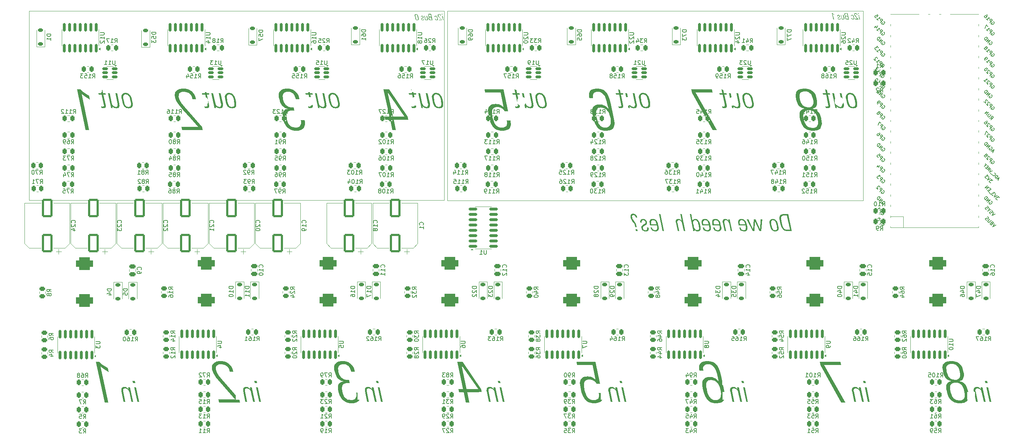
<source format=gbo>
G04 #@! TF.GenerationSoftware,KiCad,Pcbnew,9.0.3*
G04 #@! TF.CreationDate,2025-08-26T17:21:35-04:00*
G04 #@! TF.ProjectId,Oblique Palette 0.5.4 PCB Main,4f626c69-7175-4652-9050-616c65747465,0.5.5*
G04 #@! TF.SameCoordinates,Original*
G04 #@! TF.FileFunction,Legend,Bot*
G04 #@! TF.FilePolarity,Positive*
%FSLAX46Y46*%
G04 Gerber Fmt 4.6, Leading zero omitted, Abs format (unit mm)*
G04 Created by KiCad (PCBNEW 9.0.3) date 2025-08-26 17:21:35*
%MOMM*%
%LPD*%
G01*
G04 APERTURE LIST*
G04 Aperture macros list*
%AMRoundRect*
0 Rectangle with rounded corners*
0 $1 Rounding radius*
0 $2 $3 $4 $5 $6 $7 $8 $9 X,Y pos of 4 corners*
0 Add a 4 corners polygon primitive as box body*
4,1,4,$2,$3,$4,$5,$6,$7,$8,$9,$2,$3,0*
0 Add four circle primitives for the rounded corners*
1,1,$1+$1,$2,$3*
1,1,$1+$1,$4,$5*
1,1,$1+$1,$6,$7*
1,1,$1+$1,$8,$9*
0 Add four rect primitives between the rounded corners*
20,1,$1+$1,$2,$3,$4,$5,0*
20,1,$1+$1,$4,$5,$6,$7,0*
20,1,$1+$1,$6,$7,$8,$9,0*
20,1,$1+$1,$8,$9,$2,$3,0*%
G04 Aperture macros list end*
%ADD10C,0.100000*%
%ADD11C,0.300000*%
%ADD12C,0.150000*%
%ADD13C,0.120000*%
%ADD14C,2.130000*%
%ADD15R,1.930000X1.830000*%
%ADD16R,1.800000X1.800000*%
%ADD17C,1.800000*%
%ADD18RoundRect,0.250000X-0.262500X-0.450000X0.262500X-0.450000X0.262500X0.450000X-0.262500X0.450000X0*%
%ADD19RoundRect,0.250000X0.450000X-0.262500X0.450000X0.262500X-0.450000X0.262500X-0.450000X-0.262500X0*%
%ADD20RoundRect,0.250000X0.262500X0.450000X-0.262500X0.450000X-0.262500X-0.450000X0.262500X-0.450000X0*%
%ADD21RoundRect,0.225000X-0.375000X0.225000X-0.375000X-0.225000X0.375000X-0.225000X0.375000X0.225000X0*%
%ADD22RoundRect,0.150000X0.150000X-0.825000X0.150000X0.825000X-0.150000X0.825000X-0.150000X-0.825000X0*%
%ADD23RoundRect,0.250000X0.475000X-0.250000X0.475000X0.250000X-0.475000X0.250000X-0.475000X-0.250000X0*%
%ADD24C,1.700000*%
%ADD25R,1.700000X1.700000*%
%ADD26RoundRect,0.750000X-1.250000X-0.750000X1.250000X-0.750000X1.250000X0.750000X-1.250000X0.750000X0*%
%ADD27RoundRect,0.150000X-0.825000X-0.150000X0.825000X-0.150000X0.825000X0.150000X-0.825000X0.150000X0*%
%ADD28RoundRect,0.150000X0.512500X0.150000X-0.512500X0.150000X-0.512500X-0.150000X0.512500X-0.150000X0*%
%ADD29RoundRect,0.225000X0.375000X-0.225000X0.375000X0.225000X-0.375000X0.225000X-0.375000X-0.225000X0*%
%ADD30O,1.700000X1.700000*%
%ADD31R,3.500000X1.700000*%
%ADD32RoundRect,0.250000X1.000000X-1.950000X1.000000X1.950000X-1.000000X1.950000X-1.000000X-1.950000X0*%
G04 APERTURE END LIST*
D10*
X119000000Y-19160000D02*
X218157000Y-19160000D01*
X218157000Y-64457000D01*
X119000000Y-64457000D01*
X119000000Y-19160000D01*
X19250000Y-19160000D02*
X118250000Y-19160000D01*
X118250000Y-64410000D01*
X19250000Y-64410000D01*
X19250000Y-19160000D01*
G36*
X204515052Y-37739909D02*
G01*
X204907107Y-37794326D01*
X205252322Y-37879858D01*
X205556685Y-37993267D01*
X206062304Y-38295931D01*
X206453418Y-38694566D01*
X206749274Y-39194141D01*
X206962109Y-39807238D01*
X207044470Y-40160346D01*
X207139705Y-40718102D01*
X207163597Y-41234990D01*
X207130564Y-41528615D01*
X207052925Y-41794629D01*
X206952748Y-41987006D01*
X206815527Y-42155867D01*
X206655077Y-42287392D01*
X206458295Y-42395519D01*
X206129170Y-42501413D01*
X206107188Y-42529501D01*
X206446629Y-42620783D01*
X206745648Y-42740968D01*
X207002983Y-42885346D01*
X207227302Y-43054085D01*
X207598259Y-43471479D01*
X207889109Y-44022137D01*
X208122277Y-44774165D01*
X208172872Y-44998796D01*
X208265705Y-45547812D01*
X208292855Y-46096903D01*
X208261836Y-46429206D01*
X208184074Y-46742332D01*
X208082201Y-46975204D01*
X207940760Y-47187016D01*
X207778801Y-47354191D01*
X207579516Y-47499059D01*
X207349921Y-47614838D01*
X207080522Y-47705090D01*
X206399482Y-47799934D01*
X206223203Y-47803315D01*
X205809383Y-47784271D01*
X205433294Y-47729118D01*
X205094976Y-47641464D01*
X204790107Y-47523995D01*
X204263852Y-47204017D01*
X203832259Y-46771287D01*
X203482355Y-46215572D01*
X203209663Y-45518267D01*
X203077355Y-44998796D01*
X202971686Y-44384550D01*
X202969032Y-44320139D01*
X203869838Y-44320139D01*
X203996930Y-45111148D01*
X204109777Y-45541518D01*
X204261652Y-45937734D01*
X204419617Y-46233022D01*
X204609831Y-46494589D01*
X204803938Y-46691385D01*
X205026191Y-46855836D01*
X205257741Y-46976195D01*
X205516042Y-47063879D01*
X206079711Y-47131647D01*
X206381114Y-47112507D01*
X206638166Y-47056686D01*
X206839351Y-46974005D01*
X207006072Y-46863628D01*
X207240126Y-46574037D01*
X207367097Y-46173293D01*
X207379424Y-45621575D01*
X207300925Y-45111148D01*
X207096872Y-44336466D01*
X206947907Y-43967800D01*
X206752531Y-43630587D01*
X206574342Y-43412739D01*
X206361065Y-43224706D01*
X206144098Y-43089947D01*
X205894513Y-42985421D01*
X205624485Y-42917397D01*
X205319940Y-42883035D01*
X205174180Y-42879379D01*
X204857865Y-42898383D01*
X204593294Y-42953249D01*
X204389808Y-43033861D01*
X204224690Y-43140238D01*
X203998981Y-43415754D01*
X203880625Y-43794082D01*
X203869838Y-44320139D01*
X202969032Y-44320139D01*
X202948694Y-43826558D01*
X202985567Y-43540396D01*
X203066545Y-43280615D01*
X203170523Y-43088985D01*
X203312019Y-42918815D01*
X203480237Y-42781327D01*
X203686686Y-42665121D01*
X204091574Y-42529501D01*
X204085468Y-42501413D01*
X203775287Y-42420611D01*
X203499940Y-42309661D01*
X203044332Y-42006935D01*
X202683890Y-41590128D01*
X202397093Y-41032606D01*
X202170220Y-40277517D01*
X202144348Y-40160346D01*
X202061391Y-39709216D01*
X202035345Y-39325985D01*
X202976227Y-39325985D01*
X202998770Y-39895686D01*
X203068196Y-40286741D01*
X203180332Y-40715114D01*
X203329631Y-41102742D01*
X203483497Y-41386420D01*
X203668027Y-41634262D01*
X203856663Y-41818852D01*
X204072361Y-41970638D01*
X204299248Y-42080381D01*
X204552443Y-42157432D01*
X205031298Y-42207711D01*
X205326352Y-42188523D01*
X205576414Y-42132360D01*
X205768410Y-42050009D01*
X205926168Y-41939875D01*
X206142171Y-41651150D01*
X206251274Y-41246771D01*
X206242290Y-40678839D01*
X206176187Y-40286741D01*
X206051777Y-39806707D01*
X205888035Y-39385929D01*
X205737728Y-39120132D01*
X205556715Y-38891737D01*
X205373114Y-38726957D01*
X205161055Y-38593329D01*
X204931020Y-38496741D01*
X204670710Y-38431013D01*
X204218580Y-38393249D01*
X203896818Y-38412512D01*
X203629273Y-38469202D01*
X203433703Y-38549929D01*
X203276013Y-38657904D01*
X203071364Y-38935336D01*
X202976227Y-39325985D01*
X202035345Y-39325985D01*
X202027764Y-39214439D01*
X202102213Y-38723500D01*
X202198324Y-38494308D01*
X202343483Y-38283882D01*
X202503192Y-38130358D01*
X202704349Y-37996462D01*
X202941595Y-37888836D01*
X203224754Y-37805391D01*
X203961074Y-37722197D01*
X204075698Y-37720970D01*
X204515052Y-37739909D01*
G37*
G36*
X190485808Y-38771439D02*
G01*
X190661037Y-38800216D01*
X190820234Y-38846015D01*
X190968576Y-38908976D01*
X191231043Y-39083229D01*
X191454576Y-39325155D01*
X191640695Y-39642756D01*
X191785909Y-40047699D01*
X191826776Y-40217432D01*
X191989198Y-40979775D01*
X192031116Y-41223408D01*
X192048597Y-41447042D01*
X192043193Y-41629991D01*
X192017584Y-41795696D01*
X191976828Y-41930202D01*
X191919157Y-42049765D01*
X191850081Y-42147306D01*
X191766020Y-42231214D01*
X191557678Y-42354687D01*
X191281802Y-42423387D01*
X191081530Y-42435157D01*
X190894643Y-42425463D01*
X190719312Y-42396684D01*
X190560049Y-42350888D01*
X190411649Y-42287930D01*
X190149114Y-42113698D01*
X189925532Y-41871809D01*
X189739354Y-41554240D01*
X189594043Y-41149285D01*
X189553181Y-40979775D01*
X189390759Y-40217432D01*
X189348914Y-39973765D01*
X189344979Y-39923221D01*
X189781728Y-39923221D01*
X189857618Y-40430275D01*
X189891457Y-40595093D01*
X190001956Y-41054411D01*
X190133189Y-41440475D01*
X190219775Y-41619147D01*
X190319578Y-41771730D01*
X190412819Y-41876256D01*
X190517907Y-41961658D01*
X190624374Y-42021856D01*
X190742652Y-42065227D01*
X191009784Y-42099323D01*
X191153671Y-42089653D01*
X191274966Y-42061044D01*
X191365722Y-42019716D01*
X191440323Y-41964040D01*
X191543053Y-41815761D01*
X191597581Y-41598528D01*
X191597872Y-41272564D01*
X191521762Y-40763332D01*
X191487279Y-40595093D01*
X191377223Y-40138536D01*
X191246206Y-39754266D01*
X191159641Y-39576257D01*
X191059795Y-39424167D01*
X190966463Y-39319941D01*
X190861241Y-39234781D01*
X190754609Y-39174771D01*
X190636131Y-39131581D01*
X190370478Y-39097884D01*
X190226527Y-39107551D01*
X190105175Y-39136140D01*
X190014303Y-39177458D01*
X189939610Y-39233107D01*
X189836731Y-39381275D01*
X189782111Y-39598158D01*
X189781728Y-39923221D01*
X189344979Y-39923221D01*
X189331500Y-39750091D01*
X189336960Y-39567108D01*
X189362621Y-39401367D01*
X189403421Y-39266831D01*
X189461135Y-39147239D01*
X189530249Y-39049674D01*
X189614349Y-38965744D01*
X189822758Y-38842240D01*
X190098686Y-38773522D01*
X190299037Y-38761745D01*
X190485808Y-38771439D01*
G37*
G36*
X186525791Y-38820363D02*
G01*
X187057935Y-41319883D01*
X187150259Y-41552087D01*
X187236843Y-41687183D01*
X187349911Y-41819186D01*
X187463292Y-41918190D01*
X187594568Y-42001364D01*
X187718408Y-42054390D01*
X187854713Y-42088248D01*
X187993995Y-42099323D01*
X188104729Y-42089956D01*
X188196420Y-42063463D01*
X188327427Y-41970832D01*
X188408062Y-41827485D01*
X188442390Y-41626035D01*
X188425649Y-41376366D01*
X188404456Y-41265717D01*
X188402492Y-41256685D01*
X187883781Y-38820363D01*
X188303573Y-38820363D01*
X188837244Y-41326905D01*
X188873066Y-41545007D01*
X188882627Y-41752674D01*
X188868377Y-41903548D01*
X188832296Y-42041374D01*
X188783976Y-42143693D01*
X188717420Y-42233344D01*
X188640865Y-42301709D01*
X188547353Y-42357283D01*
X188311158Y-42424406D01*
X188142678Y-42435157D01*
X187981395Y-42425446D01*
X187830697Y-42396550D01*
X187557589Y-42285606D01*
X187282623Y-42090141D01*
X187155021Y-41972928D01*
X187140977Y-41972928D01*
X187222799Y-42357000D01*
X186858877Y-42357000D01*
X186105693Y-38820363D01*
X186525791Y-38820363D01*
G37*
G36*
X185044458Y-39156502D02*
G01*
X185584235Y-41689911D01*
X185610308Y-41862416D01*
X185607675Y-42012031D01*
X185584838Y-42107308D01*
X185542380Y-42188958D01*
X185487820Y-42248863D01*
X185415846Y-42297662D01*
X185210403Y-42361461D01*
X184995304Y-42376539D01*
X184591693Y-42355778D01*
X184514146Y-41991551D01*
X184847842Y-42012617D01*
X184993261Y-42001636D01*
X185090123Y-41963848D01*
X185127627Y-41924662D01*
X185150438Y-41871236D01*
X185155590Y-41701165D01*
X185108572Y-41430098D01*
X184624360Y-39156502D01*
X183910255Y-39156502D01*
X183838814Y-38820363D01*
X184552919Y-38820363D01*
X184359051Y-37910558D01*
X184817923Y-38092519D01*
X184973017Y-38820363D01*
X185539965Y-38820363D01*
X185611407Y-39156502D01*
X185044458Y-39156502D01*
G37*
G36*
X130527859Y-41394383D02*
G01*
X130906699Y-41414459D01*
X131242096Y-41476835D01*
X131783986Y-41699454D01*
X132404865Y-42122837D01*
X131661757Y-38633828D01*
X128007884Y-38633828D01*
X127846683Y-37877286D01*
X132340752Y-37877286D01*
X133469154Y-43174913D01*
X132657046Y-43174913D01*
X132422509Y-42804220D01*
X132050027Y-42489061D01*
X131549980Y-42256029D01*
X130988315Y-42152547D01*
X130913152Y-42150925D01*
X130599440Y-42169988D01*
X130336876Y-42225276D01*
X130136324Y-42306156D01*
X129973278Y-42413311D01*
X129750612Y-42691753D01*
X129633405Y-43078657D01*
X129623411Y-43626458D01*
X129780476Y-44592132D01*
X129966871Y-45322787D01*
X130246733Y-46009641D01*
X130421983Y-46293027D01*
X130632275Y-46542559D01*
X130835302Y-46717324D01*
X131067962Y-46859489D01*
X131306896Y-46956632D01*
X131574351Y-47020134D01*
X131927981Y-47047383D01*
X132255670Y-47028006D01*
X132531868Y-46970520D01*
X132734757Y-46888690D01*
X132900122Y-46778477D01*
X133022124Y-46650103D01*
X133113410Y-46497972D01*
X133209269Y-46111113D01*
X133178053Y-45565721D01*
X133125382Y-45307764D01*
X134021142Y-45307764D01*
X134102921Y-45736246D01*
X134134843Y-46122613D01*
X134121438Y-46433797D01*
X134068621Y-46711984D01*
X133985701Y-46938713D01*
X133870085Y-47138297D01*
X133555492Y-47447912D01*
X133108282Y-47664462D01*
X132486033Y-47785573D01*
X132075138Y-47803315D01*
X131687577Y-47784181D01*
X131331970Y-47728405D01*
X131009820Y-47639454D01*
X130716041Y-47519323D01*
X130198989Y-47187815D01*
X129760273Y-46729719D01*
X129388500Y-46126411D01*
X129080223Y-45346719D01*
X128884715Y-44592132D01*
X128863769Y-44494259D01*
X128688648Y-43508358D01*
X128664086Y-42990996D01*
X128726744Y-42498503D01*
X128801378Y-42271226D01*
X128910535Y-42061737D01*
X129058454Y-41873895D01*
X129249375Y-41711557D01*
X129487536Y-41578579D01*
X129777178Y-41478819D01*
X130122539Y-41416135D01*
X130527859Y-41394383D01*
G37*
G36*
X152456430Y-106504383D02*
G01*
X152835270Y-106524459D01*
X153170667Y-106586835D01*
X153712557Y-106809454D01*
X154333436Y-107232837D01*
X153590328Y-103743828D01*
X149936455Y-103743828D01*
X149775254Y-102987286D01*
X154269323Y-102987286D01*
X155397725Y-108284913D01*
X154585617Y-108284913D01*
X154351080Y-107914220D01*
X153978598Y-107599061D01*
X153478551Y-107366029D01*
X152916886Y-107262547D01*
X152841723Y-107260925D01*
X152528011Y-107279988D01*
X152265447Y-107335276D01*
X152064895Y-107416156D01*
X151901849Y-107523311D01*
X151679183Y-107801753D01*
X151561976Y-108188657D01*
X151551982Y-108736458D01*
X151709047Y-109702132D01*
X151895442Y-110432787D01*
X152175304Y-111119641D01*
X152350554Y-111403027D01*
X152560846Y-111652559D01*
X152763873Y-111827324D01*
X152996533Y-111969489D01*
X153235467Y-112066632D01*
X153502922Y-112130134D01*
X153856552Y-112157383D01*
X154184241Y-112138006D01*
X154460439Y-112080520D01*
X154663328Y-111998690D01*
X154828693Y-111888477D01*
X154950695Y-111760103D01*
X155041981Y-111607972D01*
X155137840Y-111221113D01*
X155106624Y-110675721D01*
X155053953Y-110417764D01*
X155949713Y-110417764D01*
X156031492Y-110846246D01*
X156063414Y-111232613D01*
X156050009Y-111543797D01*
X155997192Y-111821984D01*
X155914272Y-112048713D01*
X155798656Y-112248297D01*
X155484063Y-112557912D01*
X155036853Y-112774462D01*
X154414604Y-112895573D01*
X154003709Y-112913315D01*
X153616148Y-112894181D01*
X153260541Y-112838405D01*
X152938391Y-112749454D01*
X152644612Y-112629323D01*
X152127560Y-112297815D01*
X151688844Y-111839719D01*
X151317071Y-111236411D01*
X151008794Y-110456719D01*
X150813286Y-109702132D01*
X150792340Y-109604259D01*
X150617219Y-108618358D01*
X150592657Y-108100996D01*
X150655315Y-107608503D01*
X150729949Y-107381226D01*
X150839106Y-107171737D01*
X150987025Y-106983895D01*
X151177946Y-106821557D01*
X151416107Y-106688579D01*
X151705749Y-106588819D01*
X152051110Y-106526135D01*
X152456430Y-106504383D01*
G37*
G36*
X45060258Y-112607000D02*
G01*
X44307075Y-109070363D01*
X44726867Y-109070363D01*
X45480051Y-112607000D01*
X45060258Y-112607000D01*
G37*
G36*
X44046651Y-108078432D02*
G01*
X43933078Y-107546288D01*
X44451178Y-107546288D01*
X44564751Y-108078432D01*
X44046651Y-108078432D01*
G37*
G36*
X43175620Y-110394770D02*
G01*
X43121892Y-110188254D01*
X43055669Y-110007955D01*
X42979150Y-109853586D01*
X42893479Y-109722481D01*
X42799464Y-109612566D01*
X42699369Y-109523665D01*
X42480417Y-109400958D01*
X42243085Y-109349619D01*
X42189489Y-109347884D01*
X42064342Y-109357376D01*
X41958972Y-109384739D01*
X41876217Y-109425722D01*
X41809266Y-109479875D01*
X41717637Y-109625133D01*
X41677977Y-109829719D01*
X41700738Y-110107277D01*
X41708025Y-110143505D01*
X42232842Y-112607000D01*
X41812744Y-112607000D01*
X41283653Y-110122439D01*
X41239012Y-109844103D01*
X41241776Y-109559296D01*
X41270131Y-109432009D01*
X41321192Y-109314873D01*
X41381643Y-109230242D01*
X41461465Y-109156633D01*
X41553459Y-109100489D01*
X41665041Y-109056789D01*
X41953573Y-109012785D01*
X42013024Y-109011745D01*
X42284283Y-109048872D01*
X42547654Y-109160237D01*
X42811366Y-109352921D01*
X42974119Y-109515496D01*
X42988163Y-109515496D01*
X42893519Y-109070363D01*
X43313617Y-109070363D01*
X44066801Y-112607000D01*
X43646703Y-112607000D01*
X43175620Y-110394770D01*
G37*
G36*
X248310258Y-112607000D02*
G01*
X247557075Y-109070363D01*
X247976867Y-109070363D01*
X248730051Y-112607000D01*
X248310258Y-112607000D01*
G37*
G36*
X247296651Y-108078432D02*
G01*
X247183078Y-107546288D01*
X247701178Y-107546288D01*
X247814751Y-108078432D01*
X247296651Y-108078432D01*
G37*
G36*
X246425620Y-110394770D02*
G01*
X246371892Y-110188254D01*
X246305669Y-110007955D01*
X246229150Y-109853586D01*
X246143479Y-109722481D01*
X246049464Y-109612566D01*
X245949369Y-109523665D01*
X245730417Y-109400958D01*
X245493085Y-109349619D01*
X245439489Y-109347884D01*
X245314342Y-109357376D01*
X245208972Y-109384739D01*
X245126217Y-109425722D01*
X245059266Y-109479875D01*
X244967637Y-109625133D01*
X244927977Y-109829719D01*
X244950738Y-110107277D01*
X244958025Y-110143505D01*
X245482842Y-112607000D01*
X245062744Y-112607000D01*
X244533653Y-110122439D01*
X244489012Y-109844103D01*
X244491776Y-109559296D01*
X244520131Y-109432009D01*
X244571192Y-109314873D01*
X244631643Y-109230242D01*
X244711465Y-109156633D01*
X244803459Y-109100489D01*
X244915041Y-109056789D01*
X245203573Y-109012785D01*
X245263024Y-109011745D01*
X245534283Y-109048872D01*
X245797654Y-109160237D01*
X246061366Y-109352921D01*
X246224119Y-109515496D01*
X246238163Y-109515496D01*
X246143519Y-109070363D01*
X246563617Y-109070363D01*
X247316801Y-112607000D01*
X246896703Y-112607000D01*
X246425620Y-110394770D01*
G37*
G36*
X42414379Y-38771439D02*
G01*
X42589608Y-38800216D01*
X42748805Y-38846015D01*
X42897147Y-38908976D01*
X43159614Y-39083229D01*
X43383147Y-39325155D01*
X43569266Y-39642756D01*
X43714480Y-40047699D01*
X43755347Y-40217432D01*
X43917769Y-40979775D01*
X43959687Y-41223408D01*
X43977168Y-41447042D01*
X43971764Y-41629991D01*
X43946155Y-41795696D01*
X43905399Y-41930202D01*
X43847728Y-42049765D01*
X43778652Y-42147306D01*
X43694591Y-42231214D01*
X43486249Y-42354687D01*
X43210373Y-42423387D01*
X43010101Y-42435157D01*
X42823214Y-42425463D01*
X42647883Y-42396684D01*
X42488620Y-42350888D01*
X42340220Y-42287930D01*
X42077685Y-42113698D01*
X41854103Y-41871809D01*
X41667925Y-41554240D01*
X41522614Y-41149285D01*
X41481752Y-40979775D01*
X41319330Y-40217432D01*
X41277485Y-39973765D01*
X41273550Y-39923221D01*
X41710299Y-39923221D01*
X41786189Y-40430275D01*
X41820028Y-40595093D01*
X41930527Y-41054411D01*
X42061760Y-41440475D01*
X42148346Y-41619147D01*
X42248149Y-41771730D01*
X42341390Y-41876256D01*
X42446478Y-41961658D01*
X42552945Y-42021856D01*
X42671223Y-42065227D01*
X42938355Y-42099323D01*
X43082242Y-42089653D01*
X43203537Y-42061044D01*
X43294293Y-42019716D01*
X43368894Y-41964040D01*
X43471624Y-41815761D01*
X43526152Y-41598528D01*
X43526443Y-41272564D01*
X43450333Y-40763332D01*
X43415850Y-40595093D01*
X43305794Y-40138536D01*
X43174777Y-39754266D01*
X43088212Y-39576257D01*
X42988366Y-39424167D01*
X42895034Y-39319941D01*
X42789812Y-39234781D01*
X42683180Y-39174771D01*
X42564702Y-39131581D01*
X42299049Y-39097884D01*
X42155098Y-39107551D01*
X42033746Y-39136140D01*
X41942874Y-39177458D01*
X41868181Y-39233107D01*
X41765302Y-39381275D01*
X41710682Y-39598158D01*
X41710299Y-39923221D01*
X41273550Y-39923221D01*
X41260071Y-39750091D01*
X41265531Y-39567108D01*
X41291192Y-39401367D01*
X41331992Y-39266831D01*
X41389706Y-39147239D01*
X41458820Y-39049674D01*
X41542920Y-38965744D01*
X41751329Y-38842240D01*
X42027257Y-38773522D01*
X42227608Y-38761745D01*
X42414379Y-38771439D01*
G37*
G36*
X38454362Y-38820363D02*
G01*
X38986506Y-41319883D01*
X39078830Y-41552087D01*
X39165414Y-41687183D01*
X39278482Y-41819186D01*
X39391863Y-41918190D01*
X39523139Y-42001364D01*
X39646979Y-42054390D01*
X39783284Y-42088248D01*
X39922566Y-42099323D01*
X40033300Y-42089956D01*
X40124991Y-42063463D01*
X40255998Y-41970832D01*
X40336633Y-41827485D01*
X40370961Y-41626035D01*
X40354220Y-41376366D01*
X40333027Y-41265717D01*
X40331063Y-41256685D01*
X39812352Y-38820363D01*
X40232144Y-38820363D01*
X40765815Y-41326905D01*
X40801637Y-41545007D01*
X40811198Y-41752674D01*
X40796948Y-41903548D01*
X40760867Y-42041374D01*
X40712547Y-42143693D01*
X40645991Y-42233344D01*
X40569436Y-42301709D01*
X40475924Y-42357283D01*
X40239729Y-42424406D01*
X40071249Y-42435157D01*
X39909966Y-42425446D01*
X39759268Y-42396550D01*
X39486160Y-42285606D01*
X39211194Y-42090141D01*
X39083592Y-41972928D01*
X39069548Y-41972928D01*
X39151370Y-42357000D01*
X38787448Y-42357000D01*
X38034264Y-38820363D01*
X38454362Y-38820363D01*
G37*
G36*
X36973029Y-39156502D02*
G01*
X37512806Y-41689911D01*
X37538879Y-41862416D01*
X37536246Y-42012031D01*
X37513409Y-42107308D01*
X37470951Y-42188958D01*
X37416391Y-42248863D01*
X37344417Y-42297662D01*
X37138974Y-42361461D01*
X36923875Y-42376539D01*
X36520264Y-42355778D01*
X36442717Y-41991551D01*
X36776413Y-42012617D01*
X36921832Y-42001636D01*
X37018694Y-41963848D01*
X37056198Y-41924662D01*
X37079009Y-41871236D01*
X37084161Y-41701165D01*
X37037143Y-41430098D01*
X36552931Y-39156502D01*
X35838826Y-39156502D01*
X35767385Y-38820363D01*
X36481490Y-38820363D01*
X36287622Y-37910558D01*
X36746494Y-38092519D01*
X36901588Y-38820363D01*
X37468536Y-38820363D01*
X37539978Y-39156502D01*
X36973029Y-39156502D01*
G37*
G36*
X67092950Y-38771439D02*
G01*
X67268179Y-38800216D01*
X67427376Y-38846015D01*
X67575718Y-38908976D01*
X67838185Y-39083229D01*
X68061718Y-39325155D01*
X68247837Y-39642756D01*
X68393051Y-40047699D01*
X68433918Y-40217432D01*
X68596340Y-40979775D01*
X68638258Y-41223408D01*
X68655739Y-41447042D01*
X68650335Y-41629991D01*
X68624726Y-41795696D01*
X68583970Y-41930202D01*
X68526299Y-42049765D01*
X68457223Y-42147306D01*
X68373162Y-42231214D01*
X68164820Y-42354687D01*
X67888944Y-42423387D01*
X67688672Y-42435157D01*
X67501785Y-42425463D01*
X67326454Y-42396684D01*
X67167191Y-42350888D01*
X67018791Y-42287930D01*
X66756256Y-42113698D01*
X66532674Y-41871809D01*
X66346496Y-41554240D01*
X66201185Y-41149285D01*
X66160323Y-40979775D01*
X65997901Y-40217432D01*
X65956056Y-39973765D01*
X65952121Y-39923221D01*
X66388870Y-39923221D01*
X66464760Y-40430275D01*
X66498599Y-40595093D01*
X66609098Y-41054411D01*
X66740331Y-41440475D01*
X66826917Y-41619147D01*
X66926720Y-41771730D01*
X67019961Y-41876256D01*
X67125049Y-41961658D01*
X67231516Y-42021856D01*
X67349794Y-42065227D01*
X67616926Y-42099323D01*
X67760813Y-42089653D01*
X67882108Y-42061044D01*
X67972864Y-42019716D01*
X68047465Y-41964040D01*
X68150195Y-41815761D01*
X68204723Y-41598528D01*
X68205014Y-41272564D01*
X68128904Y-40763332D01*
X68094421Y-40595093D01*
X67984365Y-40138536D01*
X67853348Y-39754266D01*
X67766783Y-39576257D01*
X67666937Y-39424167D01*
X67573605Y-39319941D01*
X67468383Y-39234781D01*
X67361751Y-39174771D01*
X67243273Y-39131581D01*
X66977620Y-39097884D01*
X66833669Y-39107551D01*
X66712317Y-39136140D01*
X66621445Y-39177458D01*
X66546752Y-39233107D01*
X66443873Y-39381275D01*
X66389253Y-39598158D01*
X66388870Y-39923221D01*
X65952121Y-39923221D01*
X65938642Y-39750091D01*
X65944102Y-39567108D01*
X65969763Y-39401367D01*
X66010563Y-39266831D01*
X66068277Y-39147239D01*
X66137391Y-39049674D01*
X66221491Y-38965744D01*
X66429900Y-38842240D01*
X66705828Y-38773522D01*
X66906179Y-38761745D01*
X67092950Y-38771439D01*
G37*
G36*
X63132933Y-38820363D02*
G01*
X63665077Y-41319883D01*
X63757401Y-41552087D01*
X63843985Y-41687183D01*
X63957053Y-41819186D01*
X64070434Y-41918190D01*
X64201710Y-42001364D01*
X64325550Y-42054390D01*
X64461855Y-42088248D01*
X64601137Y-42099323D01*
X64711871Y-42089956D01*
X64803562Y-42063463D01*
X64934569Y-41970832D01*
X65015204Y-41827485D01*
X65049532Y-41626035D01*
X65032791Y-41376366D01*
X65011598Y-41265717D01*
X65009634Y-41256685D01*
X64490923Y-38820363D01*
X64910715Y-38820363D01*
X65444386Y-41326905D01*
X65480208Y-41545007D01*
X65489769Y-41752674D01*
X65475519Y-41903548D01*
X65439438Y-42041374D01*
X65391118Y-42143693D01*
X65324562Y-42233344D01*
X65248007Y-42301709D01*
X65154495Y-42357283D01*
X64918300Y-42424406D01*
X64749820Y-42435157D01*
X64588537Y-42425446D01*
X64437839Y-42396550D01*
X64164731Y-42285606D01*
X63889765Y-42090141D01*
X63762163Y-41972928D01*
X63748119Y-41972928D01*
X63829941Y-42357000D01*
X63466019Y-42357000D01*
X62712835Y-38820363D01*
X63132933Y-38820363D01*
G37*
G36*
X61651600Y-39156502D02*
G01*
X62191377Y-41689911D01*
X62217450Y-41862416D01*
X62214817Y-42012031D01*
X62191980Y-42107308D01*
X62149522Y-42188958D01*
X62094962Y-42248863D01*
X62022988Y-42297662D01*
X61817545Y-42361461D01*
X61602446Y-42376539D01*
X61198835Y-42355778D01*
X61121288Y-41991551D01*
X61454984Y-42012617D01*
X61600403Y-42001636D01*
X61697265Y-41963848D01*
X61734769Y-41924662D01*
X61757580Y-41871236D01*
X61762732Y-41701165D01*
X61715714Y-41430098D01*
X61231502Y-39156502D01*
X60517397Y-39156502D01*
X60445956Y-38820363D01*
X61160061Y-38820363D01*
X60966193Y-37910558D01*
X61425065Y-38092519D01*
X61580159Y-38820363D01*
X62147107Y-38820363D01*
X62218549Y-39156502D01*
X61651600Y-39156502D01*
G37*
G36*
X55548756Y-46891068D02*
G01*
X59538463Y-46891068D01*
X57762708Y-44877102D01*
X56039245Y-42913727D01*
X54951590Y-41583435D01*
X54596087Y-41072178D01*
X54339413Y-40618969D01*
X54161527Y-40190403D01*
X54042388Y-39753071D01*
X53991305Y-39421603D01*
X53984659Y-39126538D01*
X54016627Y-38875979D01*
X54082850Y-38655414D01*
X54304354Y-38298286D01*
X54645633Y-38027320D01*
X55125808Y-37834788D01*
X55768876Y-37732159D01*
X56101966Y-37720970D01*
X56468195Y-37741411D01*
X56844776Y-37806337D01*
X57184849Y-37907218D01*
X57519269Y-38052411D01*
X57809030Y-38223621D01*
X58084095Y-38436509D01*
X58319768Y-38671303D01*
X58535260Y-38945891D01*
X58717405Y-39244705D01*
X58874936Y-39583082D01*
X59078065Y-40258043D01*
X58238480Y-40258043D01*
X58148204Y-39928670D01*
X58022754Y-39621757D01*
X57870397Y-39352841D01*
X57687436Y-39112590D01*
X57487479Y-38915715D01*
X57261713Y-38751170D01*
X57024573Y-38628067D01*
X56765477Y-38539781D01*
X56262556Y-38477512D01*
X55813592Y-38504450D01*
X55409811Y-38614853D01*
X55240203Y-38715414D01*
X55100699Y-38853613D01*
X55011223Y-39003172D01*
X54951236Y-39186657D01*
X54933693Y-39659393D01*
X54980281Y-39949686D01*
X55164968Y-40454202D01*
X55597515Y-41166796D01*
X56428456Y-42233949D01*
X58228641Y-44278102D01*
X60512992Y-46862980D01*
X60679688Y-47647000D01*
X55709956Y-47647000D01*
X55548756Y-46891068D01*
G37*
G36*
X38251640Y-105482226D02*
G01*
X37016823Y-104684368D01*
X36251291Y-104108971D01*
X38093493Y-112757000D01*
X37253297Y-112757000D01*
X35172348Y-102987286D01*
X35956368Y-102987286D01*
X36731013Y-103645004D01*
X37763722Y-104342048D01*
X38045866Y-104515025D01*
X38251640Y-105482226D01*
G37*
G36*
X116450093Y-38771439D02*
G01*
X116625322Y-38800216D01*
X116784519Y-38846015D01*
X116932861Y-38908976D01*
X117195328Y-39083229D01*
X117418861Y-39325155D01*
X117604980Y-39642756D01*
X117750194Y-40047699D01*
X117791061Y-40217432D01*
X117953483Y-40979775D01*
X117995401Y-41223408D01*
X118012882Y-41447042D01*
X118007478Y-41629991D01*
X117981869Y-41795696D01*
X117941113Y-41930202D01*
X117883442Y-42049765D01*
X117814366Y-42147306D01*
X117730305Y-42231214D01*
X117521963Y-42354687D01*
X117246087Y-42423387D01*
X117045815Y-42435157D01*
X116858928Y-42425463D01*
X116683597Y-42396684D01*
X116524334Y-42350888D01*
X116375934Y-42287930D01*
X116113399Y-42113698D01*
X115889817Y-41871809D01*
X115703639Y-41554240D01*
X115558328Y-41149285D01*
X115517466Y-40979775D01*
X115355044Y-40217432D01*
X115313199Y-39973765D01*
X115309264Y-39923221D01*
X115746013Y-39923221D01*
X115821903Y-40430275D01*
X115855742Y-40595093D01*
X115966241Y-41054411D01*
X116097474Y-41440475D01*
X116184060Y-41619147D01*
X116283863Y-41771730D01*
X116377104Y-41876256D01*
X116482192Y-41961658D01*
X116588659Y-42021856D01*
X116706937Y-42065227D01*
X116974069Y-42099323D01*
X117117956Y-42089653D01*
X117239251Y-42061044D01*
X117330007Y-42019716D01*
X117404608Y-41964040D01*
X117507338Y-41815761D01*
X117561866Y-41598528D01*
X117562157Y-41272564D01*
X117486047Y-40763332D01*
X117451564Y-40595093D01*
X117341508Y-40138536D01*
X117210491Y-39754266D01*
X117123926Y-39576257D01*
X117024080Y-39424167D01*
X116930748Y-39319941D01*
X116825526Y-39234781D01*
X116718894Y-39174771D01*
X116600416Y-39131581D01*
X116334763Y-39097884D01*
X116190812Y-39107551D01*
X116069460Y-39136140D01*
X115978588Y-39177458D01*
X115903895Y-39233107D01*
X115801016Y-39381275D01*
X115746396Y-39598158D01*
X115746013Y-39923221D01*
X115309264Y-39923221D01*
X115295785Y-39750091D01*
X115301245Y-39567108D01*
X115326906Y-39401367D01*
X115367706Y-39266831D01*
X115425420Y-39147239D01*
X115494534Y-39049674D01*
X115578634Y-38965744D01*
X115787043Y-38842240D01*
X116062971Y-38773522D01*
X116263322Y-38761745D01*
X116450093Y-38771439D01*
G37*
G36*
X112490076Y-38820363D02*
G01*
X113022220Y-41319883D01*
X113114544Y-41552087D01*
X113201128Y-41687183D01*
X113314196Y-41819186D01*
X113427577Y-41918190D01*
X113558853Y-42001364D01*
X113682693Y-42054390D01*
X113818998Y-42088248D01*
X113958280Y-42099323D01*
X114069014Y-42089956D01*
X114160705Y-42063463D01*
X114291712Y-41970832D01*
X114372347Y-41827485D01*
X114406675Y-41626035D01*
X114389934Y-41376366D01*
X114368741Y-41265717D01*
X114366777Y-41256685D01*
X113848066Y-38820363D01*
X114267858Y-38820363D01*
X114801529Y-41326905D01*
X114837351Y-41545007D01*
X114846912Y-41752674D01*
X114832662Y-41903548D01*
X114796581Y-42041374D01*
X114748261Y-42143693D01*
X114681705Y-42233344D01*
X114605150Y-42301709D01*
X114511638Y-42357283D01*
X114275443Y-42424406D01*
X114106963Y-42435157D01*
X113945680Y-42425446D01*
X113794982Y-42396550D01*
X113521874Y-42285606D01*
X113246908Y-42090141D01*
X113119306Y-41972928D01*
X113105262Y-41972928D01*
X113187084Y-42357000D01*
X112823162Y-42357000D01*
X112069978Y-38820363D01*
X112490076Y-38820363D01*
G37*
G36*
X111008743Y-39156502D02*
G01*
X111548520Y-41689911D01*
X111574593Y-41862416D01*
X111571960Y-42012031D01*
X111549123Y-42107308D01*
X111506665Y-42188958D01*
X111452105Y-42248863D01*
X111380131Y-42297662D01*
X111174688Y-42361461D01*
X110959589Y-42376539D01*
X110555978Y-42355778D01*
X110478431Y-41991551D01*
X110812127Y-42012617D01*
X110957546Y-42001636D01*
X111054408Y-41963848D01*
X111091912Y-41924662D01*
X111114723Y-41871236D01*
X111119875Y-41701165D01*
X111072857Y-41430098D01*
X110588645Y-39156502D01*
X109874540Y-39156502D01*
X109803099Y-38820363D01*
X110517204Y-38820363D01*
X110323336Y-37910558D01*
X110782208Y-38092519D01*
X110937302Y-38820363D01*
X111504250Y-38820363D01*
X111575692Y-39156502D01*
X111008743Y-39156502D01*
G37*
G36*
X182251105Y-38633828D02*
G01*
X178163090Y-38633828D01*
X183218917Y-47647000D01*
X182238893Y-47647000D01*
X177338770Y-38773657D01*
X177147650Y-37877286D01*
X182089904Y-37877286D01*
X182251105Y-38633828D01*
G37*
D11*
G36*
X117948665Y-21405000D02*
G01*
X117721427Y-20338147D01*
X117853410Y-20338147D01*
X118080648Y-21405000D01*
X117948665Y-21405000D01*
G37*
G36*
X117644583Y-20046429D02*
G01*
X117609228Y-19880924D01*
X117770703Y-19880924D01*
X117806058Y-20046429D01*
X117644583Y-20046429D01*
G37*
G36*
X116925867Y-21285748D02*
G01*
X117521484Y-21285748D01*
X117256640Y-20985369D01*
X116999609Y-20692540D01*
X116837106Y-20493666D01*
X116783886Y-20417028D01*
X116745395Y-20348957D01*
X116718668Y-20284479D01*
X116700737Y-20218620D01*
X116693027Y-20168730D01*
X116691976Y-20124269D01*
X116696724Y-20086425D01*
X116706615Y-20053070D01*
X116739794Y-19998917D01*
X116790934Y-19957685D01*
X116862784Y-19928213D01*
X116958761Y-19912200D01*
X117012513Y-19910233D01*
X117067406Y-19913301D01*
X117123923Y-19923054D01*
X117175003Y-19938212D01*
X117225299Y-19960038D01*
X117268945Y-19985793D01*
X117310442Y-20017832D01*
X117346074Y-20053197D01*
X117378725Y-20094572D01*
X117406407Y-20139624D01*
X117430439Y-20190660D01*
X117462591Y-20296656D01*
X117330608Y-20296656D01*
X117316890Y-20246483D01*
X117297942Y-20199932D01*
X117275127Y-20159519D01*
X117247786Y-20123542D01*
X117218010Y-20094228D01*
X117184413Y-20069805D01*
X117149104Y-20051586D01*
X117110520Y-20038584D01*
X117036601Y-20029576D01*
X116968872Y-20033648D01*
X116908573Y-20050423D01*
X116883814Y-20065497D01*
X116863586Y-20086167D01*
X116850675Y-20108636D01*
X116842196Y-20136201D01*
X116840610Y-20207774D01*
X116847099Y-20246830D01*
X116874754Y-20322287D01*
X116939646Y-20429042D01*
X117064511Y-20589225D01*
X117333505Y-20894566D01*
X117676914Y-21283092D01*
X117702834Y-21405000D01*
X116951330Y-21405000D01*
X116925867Y-21285748D01*
G37*
G36*
X115959856Y-20651846D02*
G01*
X115948052Y-20595137D01*
X115943426Y-20543952D01*
X115945294Y-20501047D01*
X115952864Y-20462857D01*
X115965075Y-20430915D01*
X115981940Y-20403128D01*
X116028073Y-20360230D01*
X116092593Y-20332221D01*
X116179156Y-20320660D01*
X116188834Y-20320561D01*
X116246073Y-20323589D01*
X116301510Y-20333060D01*
X116349090Y-20347430D01*
X116394537Y-20367809D01*
X116434453Y-20392416D01*
X116471993Y-20422865D01*
X116505645Y-20458007D01*
X116536617Y-20499163D01*
X116554374Y-20527832D01*
X116591683Y-20616059D01*
X116637435Y-20776483D01*
X116660803Y-20879175D01*
X116697049Y-21075664D01*
X116703334Y-21168244D01*
X116695024Y-21252180D01*
X116683823Y-21289765D01*
X116667088Y-21323819D01*
X116644190Y-21353887D01*
X116614499Y-21379511D01*
X116577388Y-21400236D01*
X116532229Y-21415604D01*
X116478391Y-21425160D01*
X116415247Y-21428447D01*
X116367069Y-21424969D01*
X116309800Y-21412348D01*
X116264160Y-21395109D01*
X116218044Y-21369666D01*
X116181372Y-21341859D01*
X116146730Y-21306946D01*
X116118550Y-21269440D01*
X116093534Y-21225253D01*
X116073589Y-21177243D01*
X116057691Y-21122474D01*
X116050806Y-21088827D01*
X116182514Y-21088827D01*
X116212102Y-21181784D01*
X116231647Y-21221937D01*
X116256234Y-21256615D01*
X116280597Y-21279873D01*
X116309854Y-21298497D01*
X116341275Y-21310985D01*
X116377881Y-21318883D01*
X116423124Y-21321835D01*
X116456226Y-21318979D01*
X116483973Y-21310715D01*
X116505681Y-21298293D01*
X116523232Y-21281799D01*
X116548002Y-21235589D01*
X116559460Y-21165847D01*
X116554150Y-21062340D01*
X116520760Y-20880457D01*
X116462691Y-20657039D01*
X116420560Y-20547524D01*
X116398858Y-20514861D01*
X116373599Y-20487053D01*
X116345023Y-20464091D01*
X116313934Y-20446490D01*
X116280916Y-20434458D01*
X116246510Y-20428186D01*
X116227119Y-20427265D01*
X116186091Y-20430146D01*
X116152232Y-20438588D01*
X116127667Y-20450648D01*
X116108331Y-20466726D01*
X116084775Y-20508563D01*
X116078224Y-20568433D01*
X116091839Y-20651846D01*
X115959856Y-20651846D01*
G37*
G36*
X115427621Y-21405000D02*
G01*
X114995586Y-21405000D01*
X114935713Y-21402082D01*
X114879449Y-21393386D01*
X114828751Y-21379639D01*
X114781471Y-21360690D01*
X114738518Y-21337163D01*
X114698914Y-21308788D01*
X114629797Y-21237644D01*
X114573384Y-21145487D01*
X114530401Y-21029327D01*
X114518305Y-20979651D01*
X114505438Y-20904206D01*
X114504583Y-20889568D01*
X114647973Y-20889568D01*
X114660729Y-20988901D01*
X114676652Y-21049605D01*
X114696932Y-21102342D01*
X114719002Y-21143285D01*
X114744815Y-21178404D01*
X114772838Y-21206585D01*
X114804408Y-21230043D01*
X114879503Y-21264079D01*
X114978053Y-21282620D01*
X115051181Y-21285748D01*
X115261749Y-21285748D01*
X115131598Y-20674378D01*
X114860947Y-20674378D01*
X114814170Y-20677218D01*
X114774317Y-20685380D01*
X114742203Y-20697683D01*
X114715587Y-20713894D01*
X114677015Y-20756414D01*
X114654464Y-20813821D01*
X114647973Y-20889568D01*
X114504583Y-20889568D01*
X114501435Y-20835698D01*
X114505137Y-20789323D01*
X114515273Y-20747371D01*
X114529338Y-20715506D01*
X114548841Y-20687114D01*
X114572188Y-20663952D01*
X114600875Y-20644027D01*
X114676473Y-20614082D01*
X114691078Y-20610592D01*
X114638253Y-20593945D01*
X114591867Y-20573141D01*
X114553635Y-20549687D01*
X114520765Y-20522821D01*
X114468292Y-20458280D01*
X114427950Y-20372906D01*
X114393924Y-20247838D01*
X114382399Y-20179687D01*
X114381327Y-20163103D01*
X114523632Y-20163103D01*
X114533137Y-20241660D01*
X114535432Y-20252875D01*
X114552234Y-20316997D01*
X114574828Y-20375873D01*
X114598406Y-20419843D01*
X114626799Y-20458775D01*
X114655910Y-20488209D01*
X114689260Y-20512843D01*
X114724187Y-20531012D01*
X114763182Y-20544331D01*
X114851513Y-20555034D01*
X115106136Y-20555034D01*
X114987984Y-20000267D01*
X114723652Y-20000267D01*
X114642856Y-20004589D01*
X114604762Y-20014027D01*
X114571398Y-20031907D01*
X114545158Y-20060918D01*
X114528437Y-20103753D01*
X114523632Y-20163103D01*
X114381327Y-20163103D01*
X114378504Y-20119420D01*
X114381326Y-20072477D01*
X114389947Y-20031238D01*
X114402791Y-19998442D01*
X114420333Y-19970047D01*
X114467420Y-19926991D01*
X114534645Y-19897731D01*
X114630260Y-19882407D01*
X114678497Y-19880924D01*
X115102930Y-19880924D01*
X115427621Y-21405000D01*
G37*
G36*
X113624101Y-20338147D02*
G01*
X113784202Y-21090293D01*
X113811895Y-21159850D01*
X113837796Y-21200134D01*
X113871613Y-21239420D01*
X113905483Y-21268784D01*
X113944696Y-21293373D01*
X113981703Y-21308970D01*
X114022439Y-21318808D01*
X114062181Y-21321835D01*
X114094956Y-21319025D01*
X114122043Y-21311084D01*
X114160611Y-21283331D01*
X114184184Y-21240315D01*
X114193871Y-21179763D01*
X114188287Y-21105146D01*
X114182477Y-21075312D01*
X114181891Y-21072616D01*
X114025453Y-20338147D01*
X114157436Y-20338147D01*
X114317995Y-21092399D01*
X114328702Y-21157497D01*
X114331619Y-21219718D01*
X114327414Y-21265401D01*
X114316651Y-21307250D01*
X114302178Y-21338443D01*
X114282213Y-21365849D01*
X114259275Y-21386780D01*
X114231251Y-21403874D01*
X114160734Y-21424761D01*
X114106786Y-21428447D01*
X114058342Y-21425538D01*
X114013040Y-21416899D01*
X113930663Y-21383672D01*
X113848105Y-21325346D01*
X113809298Y-21289778D01*
X113809939Y-21289778D01*
X113834486Y-21405000D01*
X113719264Y-21405000D01*
X113492027Y-20338147D01*
X113624101Y-20338147D01*
G37*
G36*
X112801338Y-21126013D02*
G01*
X112794302Y-21079365D01*
X112793770Y-21037687D01*
X112798918Y-21001339D01*
X112809064Y-20968909D01*
X112843657Y-20912122D01*
X112899721Y-20861075D01*
X112999040Y-20801025D01*
X113069135Y-20760462D01*
X113126342Y-20714438D01*
X113146932Y-20687206D01*
X113160484Y-20656002D01*
X113165725Y-20619959D01*
X113161383Y-20578207D01*
X113137139Y-20517694D01*
X113094168Y-20469708D01*
X113035548Y-20438024D01*
X112969866Y-20427265D01*
X112924539Y-20430196D01*
X112888756Y-20438987D01*
X112865785Y-20450698D01*
X112848347Y-20466423D01*
X112828815Y-20507445D01*
X112824971Y-20571639D01*
X112832388Y-20632978D01*
X112702603Y-20632978D01*
X112693237Y-20574318D01*
X112691266Y-20518518D01*
X112695966Y-20475684D01*
X112707027Y-20436498D01*
X112721903Y-20406607D01*
X112742197Y-20380390D01*
X112765733Y-20360094D01*
X112794366Y-20343604D01*
X112866794Y-20323647D01*
X112916926Y-20320561D01*
X112980959Y-20323584D01*
X113041395Y-20333020D01*
X113090510Y-20346889D01*
X113135852Y-20366401D01*
X113172891Y-20388988D01*
X113206156Y-20416665D01*
X113233516Y-20447358D01*
X113256989Y-20482937D01*
X113275895Y-20522630D01*
X113290549Y-20567392D01*
X113295289Y-20587366D01*
X113302206Y-20633463D01*
X113302631Y-20674647D01*
X113297389Y-20710584D01*
X113287159Y-20742665D01*
X113252323Y-20799076D01*
X113195657Y-20850297D01*
X113101853Y-20907909D01*
X113030496Y-20950332D01*
X112972104Y-20998843D01*
X112951112Y-21027683D01*
X112937371Y-21060809D01*
X112932216Y-21099140D01*
X112936985Y-21143599D01*
X112949282Y-21187135D01*
X112966504Y-21225317D01*
X112986520Y-21255253D01*
X113010663Y-21280327D01*
X113037349Y-21299416D01*
X113067761Y-21313803D01*
X113139792Y-21327804D01*
X113154605Y-21328155D01*
X113198908Y-21325265D01*
X113234685Y-21316765D01*
X113259481Y-21304941D01*
X113278704Y-21289191D01*
X113301646Y-21248394D01*
X113308577Y-21188109D01*
X113294740Y-21086721D01*
X113428920Y-21086721D01*
X113440812Y-21153856D01*
X113444773Y-21213649D01*
X113441731Y-21258386D01*
X113432663Y-21297901D01*
X113419510Y-21328444D01*
X113401404Y-21354920D01*
X113352945Y-21394016D01*
X113282940Y-21418979D01*
X113181075Y-21428447D01*
X113124560Y-21425519D01*
X113071679Y-21416749D01*
X113025130Y-21403071D01*
X112982201Y-21384186D01*
X112944554Y-21361169D01*
X112910560Y-21333380D01*
X112880869Y-21301448D01*
X112854999Y-21264939D01*
X112815067Y-21177501D01*
X112801338Y-21126013D01*
G37*
G36*
X111579213Y-19913103D02*
G01*
X111633185Y-19921464D01*
X111681473Y-19934703D01*
X111725227Y-19952554D01*
X111801306Y-20001552D01*
X111865313Y-20069235D01*
X111919788Y-20159139D01*
X111966505Y-20278074D01*
X112008804Y-20440388D01*
X112023792Y-20509741D01*
X112023822Y-20509880D01*
X112091508Y-20827609D01*
X112091624Y-20828154D01*
X112130399Y-21038169D01*
X112137880Y-21139152D01*
X112130286Y-21231606D01*
X112119164Y-21273265D01*
X112102265Y-21311147D01*
X112078921Y-21344705D01*
X112048463Y-21373391D01*
X112010221Y-21396656D01*
X111963527Y-21413952D01*
X111907711Y-21424732D01*
X111842105Y-21428447D01*
X111782848Y-21425578D01*
X111728855Y-21417216D01*
X111680548Y-21403978D01*
X111636776Y-21386126D01*
X111560670Y-21337131D01*
X111496645Y-21269456D01*
X111442162Y-21179573D01*
X111395453Y-21060689D01*
X111353197Y-20898501D01*
X111338171Y-20828892D01*
X111270485Y-20511162D01*
X111270471Y-20511097D01*
X111231603Y-20300950D01*
X111229009Y-20266099D01*
X111365751Y-20266099D01*
X111383234Y-20381561D01*
X111505600Y-20955928D01*
X111524718Y-21032127D01*
X111546653Y-21096561D01*
X111570359Y-21149093D01*
X111595878Y-21192242D01*
X111622698Y-21226830D01*
X111650462Y-21253902D01*
X111709519Y-21290141D01*
X111774148Y-21306806D01*
X111817925Y-21309195D01*
X111877226Y-21304069D01*
X111906962Y-21295190D01*
X111934795Y-21279906D01*
X111955406Y-21261168D01*
X111972852Y-21235937D01*
X111985280Y-21206502D01*
X111993746Y-21170183D01*
X111996147Y-21072628D01*
X111978668Y-20957211D01*
X111856302Y-20382843D01*
X111837183Y-20306645D01*
X111815249Y-20242210D01*
X111791543Y-20189676D01*
X111766024Y-20146525D01*
X111739204Y-20111935D01*
X111711441Y-20084861D01*
X111652391Y-20048623D01*
X111587782Y-20031962D01*
X111544068Y-20029576D01*
X111484723Y-20034703D01*
X111454971Y-20043581D01*
X111427126Y-20058866D01*
X111406511Y-20077600D01*
X111389061Y-20102827D01*
X111376631Y-20132256D01*
X111368161Y-20168567D01*
X111365751Y-20266099D01*
X111229009Y-20266099D01*
X111224080Y-20199874D01*
X111231645Y-20107321D01*
X111242760Y-20065615D01*
X111259657Y-20027687D01*
X111283006Y-19994087D01*
X111313477Y-19965364D01*
X111351740Y-19942068D01*
X111398464Y-19924748D01*
X111454321Y-19913954D01*
X111519979Y-19910233D01*
X111579213Y-19913103D01*
G37*
D10*
G36*
X239515052Y-102849909D02*
G01*
X239907107Y-102904326D01*
X240252322Y-102989858D01*
X240556685Y-103103267D01*
X241062304Y-103405931D01*
X241453418Y-103804566D01*
X241749274Y-104304141D01*
X241962109Y-104917238D01*
X242044470Y-105270346D01*
X242139705Y-105828102D01*
X242163597Y-106344990D01*
X242130564Y-106638615D01*
X242052925Y-106904629D01*
X241952748Y-107097006D01*
X241815527Y-107265867D01*
X241655077Y-107397392D01*
X241458295Y-107505519D01*
X241129170Y-107611413D01*
X241107188Y-107639501D01*
X241446629Y-107730783D01*
X241745648Y-107850968D01*
X242002983Y-107995346D01*
X242227302Y-108164085D01*
X242598259Y-108581479D01*
X242889109Y-109132137D01*
X243122277Y-109884165D01*
X243172872Y-110108796D01*
X243265705Y-110657812D01*
X243292855Y-111206903D01*
X243261836Y-111539206D01*
X243184074Y-111852332D01*
X243082201Y-112085204D01*
X242940760Y-112297016D01*
X242778801Y-112464191D01*
X242579516Y-112609059D01*
X242349921Y-112724838D01*
X242080522Y-112815090D01*
X241399482Y-112909934D01*
X241223203Y-112913315D01*
X240809383Y-112894271D01*
X240433294Y-112839118D01*
X240094976Y-112751464D01*
X239790107Y-112633995D01*
X239263852Y-112314017D01*
X238832259Y-111881287D01*
X238482355Y-111325572D01*
X238209663Y-110628267D01*
X238077355Y-110108796D01*
X237971686Y-109494550D01*
X237969032Y-109430139D01*
X238869838Y-109430139D01*
X238996930Y-110221148D01*
X239109777Y-110651518D01*
X239261652Y-111047734D01*
X239419617Y-111343022D01*
X239609831Y-111604589D01*
X239803938Y-111801385D01*
X240026191Y-111965836D01*
X240257741Y-112086195D01*
X240516042Y-112173879D01*
X241079711Y-112241647D01*
X241381114Y-112222507D01*
X241638166Y-112166686D01*
X241839351Y-112084005D01*
X242006072Y-111973628D01*
X242240126Y-111684037D01*
X242367097Y-111283293D01*
X242379424Y-110731575D01*
X242300925Y-110221148D01*
X242096872Y-109446466D01*
X241947907Y-109077800D01*
X241752531Y-108740587D01*
X241574342Y-108522739D01*
X241361065Y-108334706D01*
X241144098Y-108199947D01*
X240894513Y-108095421D01*
X240624485Y-108027397D01*
X240319940Y-107993035D01*
X240174180Y-107989379D01*
X239857865Y-108008383D01*
X239593294Y-108063249D01*
X239389808Y-108143861D01*
X239224690Y-108250238D01*
X238998981Y-108525754D01*
X238880625Y-108904082D01*
X238869838Y-109430139D01*
X237969032Y-109430139D01*
X237948694Y-108936558D01*
X237985567Y-108650396D01*
X238066545Y-108390615D01*
X238170523Y-108198985D01*
X238312019Y-108028815D01*
X238480237Y-107891327D01*
X238686686Y-107775121D01*
X239091574Y-107639501D01*
X239085468Y-107611413D01*
X238775287Y-107530611D01*
X238499940Y-107419661D01*
X238044332Y-107116935D01*
X237683890Y-106700128D01*
X237397093Y-106142606D01*
X237170220Y-105387517D01*
X237144348Y-105270346D01*
X237061391Y-104819216D01*
X237035345Y-104435985D01*
X237976227Y-104435985D01*
X237998770Y-105005686D01*
X238068196Y-105396741D01*
X238180332Y-105825114D01*
X238329631Y-106212742D01*
X238483497Y-106496420D01*
X238668027Y-106744262D01*
X238856663Y-106928852D01*
X239072361Y-107080638D01*
X239299248Y-107190381D01*
X239552443Y-107267432D01*
X240031298Y-107317711D01*
X240326352Y-107298523D01*
X240576414Y-107242360D01*
X240768410Y-107160009D01*
X240926168Y-107049875D01*
X241142171Y-106761150D01*
X241251274Y-106356771D01*
X241242290Y-105788839D01*
X241176187Y-105396741D01*
X241051777Y-104916707D01*
X240888035Y-104495929D01*
X240737728Y-104230132D01*
X240556715Y-104001737D01*
X240373114Y-103836957D01*
X240161055Y-103703329D01*
X239931020Y-103606741D01*
X239670710Y-103541013D01*
X239218580Y-103503249D01*
X238896818Y-103522512D01*
X238629273Y-103579202D01*
X238433703Y-103659929D01*
X238276013Y-103767904D01*
X238071364Y-104045336D01*
X237976227Y-104435985D01*
X237035345Y-104435985D01*
X237027764Y-104324439D01*
X237102213Y-103833500D01*
X237198324Y-103604308D01*
X237343483Y-103393882D01*
X237503192Y-103240358D01*
X237704349Y-103106462D01*
X237941595Y-102998836D01*
X238224754Y-102915391D01*
X238961074Y-102832197D01*
X239075698Y-102830970D01*
X239515052Y-102849909D01*
G37*
G36*
X33751640Y-40372226D02*
G01*
X32516823Y-39574368D01*
X31751291Y-38998971D01*
X33593493Y-47647000D01*
X32753297Y-47647000D01*
X30672348Y-37877286D01*
X31456368Y-37877286D01*
X32231013Y-38535004D01*
X33263722Y-39232048D01*
X33545866Y-39405025D01*
X33751640Y-40372226D01*
G37*
G36*
X215164379Y-38771439D02*
G01*
X215339608Y-38800216D01*
X215498805Y-38846015D01*
X215647147Y-38908976D01*
X215909614Y-39083229D01*
X216133147Y-39325155D01*
X216319266Y-39642756D01*
X216464480Y-40047699D01*
X216505347Y-40217432D01*
X216667769Y-40979775D01*
X216709687Y-41223408D01*
X216727168Y-41447042D01*
X216721764Y-41629991D01*
X216696155Y-41795696D01*
X216655399Y-41930202D01*
X216597728Y-42049765D01*
X216528652Y-42147306D01*
X216444591Y-42231214D01*
X216236249Y-42354687D01*
X215960373Y-42423387D01*
X215760101Y-42435157D01*
X215573214Y-42425463D01*
X215397883Y-42396684D01*
X215238620Y-42350888D01*
X215090220Y-42287930D01*
X214827685Y-42113698D01*
X214604103Y-41871809D01*
X214417925Y-41554240D01*
X214272614Y-41149285D01*
X214231752Y-40979775D01*
X214069330Y-40217432D01*
X214027485Y-39973765D01*
X214023550Y-39923221D01*
X214460299Y-39923221D01*
X214536189Y-40430275D01*
X214570028Y-40595093D01*
X214680527Y-41054411D01*
X214811760Y-41440475D01*
X214898346Y-41619147D01*
X214998149Y-41771730D01*
X215091390Y-41876256D01*
X215196478Y-41961658D01*
X215302945Y-42021856D01*
X215421223Y-42065227D01*
X215688355Y-42099323D01*
X215832242Y-42089653D01*
X215953537Y-42061044D01*
X216044293Y-42019716D01*
X216118894Y-41964040D01*
X216221624Y-41815761D01*
X216276152Y-41598528D01*
X216276443Y-41272564D01*
X216200333Y-40763332D01*
X216165850Y-40595093D01*
X216055794Y-40138536D01*
X215924777Y-39754266D01*
X215838212Y-39576257D01*
X215738366Y-39424167D01*
X215645034Y-39319941D01*
X215539812Y-39234781D01*
X215433180Y-39174771D01*
X215314702Y-39131581D01*
X215049049Y-39097884D01*
X214905098Y-39107551D01*
X214783746Y-39136140D01*
X214692874Y-39177458D01*
X214618181Y-39233107D01*
X214515302Y-39381275D01*
X214460682Y-39598158D01*
X214460299Y-39923221D01*
X214023550Y-39923221D01*
X214010071Y-39750091D01*
X214015531Y-39567108D01*
X214041192Y-39401367D01*
X214081992Y-39266831D01*
X214139706Y-39147239D01*
X214208820Y-39049674D01*
X214292920Y-38965744D01*
X214501329Y-38842240D01*
X214777257Y-38773522D01*
X214977608Y-38761745D01*
X215164379Y-38771439D01*
G37*
G36*
X211204362Y-38820363D02*
G01*
X211736506Y-41319883D01*
X211828830Y-41552087D01*
X211915414Y-41687183D01*
X212028482Y-41819186D01*
X212141863Y-41918190D01*
X212273139Y-42001364D01*
X212396979Y-42054390D01*
X212533284Y-42088248D01*
X212672566Y-42099323D01*
X212783300Y-42089956D01*
X212874991Y-42063463D01*
X213005998Y-41970832D01*
X213086633Y-41827485D01*
X213120961Y-41626035D01*
X213104220Y-41376366D01*
X213083027Y-41265717D01*
X213081063Y-41256685D01*
X212562352Y-38820363D01*
X212982144Y-38820363D01*
X213515815Y-41326905D01*
X213551637Y-41545007D01*
X213561198Y-41752674D01*
X213546948Y-41903548D01*
X213510867Y-42041374D01*
X213462547Y-42143693D01*
X213395991Y-42233344D01*
X213319436Y-42301709D01*
X213225924Y-42357283D01*
X212989729Y-42424406D01*
X212821249Y-42435157D01*
X212659966Y-42425446D01*
X212509268Y-42396550D01*
X212236160Y-42285606D01*
X211961194Y-42090141D01*
X211833592Y-41972928D01*
X211819548Y-41972928D01*
X211901370Y-42357000D01*
X211537448Y-42357000D01*
X210784264Y-38820363D01*
X211204362Y-38820363D01*
G37*
G36*
X209723029Y-39156502D02*
G01*
X210262806Y-41689911D01*
X210288879Y-41862416D01*
X210286246Y-42012031D01*
X210263409Y-42107308D01*
X210220951Y-42188958D01*
X210166391Y-42248863D01*
X210094417Y-42297662D01*
X209888974Y-42361461D01*
X209673875Y-42376539D01*
X209270264Y-42355778D01*
X209192717Y-41991551D01*
X209526413Y-42012617D01*
X209671832Y-42001636D01*
X209768694Y-41963848D01*
X209806198Y-41924662D01*
X209829009Y-41871236D01*
X209834161Y-41701165D01*
X209787143Y-41430098D01*
X209302931Y-39156502D01*
X208588826Y-39156502D01*
X208517385Y-38820363D01*
X209231490Y-38820363D01*
X209037622Y-37910558D01*
X209496494Y-38092519D01*
X209651588Y-38820363D01*
X210218536Y-38820363D01*
X210289978Y-39156502D01*
X209723029Y-39156502D01*
G37*
G36*
X74095972Y-112607000D02*
G01*
X73342789Y-109070363D01*
X73762581Y-109070363D01*
X74515765Y-112607000D01*
X74095972Y-112607000D01*
G37*
G36*
X73082365Y-108078432D02*
G01*
X72968792Y-107546288D01*
X73486892Y-107546288D01*
X73600465Y-108078432D01*
X73082365Y-108078432D01*
G37*
G36*
X72211334Y-110394770D02*
G01*
X72157606Y-110188254D01*
X72091383Y-110007955D01*
X72014864Y-109853586D01*
X71929193Y-109722481D01*
X71835178Y-109612566D01*
X71735083Y-109523665D01*
X71516131Y-109400958D01*
X71278799Y-109349619D01*
X71225203Y-109347884D01*
X71100056Y-109357376D01*
X70994686Y-109384739D01*
X70911931Y-109425722D01*
X70844980Y-109479875D01*
X70753351Y-109625133D01*
X70713691Y-109829719D01*
X70736452Y-110107277D01*
X70743739Y-110143505D01*
X71268556Y-112607000D01*
X70848458Y-112607000D01*
X70319367Y-110122439D01*
X70274726Y-109844103D01*
X70277490Y-109559296D01*
X70305845Y-109432009D01*
X70356906Y-109314873D01*
X70417357Y-109230242D01*
X70497179Y-109156633D01*
X70589173Y-109100489D01*
X70700755Y-109056789D01*
X70989287Y-109012785D01*
X71048738Y-109011745D01*
X71319997Y-109048872D01*
X71583368Y-109160237D01*
X71847080Y-109352921D01*
X72009833Y-109515496D01*
X72023877Y-109515496D01*
X71929233Y-109070363D01*
X72349331Y-109070363D01*
X73102515Y-112607000D01*
X72682417Y-112607000D01*
X72211334Y-110394770D01*
G37*
G36*
X103131687Y-112607000D02*
G01*
X102378504Y-109070363D01*
X102798296Y-109070363D01*
X103551480Y-112607000D01*
X103131687Y-112607000D01*
G37*
G36*
X102118080Y-108078432D02*
G01*
X102004507Y-107546288D01*
X102522607Y-107546288D01*
X102636180Y-108078432D01*
X102118080Y-108078432D01*
G37*
G36*
X101247049Y-110394770D02*
G01*
X101193321Y-110188254D01*
X101127098Y-110007955D01*
X101050579Y-109853586D01*
X100964908Y-109722481D01*
X100870893Y-109612566D01*
X100770798Y-109523665D01*
X100551846Y-109400958D01*
X100314514Y-109349619D01*
X100260918Y-109347884D01*
X100135771Y-109357376D01*
X100030401Y-109384739D01*
X99947646Y-109425722D01*
X99880695Y-109479875D01*
X99789066Y-109625133D01*
X99749406Y-109829719D01*
X99772167Y-110107277D01*
X99779454Y-110143505D01*
X100304271Y-112607000D01*
X99884173Y-112607000D01*
X99355082Y-110122439D01*
X99310441Y-109844103D01*
X99313205Y-109559296D01*
X99341560Y-109432009D01*
X99392621Y-109314873D01*
X99453072Y-109230242D01*
X99532894Y-109156633D01*
X99624888Y-109100489D01*
X99736470Y-109056789D01*
X100025002Y-109012785D01*
X100084453Y-109011745D01*
X100355712Y-109048872D01*
X100619083Y-109160237D01*
X100882795Y-109352921D01*
X101045548Y-109515496D01*
X101059592Y-109515496D01*
X100964948Y-109070363D01*
X101385046Y-109070363D01*
X102138230Y-112607000D01*
X101718132Y-112607000D01*
X101247049Y-110394770D01*
G37*
G36*
X212893962Y-103743828D02*
G01*
X208805947Y-103743828D01*
X213861774Y-112757000D01*
X212881750Y-112757000D01*
X207981627Y-103883657D01*
X207790507Y-102987286D01*
X212732761Y-102987286D01*
X212893962Y-103743828D01*
G37*
G36*
X155049483Y-37740517D02*
G01*
X155461571Y-37799190D01*
X155801634Y-37887187D01*
X156108834Y-38008010D01*
X156374131Y-38154331D01*
X156613639Y-38330751D01*
X157027328Y-38779044D01*
X157382213Y-39394662D01*
X157700352Y-40260051D01*
X157952941Y-41273482D01*
X158633157Y-44468789D01*
X158806486Y-45422414D01*
X158849881Y-45853677D01*
X158853618Y-46250349D01*
X158817163Y-46570979D01*
X158737386Y-46859629D01*
X158635487Y-47071198D01*
X158497404Y-47258477D01*
X158335962Y-47408070D01*
X158138893Y-47535173D01*
X157624738Y-47718866D01*
X156886267Y-47801492D01*
X156739665Y-47803315D01*
X156352912Y-47784119D01*
X156001458Y-47727907D01*
X155691452Y-47639673D01*
X155410912Y-47520262D01*
X154927463Y-47192854D01*
X154521462Y-46736501D01*
X154173539Y-46119219D01*
X153869148Y-45278602D01*
X153618241Y-44258741D01*
X153606462Y-44206768D01*
X153498990Y-43590516D01*
X153484538Y-43257720D01*
X154436991Y-43257720D01*
X154464391Y-43914609D01*
X154568346Y-44510921D01*
X154695586Y-45060575D01*
X154862350Y-45605171D01*
X155091728Y-46109424D01*
X155406813Y-46538052D01*
X155604398Y-46713497D01*
X155832274Y-46856581D01*
X156066501Y-46954279D01*
X156329953Y-47018677D01*
X156690816Y-47047383D01*
X156960936Y-47028515D01*
X157191809Y-46974594D01*
X157382243Y-46891866D01*
X157540456Y-46783251D01*
X157778040Y-46490174D01*
X157921615Y-46085145D01*
X157964303Y-45553332D01*
X157896423Y-44931893D01*
X157825511Y-44617489D01*
X157819829Y-44595185D01*
X157702387Y-44135231D01*
X157558793Y-43730277D01*
X157398907Y-43393376D01*
X157218258Y-43103397D01*
X157025802Y-42866756D01*
X156816779Y-42670894D01*
X156595704Y-42516298D01*
X156361108Y-42398668D01*
X155846219Y-42267743D01*
X155599661Y-42254117D01*
X155301684Y-42273679D01*
X155051215Y-42332456D01*
X154870991Y-42415222D01*
X154723596Y-42527635D01*
X154529192Y-42823314D01*
X154436991Y-43257720D01*
X153484538Y-43257720D01*
X153479803Y-43148677D01*
X153533148Y-42680890D01*
X153696151Y-42234551D01*
X153830376Y-42034236D01*
X154005938Y-41857057D01*
X154227478Y-41708937D01*
X154499635Y-41595803D01*
X154827052Y-41523577D01*
X155214368Y-41498186D01*
X155558806Y-41517758D01*
X155891615Y-41576603D01*
X156200058Y-41671126D01*
X156492618Y-41802788D01*
X156758819Y-41966094D01*
X157005536Y-42164648D01*
X157358820Y-42562474D01*
X157389961Y-42576518D01*
X157208000Y-41722279D01*
X156946695Y-40625583D01*
X156773362Y-40095569D01*
X156554793Y-39606268D01*
X156278402Y-39179048D01*
X155931604Y-38835279D01*
X155501811Y-38596328D01*
X155251858Y-38522837D01*
X154976437Y-38483564D01*
X154808925Y-38477512D01*
X154526446Y-38496785D01*
X154288316Y-38553536D01*
X154109382Y-38635840D01*
X153963570Y-38746327D01*
X153769214Y-39037305D01*
X153680878Y-39453381D01*
X153715938Y-40051047D01*
X152820178Y-40051047D01*
X152757943Y-39628507D01*
X152744001Y-39247207D01*
X152772318Y-38944727D01*
X152839157Y-38675005D01*
X152933465Y-38458781D01*
X153060073Y-38269923D01*
X153393540Y-37985381D01*
X153859382Y-37800307D01*
X154502176Y-37721937D01*
X154592159Y-37720970D01*
X155049483Y-37740517D01*
G37*
G36*
X95728948Y-108081581D02*
G01*
X95245007Y-108063826D01*
X94841145Y-108092914D01*
X94566756Y-108152398D01*
X94340508Y-108244625D01*
X94179887Y-108352782D01*
X94052577Y-108486911D01*
X93893725Y-108824610D01*
X93842762Y-109312680D01*
X93927162Y-110059043D01*
X93974064Y-110294421D01*
X94082412Y-110702244D01*
X94232383Y-111077768D01*
X94386175Y-111347898D01*
X94573962Y-111587044D01*
X94767653Y-111766337D01*
X94991829Y-111915597D01*
X95230699Y-112025184D01*
X95499884Y-112103412D01*
X96037305Y-112157383D01*
X96330812Y-112138176D01*
X96584482Y-112081881D01*
X96785176Y-111998069D01*
X96952771Y-111885550D01*
X97185671Y-111591749D01*
X97303225Y-111192239D01*
X97293388Y-110659530D01*
X97237148Y-110364641D01*
X98132909Y-110364641D01*
X98214155Y-110777519D01*
X98246763Y-111152198D01*
X98234895Y-111462190D01*
X98184004Y-111740999D01*
X98101993Y-111973538D01*
X97987367Y-112179565D01*
X97672693Y-112506244D01*
X97227000Y-112741224D01*
X96615124Y-112882111D01*
X96072110Y-112913315D01*
X95700260Y-112893903D01*
X95349391Y-112836174D01*
X95028768Y-112744033D01*
X94728772Y-112617093D01*
X94197275Y-112265928D01*
X93746785Y-111780672D01*
X93377184Y-111149560D01*
X93097437Y-110355295D01*
X93036782Y-110098416D01*
X92945546Y-109561444D01*
X92920150Y-109054131D01*
X92950635Y-108748780D01*
X93026244Y-108471089D01*
X93124335Y-108271869D01*
X93259447Y-108097449D01*
X93415080Y-107964578D01*
X93605864Y-107856384D01*
X94095682Y-107723878D01*
X94153582Y-107717048D01*
X94147476Y-107689571D01*
X93833636Y-107598648D01*
X93551750Y-107477731D01*
X93071699Y-107151347D01*
X92682317Y-106707557D01*
X92369838Y-106126847D01*
X92129970Y-105374096D01*
X92094615Y-105217223D01*
X92024321Y-104794168D01*
X92003193Y-104417567D01*
X92025234Y-104117692D01*
X92085277Y-103852643D01*
X92173999Y-103637394D01*
X92293989Y-103449922D01*
X92617691Y-103159241D01*
X93079983Y-102956741D01*
X93733347Y-102845410D01*
X94134653Y-102830970D01*
X94479410Y-102850169D01*
X94806423Y-102906407D01*
X95408278Y-103124486D01*
X95933421Y-103475725D01*
X96370082Y-103952117D01*
X96701162Y-104542910D01*
X96906597Y-105230674D01*
X96930013Y-105371706D01*
X96033641Y-105371706D01*
X95950475Y-105005205D01*
X95829399Y-104667273D01*
X95690027Y-104398776D01*
X95518336Y-104161364D01*
X95335695Y-103978344D01*
X95124890Y-103826763D01*
X94901076Y-103716036D01*
X94650833Y-103638034D01*
X94183502Y-103587512D01*
X93880778Y-103606786D01*
X93623645Y-103663541D01*
X93428473Y-103746069D01*
X93268118Y-103856911D01*
X93053329Y-104144437D01*
X92950960Y-104543592D01*
X92973193Y-105100443D01*
X93014800Y-105329575D01*
X93121949Y-105738447D01*
X93259527Y-106100679D01*
X93411386Y-106389617D01*
X93589075Y-106640138D01*
X93779151Y-106839941D01*
X93992418Y-107006174D01*
X94477371Y-107234407D01*
X95068887Y-107335785D01*
X95567748Y-107325039D01*
X95728948Y-108081581D01*
G37*
G36*
X219274544Y-112607000D02*
G01*
X218521361Y-109070363D01*
X218941153Y-109070363D01*
X219694337Y-112607000D01*
X219274544Y-112607000D01*
G37*
G36*
X218260937Y-108078432D02*
G01*
X218147364Y-107546288D01*
X218665464Y-107546288D01*
X218779037Y-108078432D01*
X218260937Y-108078432D01*
G37*
G36*
X217389906Y-110394770D02*
G01*
X217336178Y-110188254D01*
X217269955Y-110007955D01*
X217193436Y-109853586D01*
X217107765Y-109722481D01*
X217013750Y-109612566D01*
X216913655Y-109523665D01*
X216694703Y-109400958D01*
X216457371Y-109349619D01*
X216403775Y-109347884D01*
X216278628Y-109357376D01*
X216173258Y-109384739D01*
X216090503Y-109425722D01*
X216023552Y-109479875D01*
X215931923Y-109625133D01*
X215892263Y-109829719D01*
X215915024Y-110107277D01*
X215922311Y-110143505D01*
X216447128Y-112607000D01*
X216027030Y-112607000D01*
X215497939Y-110122439D01*
X215453298Y-109844103D01*
X215456062Y-109559296D01*
X215484417Y-109432009D01*
X215535478Y-109314873D01*
X215595929Y-109230242D01*
X215675751Y-109156633D01*
X215767745Y-109100489D01*
X215879327Y-109056789D01*
X216167859Y-109012785D01*
X216227310Y-109011745D01*
X216498569Y-109048872D01*
X216761940Y-109160237D01*
X217025652Y-109352921D01*
X217188405Y-109515496D01*
X217202449Y-109515496D01*
X217107805Y-109070363D01*
X217527903Y-109070363D01*
X218281087Y-112607000D01*
X217860989Y-112607000D01*
X217389906Y-110394770D01*
G37*
G36*
X161203115Y-112607000D02*
G01*
X160449932Y-109070363D01*
X160869724Y-109070363D01*
X161622908Y-112607000D01*
X161203115Y-112607000D01*
G37*
G36*
X160189508Y-108078432D02*
G01*
X160075935Y-107546288D01*
X160594035Y-107546288D01*
X160707608Y-108078432D01*
X160189508Y-108078432D01*
G37*
G36*
X159318477Y-110394770D02*
G01*
X159264749Y-110188254D01*
X159198526Y-110007955D01*
X159122007Y-109853586D01*
X159036336Y-109722481D01*
X158942321Y-109612566D01*
X158842226Y-109523665D01*
X158623274Y-109400958D01*
X158385942Y-109349619D01*
X158332346Y-109347884D01*
X158207199Y-109357376D01*
X158101829Y-109384739D01*
X158019074Y-109425722D01*
X157952123Y-109479875D01*
X157860494Y-109625133D01*
X157820834Y-109829719D01*
X157843595Y-110107277D01*
X157850882Y-110143505D01*
X158375699Y-112607000D01*
X157955601Y-112607000D01*
X157426510Y-110122439D01*
X157381869Y-109844103D01*
X157384633Y-109559296D01*
X157412988Y-109432009D01*
X157464049Y-109314873D01*
X157524500Y-109230242D01*
X157604322Y-109156633D01*
X157696316Y-109100489D01*
X157807898Y-109056789D01*
X158096430Y-109012785D01*
X158155881Y-109011745D01*
X158427140Y-109048872D01*
X158690511Y-109160237D01*
X158954223Y-109352921D01*
X159116976Y-109515496D01*
X159131020Y-109515496D01*
X159036376Y-109070363D01*
X159456474Y-109070363D01*
X160209658Y-112607000D01*
X159789560Y-112607000D01*
X159318477Y-110394770D01*
G37*
G36*
X82514662Y-42971581D02*
G01*
X82030721Y-42953826D01*
X81626859Y-42982914D01*
X81352470Y-43042398D01*
X81126222Y-43134625D01*
X80965601Y-43242782D01*
X80838291Y-43376911D01*
X80679439Y-43714610D01*
X80628476Y-44202680D01*
X80712876Y-44949043D01*
X80759778Y-45184421D01*
X80868126Y-45592244D01*
X81018097Y-45967768D01*
X81171889Y-46237898D01*
X81359676Y-46477044D01*
X81553367Y-46656337D01*
X81777543Y-46805597D01*
X82016413Y-46915184D01*
X82285598Y-46993412D01*
X82823019Y-47047383D01*
X83116526Y-47028176D01*
X83370196Y-46971881D01*
X83570890Y-46888069D01*
X83738485Y-46775550D01*
X83971385Y-46481749D01*
X84088939Y-46082239D01*
X84079102Y-45549530D01*
X84022862Y-45254641D01*
X84918623Y-45254641D01*
X84999869Y-45667519D01*
X85032477Y-46042198D01*
X85020609Y-46352190D01*
X84969718Y-46630999D01*
X84887707Y-46863538D01*
X84773081Y-47069565D01*
X84458407Y-47396244D01*
X84012714Y-47631224D01*
X83400838Y-47772111D01*
X82857824Y-47803315D01*
X82485974Y-47783903D01*
X82135105Y-47726174D01*
X81814482Y-47634033D01*
X81514486Y-47507093D01*
X80982989Y-47155928D01*
X80532499Y-46670672D01*
X80162898Y-46039560D01*
X79883151Y-45245295D01*
X79822496Y-44988416D01*
X79731260Y-44451444D01*
X79705864Y-43944131D01*
X79736349Y-43638780D01*
X79811958Y-43361089D01*
X79910049Y-43161869D01*
X80045161Y-42987449D01*
X80200794Y-42854578D01*
X80391578Y-42746384D01*
X80881396Y-42613878D01*
X80939296Y-42607048D01*
X80933190Y-42579571D01*
X80619350Y-42488648D01*
X80337464Y-42367731D01*
X79857413Y-42041347D01*
X79468031Y-41597557D01*
X79155552Y-41016847D01*
X78915684Y-40264096D01*
X78880329Y-40107223D01*
X78810035Y-39684168D01*
X78788907Y-39307567D01*
X78810948Y-39007692D01*
X78870991Y-38742643D01*
X78959713Y-38527394D01*
X79079703Y-38339922D01*
X79403405Y-38049241D01*
X79865697Y-37846741D01*
X80519061Y-37735410D01*
X80920367Y-37720970D01*
X81265124Y-37740169D01*
X81592137Y-37796407D01*
X82193992Y-38014486D01*
X82719135Y-38365725D01*
X83155796Y-38842117D01*
X83486876Y-39432910D01*
X83692311Y-40120674D01*
X83715727Y-40261706D01*
X82819355Y-40261706D01*
X82736189Y-39895205D01*
X82615113Y-39557273D01*
X82475741Y-39288776D01*
X82304050Y-39051364D01*
X82121409Y-38868344D01*
X81910604Y-38716763D01*
X81686790Y-38606036D01*
X81436547Y-38528034D01*
X80969216Y-38477512D01*
X80666492Y-38496786D01*
X80409359Y-38553541D01*
X80214187Y-38636069D01*
X80053832Y-38746911D01*
X79839043Y-39034437D01*
X79736674Y-39433592D01*
X79758907Y-39990443D01*
X79800514Y-40219575D01*
X79907663Y-40628447D01*
X80045241Y-40990679D01*
X80197100Y-41279617D01*
X80374789Y-41530138D01*
X80564865Y-41729941D01*
X80778132Y-41896174D01*
X81263085Y-42124407D01*
X81854601Y-42225785D01*
X82353462Y-42215039D01*
X82514662Y-42971581D01*
G37*
G36*
X109497054Y-44386968D02*
G01*
X109669856Y-45199076D01*
X106169856Y-45199076D01*
X106691314Y-47647000D01*
X105851119Y-47647000D01*
X105329660Y-45199076D01*
X104181719Y-45199076D01*
X104020519Y-44442533D01*
X105168460Y-44442533D01*
X103949118Y-38717481D01*
X104789273Y-38717481D01*
X106008656Y-44442533D01*
X108752113Y-44442533D01*
X104816750Y-38717481D01*
X104789273Y-38717481D01*
X103949118Y-38717481D01*
X103770170Y-37877286D01*
X105100072Y-37877286D01*
X109497054Y-44386968D01*
G37*
G36*
X64405899Y-112001068D02*
G01*
X68395606Y-112001068D01*
X66619851Y-109987102D01*
X64896388Y-108023727D01*
X63808733Y-106693435D01*
X63453230Y-106182178D01*
X63196556Y-105728969D01*
X63018670Y-105300403D01*
X62899531Y-104863071D01*
X62848448Y-104531603D01*
X62841802Y-104236538D01*
X62873770Y-103985979D01*
X62939993Y-103765414D01*
X63161497Y-103408286D01*
X63502776Y-103137320D01*
X63982951Y-102944788D01*
X64626019Y-102842159D01*
X64959109Y-102830970D01*
X65325338Y-102851411D01*
X65701919Y-102916337D01*
X66041992Y-103017218D01*
X66376412Y-103162411D01*
X66666173Y-103333621D01*
X66941238Y-103546509D01*
X67176911Y-103781303D01*
X67392403Y-104055891D01*
X67574548Y-104354705D01*
X67732079Y-104693082D01*
X67935208Y-105368043D01*
X67095623Y-105368043D01*
X67005347Y-105038670D01*
X66879897Y-104731757D01*
X66727540Y-104462841D01*
X66544579Y-104222590D01*
X66344622Y-104025715D01*
X66118856Y-103861170D01*
X65881716Y-103738067D01*
X65622620Y-103649781D01*
X65119699Y-103587512D01*
X64670735Y-103614450D01*
X64266954Y-103724853D01*
X64097346Y-103825414D01*
X63957842Y-103963613D01*
X63868366Y-104113172D01*
X63808379Y-104296657D01*
X63790836Y-104769393D01*
X63837424Y-105059686D01*
X64022111Y-105564202D01*
X64454658Y-106276796D01*
X65285599Y-107343949D01*
X67085784Y-109388102D01*
X69370135Y-111972980D01*
X69536831Y-112757000D01*
X64567099Y-112757000D01*
X64405899Y-112001068D01*
G37*
G36*
X91771522Y-38771439D02*
G01*
X91946751Y-38800216D01*
X92105948Y-38846015D01*
X92254290Y-38908976D01*
X92516757Y-39083229D01*
X92740290Y-39325155D01*
X92926409Y-39642756D01*
X93071623Y-40047699D01*
X93112490Y-40217432D01*
X93274912Y-40979775D01*
X93316830Y-41223408D01*
X93334311Y-41447042D01*
X93328907Y-41629991D01*
X93303298Y-41795696D01*
X93262542Y-41930202D01*
X93204871Y-42049765D01*
X93135795Y-42147306D01*
X93051734Y-42231214D01*
X92843392Y-42354687D01*
X92567516Y-42423387D01*
X92367244Y-42435157D01*
X92180357Y-42425463D01*
X92005026Y-42396684D01*
X91845763Y-42350888D01*
X91697363Y-42287930D01*
X91434828Y-42113698D01*
X91211246Y-41871809D01*
X91025068Y-41554240D01*
X90879757Y-41149285D01*
X90838895Y-40979775D01*
X90676473Y-40217432D01*
X90634628Y-39973765D01*
X90630693Y-39923221D01*
X91067442Y-39923221D01*
X91143332Y-40430275D01*
X91177171Y-40595093D01*
X91287670Y-41054411D01*
X91418903Y-41440475D01*
X91505489Y-41619147D01*
X91605292Y-41771730D01*
X91698533Y-41876256D01*
X91803621Y-41961658D01*
X91910088Y-42021856D01*
X92028366Y-42065227D01*
X92295498Y-42099323D01*
X92439385Y-42089653D01*
X92560680Y-42061044D01*
X92651436Y-42019716D01*
X92726037Y-41964040D01*
X92828767Y-41815761D01*
X92883295Y-41598528D01*
X92883586Y-41272564D01*
X92807476Y-40763332D01*
X92772993Y-40595093D01*
X92662937Y-40138536D01*
X92531920Y-39754266D01*
X92445355Y-39576257D01*
X92345509Y-39424167D01*
X92252177Y-39319941D01*
X92146955Y-39234781D01*
X92040323Y-39174771D01*
X91921845Y-39131581D01*
X91656192Y-39097884D01*
X91512241Y-39107551D01*
X91390889Y-39136140D01*
X91300017Y-39177458D01*
X91225324Y-39233107D01*
X91122445Y-39381275D01*
X91067825Y-39598158D01*
X91067442Y-39923221D01*
X90630693Y-39923221D01*
X90617214Y-39750091D01*
X90622674Y-39567108D01*
X90648335Y-39401367D01*
X90689135Y-39266831D01*
X90746849Y-39147239D01*
X90815963Y-39049674D01*
X90900063Y-38965744D01*
X91108472Y-38842240D01*
X91384400Y-38773522D01*
X91584751Y-38761745D01*
X91771522Y-38771439D01*
G37*
G36*
X87811505Y-38820363D02*
G01*
X88343649Y-41319883D01*
X88435973Y-41552087D01*
X88522557Y-41687183D01*
X88635625Y-41819186D01*
X88749006Y-41918190D01*
X88880282Y-42001364D01*
X89004122Y-42054390D01*
X89140427Y-42088248D01*
X89279709Y-42099323D01*
X89390443Y-42089956D01*
X89482134Y-42063463D01*
X89613141Y-41970832D01*
X89693776Y-41827485D01*
X89728104Y-41626035D01*
X89711363Y-41376366D01*
X89690170Y-41265717D01*
X89688206Y-41256685D01*
X89169495Y-38820363D01*
X89589287Y-38820363D01*
X90122958Y-41326905D01*
X90158780Y-41545007D01*
X90168341Y-41752674D01*
X90154091Y-41903548D01*
X90118010Y-42041374D01*
X90069690Y-42143693D01*
X90003134Y-42233344D01*
X89926579Y-42301709D01*
X89833067Y-42357283D01*
X89596872Y-42424406D01*
X89428392Y-42435157D01*
X89267109Y-42425446D01*
X89116411Y-42396550D01*
X88843303Y-42285606D01*
X88568337Y-42090141D01*
X88440735Y-41972928D01*
X88426691Y-41972928D01*
X88508513Y-42357000D01*
X88144591Y-42357000D01*
X87391407Y-38820363D01*
X87811505Y-38820363D01*
G37*
G36*
X86330172Y-39156502D02*
G01*
X86869949Y-41689911D01*
X86896022Y-41862416D01*
X86893389Y-42012031D01*
X86870552Y-42107308D01*
X86828094Y-42188958D01*
X86773534Y-42248863D01*
X86701560Y-42297662D01*
X86496117Y-42361461D01*
X86281018Y-42376539D01*
X85877407Y-42355778D01*
X85799860Y-41991551D01*
X86133556Y-42012617D01*
X86278975Y-42001636D01*
X86375837Y-41963848D01*
X86413341Y-41924662D01*
X86436152Y-41871236D01*
X86441304Y-41701165D01*
X86394286Y-41430098D01*
X85910074Y-39156502D01*
X85195969Y-39156502D01*
X85124528Y-38820363D01*
X85838633Y-38820363D01*
X85644765Y-37910558D01*
X86103637Y-38092519D01*
X86258731Y-38820363D01*
X86825679Y-38820363D01*
X86897121Y-39156502D01*
X86330172Y-39156502D01*
G37*
G36*
X132167401Y-112607000D02*
G01*
X131414218Y-109070363D01*
X131834010Y-109070363D01*
X132587194Y-112607000D01*
X132167401Y-112607000D01*
G37*
G36*
X131153794Y-108078432D02*
G01*
X131040221Y-107546288D01*
X131558321Y-107546288D01*
X131671894Y-108078432D01*
X131153794Y-108078432D01*
G37*
G36*
X130282763Y-110394770D02*
G01*
X130229035Y-110188254D01*
X130162812Y-110007955D01*
X130086293Y-109853586D01*
X130000622Y-109722481D01*
X129906607Y-109612566D01*
X129806512Y-109523665D01*
X129587560Y-109400958D01*
X129350228Y-109349619D01*
X129296632Y-109347884D01*
X129171485Y-109357376D01*
X129066115Y-109384739D01*
X128983360Y-109425722D01*
X128916409Y-109479875D01*
X128824780Y-109625133D01*
X128785120Y-109829719D01*
X128807881Y-110107277D01*
X128815168Y-110143505D01*
X129339985Y-112607000D01*
X128919887Y-112607000D01*
X128390796Y-110122439D01*
X128346155Y-109844103D01*
X128348919Y-109559296D01*
X128377274Y-109432009D01*
X128428335Y-109314873D01*
X128488786Y-109230242D01*
X128568608Y-109156633D01*
X128660602Y-109100489D01*
X128772184Y-109056789D01*
X129060716Y-109012785D01*
X129120167Y-109011745D01*
X129391426Y-109048872D01*
X129654797Y-109160237D01*
X129918509Y-109352921D01*
X130081262Y-109515496D01*
X130095306Y-109515496D01*
X130000662Y-109070363D01*
X130420760Y-109070363D01*
X131173944Y-112607000D01*
X130753846Y-112607000D01*
X130282763Y-110394770D01*
G37*
G36*
X181335197Y-102850517D02*
G01*
X181747285Y-102909190D01*
X182087348Y-102997187D01*
X182394548Y-103118010D01*
X182659845Y-103264331D01*
X182899353Y-103440751D01*
X183313042Y-103889044D01*
X183667927Y-104504662D01*
X183986066Y-105370051D01*
X184238655Y-106383482D01*
X184918871Y-109578789D01*
X185092200Y-110532414D01*
X185135595Y-110963677D01*
X185139332Y-111360349D01*
X185102877Y-111680979D01*
X185023100Y-111969629D01*
X184921201Y-112181198D01*
X184783118Y-112368477D01*
X184621676Y-112518070D01*
X184424607Y-112645173D01*
X183910452Y-112828866D01*
X183171981Y-112911492D01*
X183025379Y-112913315D01*
X182638626Y-112894119D01*
X182287172Y-112837907D01*
X181977166Y-112749673D01*
X181696626Y-112630262D01*
X181213177Y-112302854D01*
X180807176Y-111846501D01*
X180459253Y-111229219D01*
X180154862Y-110388602D01*
X179903955Y-109368741D01*
X179892176Y-109316768D01*
X179784704Y-108700516D01*
X179770252Y-108367720D01*
X180722705Y-108367720D01*
X180750105Y-109024609D01*
X180854060Y-109620921D01*
X180981300Y-110170575D01*
X181148064Y-110715171D01*
X181377442Y-111219424D01*
X181692527Y-111648052D01*
X181890112Y-111823497D01*
X182117988Y-111966581D01*
X182352215Y-112064279D01*
X182615667Y-112128677D01*
X182976530Y-112157383D01*
X183246650Y-112138515D01*
X183477523Y-112084594D01*
X183667957Y-112001866D01*
X183826170Y-111893251D01*
X184063754Y-111600174D01*
X184207329Y-111195145D01*
X184250017Y-110663332D01*
X184182137Y-110041893D01*
X184111225Y-109727489D01*
X184105543Y-109705185D01*
X183988101Y-109245231D01*
X183844507Y-108840277D01*
X183684621Y-108503376D01*
X183503972Y-108213397D01*
X183311516Y-107976756D01*
X183102493Y-107780894D01*
X182881418Y-107626298D01*
X182646822Y-107508668D01*
X182131933Y-107377743D01*
X181885375Y-107364117D01*
X181587398Y-107383679D01*
X181336929Y-107442456D01*
X181156705Y-107525222D01*
X181009310Y-107637635D01*
X180814906Y-107933314D01*
X180722705Y-108367720D01*
X179770252Y-108367720D01*
X179765517Y-108258677D01*
X179818862Y-107790890D01*
X179981865Y-107344551D01*
X180116090Y-107144236D01*
X180291652Y-106967057D01*
X180513192Y-106818937D01*
X180785349Y-106705803D01*
X181112766Y-106633577D01*
X181500082Y-106608186D01*
X181844520Y-106627758D01*
X182177329Y-106686603D01*
X182485772Y-106781126D01*
X182778332Y-106912788D01*
X183044533Y-107076094D01*
X183291250Y-107274648D01*
X183644534Y-107672474D01*
X183675675Y-107686518D01*
X183493714Y-106832279D01*
X183232409Y-105735583D01*
X183059076Y-105205569D01*
X182840507Y-104716268D01*
X182564116Y-104289048D01*
X182217318Y-103945279D01*
X181787525Y-103706328D01*
X181537572Y-103632837D01*
X181262151Y-103593564D01*
X181094639Y-103587512D01*
X180812160Y-103606785D01*
X180574030Y-103663536D01*
X180395096Y-103745840D01*
X180249284Y-103856327D01*
X180054928Y-104147305D01*
X179966592Y-104563381D01*
X180001652Y-105161047D01*
X179105892Y-105161047D01*
X179043657Y-104738507D01*
X179029715Y-104357207D01*
X179058032Y-104054727D01*
X179124871Y-103785005D01*
X179219179Y-103568781D01*
X179345787Y-103379923D01*
X179679254Y-103095381D01*
X180145096Y-102910307D01*
X180787890Y-102831937D01*
X180877873Y-102830970D01*
X181335197Y-102850517D01*
G37*
G36*
X165807236Y-38771439D02*
G01*
X165982465Y-38800216D01*
X166141662Y-38846015D01*
X166290004Y-38908976D01*
X166552471Y-39083229D01*
X166776004Y-39325155D01*
X166962123Y-39642756D01*
X167107337Y-40047699D01*
X167148204Y-40217432D01*
X167310626Y-40979775D01*
X167352544Y-41223408D01*
X167370025Y-41447042D01*
X167364621Y-41629991D01*
X167339012Y-41795696D01*
X167298256Y-41930202D01*
X167240585Y-42049765D01*
X167171509Y-42147306D01*
X167087448Y-42231214D01*
X166879106Y-42354687D01*
X166603230Y-42423387D01*
X166402958Y-42435157D01*
X166216071Y-42425463D01*
X166040740Y-42396684D01*
X165881477Y-42350888D01*
X165733077Y-42287930D01*
X165470542Y-42113698D01*
X165246960Y-41871809D01*
X165060782Y-41554240D01*
X164915471Y-41149285D01*
X164874609Y-40979775D01*
X164712187Y-40217432D01*
X164670342Y-39973765D01*
X164666407Y-39923221D01*
X165103156Y-39923221D01*
X165179046Y-40430275D01*
X165212885Y-40595093D01*
X165323384Y-41054411D01*
X165454617Y-41440475D01*
X165541203Y-41619147D01*
X165641006Y-41771730D01*
X165734247Y-41876256D01*
X165839335Y-41961658D01*
X165945802Y-42021856D01*
X166064080Y-42065227D01*
X166331212Y-42099323D01*
X166475099Y-42089653D01*
X166596394Y-42061044D01*
X166687150Y-42019716D01*
X166761751Y-41964040D01*
X166864481Y-41815761D01*
X166919009Y-41598528D01*
X166919300Y-41272564D01*
X166843190Y-40763332D01*
X166808707Y-40595093D01*
X166698651Y-40138536D01*
X166567634Y-39754266D01*
X166481069Y-39576257D01*
X166381223Y-39424167D01*
X166287891Y-39319941D01*
X166182669Y-39234781D01*
X166076037Y-39174771D01*
X165957559Y-39131581D01*
X165691906Y-39097884D01*
X165547955Y-39107551D01*
X165426603Y-39136140D01*
X165335731Y-39177458D01*
X165261038Y-39233107D01*
X165158159Y-39381275D01*
X165103539Y-39598158D01*
X165103156Y-39923221D01*
X164666407Y-39923221D01*
X164652928Y-39750091D01*
X164658388Y-39567108D01*
X164684049Y-39401367D01*
X164724849Y-39266831D01*
X164782563Y-39147239D01*
X164851677Y-39049674D01*
X164935777Y-38965744D01*
X165144186Y-38842240D01*
X165420114Y-38773522D01*
X165620465Y-38761745D01*
X165807236Y-38771439D01*
G37*
G36*
X161847219Y-38820363D02*
G01*
X162379363Y-41319883D01*
X162471687Y-41552087D01*
X162558271Y-41687183D01*
X162671339Y-41819186D01*
X162784720Y-41918190D01*
X162915996Y-42001364D01*
X163039836Y-42054390D01*
X163176141Y-42088248D01*
X163315423Y-42099323D01*
X163426157Y-42089956D01*
X163517848Y-42063463D01*
X163648855Y-41970832D01*
X163729490Y-41827485D01*
X163763818Y-41626035D01*
X163747077Y-41376366D01*
X163725884Y-41265717D01*
X163723920Y-41256685D01*
X163205209Y-38820363D01*
X163625001Y-38820363D01*
X164158672Y-41326905D01*
X164194494Y-41545007D01*
X164204055Y-41752674D01*
X164189805Y-41903548D01*
X164153724Y-42041374D01*
X164105404Y-42143693D01*
X164038848Y-42233344D01*
X163962293Y-42301709D01*
X163868781Y-42357283D01*
X163632586Y-42424406D01*
X163464106Y-42435157D01*
X163302823Y-42425446D01*
X163152125Y-42396550D01*
X162879017Y-42285606D01*
X162604051Y-42090141D01*
X162476449Y-41972928D01*
X162462405Y-41972928D01*
X162544227Y-42357000D01*
X162180305Y-42357000D01*
X161427121Y-38820363D01*
X161847219Y-38820363D01*
G37*
G36*
X160365886Y-39156502D02*
G01*
X160905663Y-41689911D01*
X160931736Y-41862416D01*
X160929103Y-42012031D01*
X160906266Y-42107308D01*
X160863808Y-42188958D01*
X160809248Y-42248863D01*
X160737274Y-42297662D01*
X160531831Y-42361461D01*
X160316732Y-42376539D01*
X159913121Y-42355778D01*
X159835574Y-41991551D01*
X160169270Y-42012617D01*
X160314689Y-42001636D01*
X160411551Y-41963848D01*
X160449055Y-41924662D01*
X160471866Y-41871236D01*
X160477018Y-41701165D01*
X160430000Y-41430098D01*
X159945788Y-39156502D01*
X159231683Y-39156502D01*
X159160242Y-38820363D01*
X159874347Y-38820363D01*
X159680479Y-37910558D01*
X160139351Y-38092519D01*
X160294445Y-38820363D01*
X160861393Y-38820363D01*
X160932835Y-39156502D01*
X160365886Y-39156502D01*
G37*
D11*
G36*
X201129100Y-71777000D02*
G01*
X200195360Y-71777000D01*
X199975636Y-71769180D01*
X199775478Y-71745708D01*
X199607429Y-71710235D01*
X199453977Y-71661457D01*
X199320731Y-71602719D01*
X199198999Y-71531921D01*
X198988844Y-71356231D01*
X198808740Y-71124624D01*
X198648513Y-70816747D01*
X198499463Y-70395610D01*
X198343266Y-69763461D01*
X198241026Y-69235552D01*
X198184937Y-68787169D01*
X198179141Y-68600190D01*
X198551383Y-68600190D01*
X198559804Y-68899881D01*
X198637243Y-69381635D01*
X198665667Y-69518974D01*
X198824709Y-70211401D01*
X198901896Y-70487332D01*
X198982009Y-70720818D01*
X199057948Y-70894501D01*
X199141121Y-71039890D01*
X199217934Y-71141427D01*
X199302792Y-71226102D01*
X199487626Y-71343757D01*
X199722167Y-71417566D01*
X200053291Y-71454723D01*
X200259595Y-71458995D01*
X200686776Y-71458995D01*
X199956734Y-68031047D01*
X199492673Y-68031047D01*
X199249223Y-68039217D01*
X199046503Y-68065141D01*
X198917594Y-68098216D01*
X198809922Y-68143830D01*
X198733908Y-68193464D01*
X198671928Y-68253540D01*
X198590384Y-68398570D01*
X198551383Y-68600190D01*
X198179141Y-68600190D01*
X198178449Y-68577853D01*
X198191308Y-68391451D01*
X198217045Y-68258244D01*
X198257667Y-68139709D01*
X198306199Y-68048083D01*
X198367632Y-67967589D01*
X198438108Y-67901785D01*
X198521318Y-67845844D01*
X198732160Y-67762419D01*
X199025274Y-67717807D01*
X199187369Y-67712799D01*
X200263259Y-67712799D01*
X201129100Y-71777000D01*
G37*
G36*
X196722515Y-68892917D02*
G01*
X196862889Y-68915925D01*
X196990672Y-68952584D01*
X197109813Y-69002975D01*
X197320967Y-69142517D01*
X197501032Y-69336187D01*
X197651068Y-69590129D01*
X197768194Y-69913251D01*
X197802757Y-70055820D01*
X197932694Y-70665695D01*
X197966141Y-70859973D01*
X197980148Y-71038662D01*
X197975915Y-71185613D01*
X197955527Y-71318951D01*
X197922950Y-71427600D01*
X197876812Y-71524347D01*
X197821504Y-71603457D01*
X197754187Y-71671656D01*
X197587606Y-71772327D01*
X197367744Y-71829024D01*
X197198988Y-71839526D01*
X197049375Y-71831773D01*
X196908919Y-71808764D01*
X196781083Y-71772106D01*
X196661896Y-71721718D01*
X196450687Y-71582193D01*
X196270584Y-71388552D01*
X196120500Y-71134637D01*
X196003298Y-70811506D01*
X195968737Y-70669114D01*
X195838800Y-70059240D01*
X195805411Y-69864935D01*
X195791457Y-69686212D01*
X195794822Y-69570598D01*
X196165985Y-69570598D01*
X196167671Y-69833270D01*
X196231505Y-70246674D01*
X196254501Y-70357949D01*
X196343292Y-70726886D01*
X196448502Y-71035806D01*
X196517502Y-71177570D01*
X196596994Y-71298376D01*
X196671262Y-71380963D01*
X196754959Y-71448254D01*
X196839883Y-71495567D01*
X196934245Y-71529432D01*
X197141591Y-71555227D01*
X197256027Y-71547486D01*
X197352315Y-71524563D01*
X197423998Y-71491536D01*
X197482788Y-71447027D01*
X197563299Y-71328405D01*
X197605296Y-71153904D01*
X197603535Y-70890486D01*
X197539515Y-70475273D01*
X197516016Y-70361368D01*
X197427581Y-69994650D01*
X197322543Y-69687170D01*
X197253560Y-69545935D01*
X197174034Y-69425522D01*
X197099693Y-69343173D01*
X197015888Y-69276074D01*
X196930832Y-69228911D01*
X196836309Y-69195191D01*
X196630147Y-69169707D01*
X196515659Y-69177446D01*
X196419325Y-69200351D01*
X196347548Y-69233371D01*
X196288685Y-69277857D01*
X196208055Y-69396388D01*
X196165985Y-69570598D01*
X195794822Y-69570598D01*
X195795735Y-69539235D01*
X195816164Y-69405868D01*
X195848777Y-69297195D01*
X195894950Y-69200424D01*
X195950287Y-69121295D01*
X196017635Y-69053079D01*
X196184270Y-68952383D01*
X196404175Y-68895672D01*
X196572994Y-68885164D01*
X196722515Y-68892917D01*
G37*
G36*
X193873378Y-71777000D02*
G01*
X193441068Y-71777000D01*
X192331228Y-69354110D01*
X192332694Y-69354110D01*
X192227425Y-71777000D01*
X191794871Y-71777000D01*
X190406351Y-68932059D01*
X190759770Y-68932059D01*
X191919679Y-71408681D01*
X191918458Y-71408681D01*
X192018353Y-68932059D01*
X192445534Y-68932059D01*
X193571982Y-71408681D01*
X193570517Y-71408681D01*
X193676030Y-68932059D01*
X194050210Y-68932059D01*
X193873378Y-71777000D01*
G37*
G36*
X189266689Y-68893014D02*
G01*
X189411717Y-68916699D01*
X189540135Y-68953675D01*
X189660480Y-69005054D01*
X189769120Y-69068629D01*
X189869984Y-69145999D01*
X190047613Y-69342263D01*
X190196371Y-69602752D01*
X190314746Y-69941188D01*
X190347732Y-70079512D01*
X190495743Y-70774627D01*
X190526320Y-70954550D01*
X190537748Y-71114063D01*
X190532204Y-71247336D01*
X190511968Y-71364230D01*
X190479678Y-71462301D01*
X190435940Y-71546865D01*
X190317947Y-71679254D01*
X190156228Y-71771784D01*
X189941474Y-71826379D01*
X189738835Y-71839526D01*
X189565361Y-71831454D01*
X189401950Y-71806213D01*
X189268139Y-71768980D01*
X189142883Y-71716497D01*
X189035835Y-71654051D01*
X188936668Y-71577119D01*
X188848956Y-71488645D01*
X188769135Y-71385315D01*
X188633940Y-71130332D01*
X188557921Y-70903343D01*
X188927460Y-70903343D01*
X188960497Y-71029550D01*
X189007399Y-71145251D01*
X189064417Y-71244037D01*
X189133470Y-71331186D01*
X189210034Y-71402219D01*
X189297108Y-71460859D01*
X189391263Y-71504960D01*
X189494953Y-71535746D01*
X189681438Y-71555227D01*
X189785537Y-71547640D01*
X189874513Y-71525798D01*
X189946878Y-71492533D01*
X190006969Y-71448532D01*
X190095895Y-71329116D01*
X190147407Y-71160506D01*
X190156698Y-70930719D01*
X190116923Y-70648842D01*
X190071494Y-70435862D01*
X188458758Y-70435862D01*
X188458735Y-70435755D01*
X188394933Y-70127072D01*
X188346798Y-69837801D01*
X188327292Y-69574645D01*
X188328957Y-69557280D01*
X188686618Y-69557280D01*
X188692022Y-69806751D01*
X188750384Y-70151319D01*
X190010921Y-70151319D01*
X189941809Y-69870534D01*
X189857035Y-69632387D01*
X189792691Y-69506912D01*
X189717174Y-69400026D01*
X189644291Y-69325706D01*
X189561159Y-69265283D01*
X189473875Y-69222041D01*
X189375892Y-69191506D01*
X189169993Y-69169707D01*
X189046225Y-69177455D01*
X188943008Y-69200424D01*
X188867922Y-69233031D01*
X188806953Y-69276904D01*
X188726315Y-69391427D01*
X188686618Y-69557280D01*
X188328957Y-69557280D01*
X188349376Y-69344305D01*
X188380065Y-69243536D01*
X188426011Y-69153485D01*
X188488836Y-69074989D01*
X188570160Y-69008886D01*
X188671602Y-68956014D01*
X188794782Y-68917212D01*
X188941322Y-68893316D01*
X189112840Y-68885164D01*
X189266689Y-68893014D01*
G37*
G36*
X186178263Y-70001110D02*
G01*
X186135268Y-69835769D01*
X186082329Y-69691644D01*
X186021286Y-69568624D01*
X185952980Y-69464337D01*
X185878135Y-69377191D01*
X185798472Y-69306884D01*
X185624297Y-69210397D01*
X185435244Y-69170817D01*
X185396930Y-69169707D01*
X185297277Y-69177303D01*
X185213617Y-69199211D01*
X185148342Y-69231919D01*
X185095742Y-69275139D01*
X185024487Y-69391040D01*
X184994901Y-69554920D01*
X185019330Y-69796678D01*
X185441382Y-71777000D01*
X185089184Y-71777000D01*
X184664690Y-69783245D01*
X184629112Y-69562031D01*
X184630630Y-69334336D01*
X184652902Y-69230845D01*
X184693439Y-69135343D01*
X184741516Y-69066318D01*
X184805134Y-69006081D01*
X184878259Y-68960086D01*
X184966993Y-68924001D01*
X185195642Y-68886499D01*
X185255757Y-68885164D01*
X185473353Y-68914804D01*
X185685106Y-69003752D01*
X185896558Y-69157224D01*
X186028053Y-69288165D01*
X186026099Y-69288165D01*
X185950384Y-68932059D01*
X186302582Y-68932059D01*
X186908549Y-71777000D01*
X186556351Y-71777000D01*
X186178263Y-70001110D01*
G37*
G36*
X183053151Y-68893014D02*
G01*
X183198179Y-68916699D01*
X183326597Y-68953675D01*
X183446942Y-69005054D01*
X183555582Y-69068629D01*
X183656446Y-69145999D01*
X183834075Y-69342263D01*
X183982833Y-69602752D01*
X184101208Y-69941188D01*
X184134194Y-70079512D01*
X184282205Y-70774627D01*
X184312782Y-70954550D01*
X184324210Y-71114063D01*
X184318666Y-71247336D01*
X184298430Y-71364230D01*
X184266140Y-71462301D01*
X184222402Y-71546865D01*
X184104409Y-71679254D01*
X183942690Y-71771784D01*
X183727936Y-71826379D01*
X183525297Y-71839526D01*
X183351823Y-71831454D01*
X183188412Y-71806213D01*
X183054601Y-71768980D01*
X182929344Y-71716497D01*
X182822297Y-71654051D01*
X182723130Y-71577119D01*
X182635418Y-71488645D01*
X182555597Y-71385315D01*
X182420402Y-71130332D01*
X182344383Y-70903343D01*
X182713922Y-70903343D01*
X182746959Y-71029550D01*
X182793861Y-71145251D01*
X182850879Y-71244037D01*
X182919932Y-71331186D01*
X182996496Y-71402219D01*
X183083570Y-71460859D01*
X183177725Y-71504960D01*
X183281415Y-71535746D01*
X183467900Y-71555227D01*
X183571999Y-71547640D01*
X183660975Y-71525798D01*
X183733340Y-71492533D01*
X183793431Y-71448532D01*
X183882357Y-71329116D01*
X183933869Y-71160506D01*
X183943160Y-70930719D01*
X183903385Y-70648842D01*
X183857956Y-70435862D01*
X182245220Y-70435862D01*
X182245197Y-70435755D01*
X182181395Y-70127072D01*
X182133260Y-69837801D01*
X182113754Y-69574645D01*
X182115419Y-69557280D01*
X182473079Y-69557280D01*
X182478484Y-69806751D01*
X182536846Y-70151319D01*
X183797383Y-70151319D01*
X183728271Y-69870534D01*
X183643497Y-69632387D01*
X183579153Y-69506912D01*
X183503636Y-69400026D01*
X183430753Y-69325706D01*
X183347621Y-69265283D01*
X183260337Y-69222041D01*
X183162354Y-69191506D01*
X182956455Y-69169707D01*
X182832687Y-69177455D01*
X182729470Y-69200424D01*
X182654384Y-69233031D01*
X182593415Y-69276904D01*
X182512777Y-69391427D01*
X182473079Y-69557280D01*
X182115419Y-69557280D01*
X182135838Y-69344305D01*
X182166526Y-69243536D01*
X182212473Y-69153485D01*
X182275298Y-69074989D01*
X182356622Y-69008886D01*
X182458064Y-68956014D01*
X182581244Y-68917212D01*
X182727784Y-68893316D01*
X182899302Y-68885164D01*
X183053151Y-68893014D01*
G37*
G36*
X180567736Y-68893014D02*
G01*
X180712764Y-68916699D01*
X180841182Y-68953675D01*
X180961527Y-69005054D01*
X181070167Y-69068629D01*
X181171031Y-69145999D01*
X181348660Y-69342263D01*
X181497418Y-69602752D01*
X181615792Y-69941188D01*
X181648779Y-70079512D01*
X181796790Y-70774627D01*
X181827367Y-70954550D01*
X181838795Y-71114063D01*
X181833251Y-71247336D01*
X181813014Y-71364230D01*
X181780725Y-71462301D01*
X181736987Y-71546865D01*
X181618994Y-71679254D01*
X181457274Y-71771784D01*
X181242520Y-71826379D01*
X181039882Y-71839526D01*
X180866408Y-71831454D01*
X180702997Y-71806213D01*
X180569186Y-71768980D01*
X180443929Y-71716497D01*
X180336882Y-71654051D01*
X180237714Y-71577119D01*
X180150002Y-71488645D01*
X180070182Y-71385315D01*
X179934987Y-71130332D01*
X179858967Y-70903343D01*
X180228507Y-70903343D01*
X180261544Y-71029550D01*
X180308446Y-71145251D01*
X180365463Y-71244037D01*
X180434516Y-71331186D01*
X180511081Y-71402219D01*
X180598155Y-71460859D01*
X180692310Y-71504960D01*
X180796000Y-71535746D01*
X180982484Y-71555227D01*
X181086584Y-71547640D01*
X181175560Y-71525798D01*
X181247924Y-71492533D01*
X181308016Y-71448532D01*
X181396941Y-71329116D01*
X181448453Y-71160506D01*
X181457744Y-70930719D01*
X181417969Y-70648842D01*
X181372540Y-70435862D01*
X179759805Y-70435862D01*
X179759782Y-70435755D01*
X179695980Y-70127072D01*
X179647845Y-69837801D01*
X179628339Y-69574645D01*
X179630004Y-69557280D01*
X179987664Y-69557280D01*
X179993068Y-69806751D01*
X180051431Y-70151319D01*
X181311968Y-70151319D01*
X181242855Y-69870534D01*
X181158081Y-69632387D01*
X181093738Y-69506912D01*
X181018220Y-69400026D01*
X180945338Y-69325706D01*
X180862206Y-69265283D01*
X180774922Y-69222041D01*
X180676939Y-69191506D01*
X180471040Y-69169707D01*
X180347272Y-69177455D01*
X180244055Y-69200424D01*
X180168968Y-69233031D01*
X180108000Y-69276904D01*
X180027362Y-69391427D01*
X179987664Y-69557280D01*
X179630004Y-69557280D01*
X179650423Y-69344305D01*
X179681111Y-69243536D01*
X179727058Y-69153485D01*
X179789883Y-69074989D01*
X179871206Y-69008886D01*
X179972648Y-68956014D01*
X180095829Y-68917212D01*
X180242369Y-68893316D01*
X180413887Y-68885164D01*
X180567736Y-68893014D01*
G37*
G36*
X177452075Y-69221889D02*
G01*
X177576986Y-69066566D01*
X177744279Y-68954993D01*
X177946556Y-68894233D01*
X178068423Y-68885164D01*
X178201791Y-68892784D01*
X178324291Y-68914863D01*
X178540434Y-68998590D01*
X178726401Y-69133664D01*
X178888363Y-69324046D01*
X179028857Y-69578650D01*
X179148200Y-69909258D01*
X179255686Y-70354764D01*
X179255688Y-70354773D01*
X179342914Y-70850794D01*
X179359812Y-71093486D01*
X179345494Y-71318746D01*
X179318399Y-71439040D01*
X179274938Y-71547549D01*
X179225027Y-71627055D01*
X179161285Y-71695785D01*
X179090365Y-71747887D01*
X179006172Y-71789176D01*
X178797765Y-71835381D01*
X178700035Y-71839526D01*
X178569315Y-71831747D01*
X178447115Y-71808560D01*
X178230064Y-71720325D01*
X178026662Y-71570453D01*
X177893417Y-71431849D01*
X177950942Y-71777000D01*
X177609247Y-71777000D01*
X177594337Y-71611684D01*
X177553771Y-71360556D01*
X177524006Y-71212310D01*
X177219494Y-69783210D01*
X177585067Y-69783210D01*
X177615636Y-70039463D01*
X177630146Y-70111257D01*
X177630251Y-70111752D01*
X177737474Y-70615381D01*
X177784279Y-70798373D01*
X177840909Y-70959141D01*
X177905308Y-71097031D01*
X177976920Y-71214969D01*
X178054100Y-71313303D01*
X178136079Y-71393620D01*
X178222280Y-71457137D01*
X178310984Y-71504126D01*
X178495617Y-71552440D01*
X178553001Y-71555227D01*
X178694123Y-71545351D01*
X178813772Y-71507484D01*
X178870713Y-71468518D01*
X178918249Y-71414066D01*
X178978222Y-71265733D01*
X178997785Y-71026211D01*
X178957947Y-70637350D01*
X178907642Y-70372603D01*
X178798869Y-69906031D01*
X178733118Y-69701770D01*
X178651858Y-69523493D01*
X178549144Y-69376173D01*
X178419026Y-69264786D01*
X178255558Y-69194306D01*
X178052792Y-69169707D01*
X177952124Y-69177253D01*
X177866296Y-69198814D01*
X177795580Y-69231961D01*
X177737058Y-69275482D01*
X177649134Y-69394344D01*
X177597122Y-69561379D01*
X177585067Y-69783210D01*
X177219494Y-69783210D01*
X176778332Y-67712799D01*
X177130531Y-67712799D01*
X177452075Y-69221889D01*
G37*
G36*
X175371982Y-71777000D02*
G01*
X174993894Y-70001110D01*
X174950900Y-69835769D01*
X174897961Y-69691644D01*
X174836918Y-69568624D01*
X174768612Y-69464337D01*
X174693767Y-69377191D01*
X174614104Y-69306884D01*
X174439928Y-69210397D01*
X174250875Y-69170817D01*
X174212561Y-69169707D01*
X174112909Y-69177303D01*
X174029249Y-69199211D01*
X173963974Y-69231919D01*
X173911373Y-69275139D01*
X173840118Y-69391040D01*
X173810532Y-69554920D01*
X173834962Y-69796678D01*
X174257013Y-71777000D01*
X173904815Y-71777000D01*
X173480321Y-69783245D01*
X173444744Y-69562031D01*
X173446262Y-69334336D01*
X173468534Y-69230845D01*
X173509071Y-69135343D01*
X173557147Y-69066318D01*
X173620765Y-69006081D01*
X173693890Y-68960086D01*
X173782625Y-68924001D01*
X174011273Y-68886499D01*
X174071389Y-68885164D01*
X174288984Y-68914804D01*
X174500738Y-69003752D01*
X174712190Y-69157224D01*
X174843685Y-69288165D01*
X174841731Y-69288165D01*
X174506141Y-67712799D01*
X174858339Y-67712799D01*
X175724180Y-71777000D01*
X175371982Y-71777000D01*
G37*
G36*
X170289288Y-71777000D02*
G01*
X169423448Y-67712799D01*
X169775401Y-67712799D01*
X170641242Y-71777000D01*
X170289288Y-71777000D01*
G37*
G36*
X168140660Y-68893014D02*
G01*
X168285688Y-68916699D01*
X168414106Y-68953675D01*
X168534451Y-69005054D01*
X168643091Y-69068629D01*
X168743955Y-69145999D01*
X168921584Y-69342263D01*
X169070342Y-69602752D01*
X169188716Y-69941188D01*
X169221703Y-70079512D01*
X169369714Y-70774627D01*
X169400291Y-70954550D01*
X169411719Y-71114063D01*
X169406175Y-71247336D01*
X169385938Y-71364230D01*
X169353649Y-71462301D01*
X169309911Y-71546865D01*
X169191918Y-71679254D01*
X169030198Y-71771784D01*
X168815444Y-71826379D01*
X168612806Y-71839526D01*
X168439332Y-71831454D01*
X168275921Y-71806213D01*
X168142110Y-71768980D01*
X168016853Y-71716497D01*
X167909805Y-71654051D01*
X167810638Y-71577119D01*
X167722926Y-71488645D01*
X167643106Y-71385315D01*
X167507910Y-71130332D01*
X167431891Y-70903343D01*
X167801431Y-70903343D01*
X167834468Y-71029550D01*
X167881370Y-71145251D01*
X167938387Y-71244037D01*
X168007440Y-71331186D01*
X168084005Y-71402219D01*
X168171079Y-71460859D01*
X168265234Y-71504960D01*
X168368924Y-71535746D01*
X168555408Y-71555227D01*
X168659508Y-71547640D01*
X168748484Y-71525798D01*
X168820848Y-71492533D01*
X168880940Y-71448532D01*
X168969865Y-71329116D01*
X169021377Y-71160506D01*
X169030668Y-70930719D01*
X168990893Y-70648842D01*
X168945464Y-70435862D01*
X167332729Y-70435862D01*
X167332706Y-70435755D01*
X167268904Y-70127072D01*
X167220769Y-69837801D01*
X167201262Y-69574645D01*
X167202927Y-69557280D01*
X167560588Y-69557280D01*
X167565992Y-69806751D01*
X167624355Y-70151319D01*
X168884892Y-70151319D01*
X168815779Y-69870534D01*
X168731005Y-69632387D01*
X168666662Y-69506912D01*
X168591144Y-69400026D01*
X168518261Y-69325706D01*
X168435130Y-69265283D01*
X168347846Y-69222041D01*
X168249863Y-69191506D01*
X168043964Y-69169707D01*
X167920196Y-69177455D01*
X167816979Y-69200424D01*
X167741892Y-69233031D01*
X167680924Y-69276904D01*
X167600286Y-69391427D01*
X167560588Y-69557280D01*
X167202927Y-69557280D01*
X167223346Y-69344305D01*
X167254035Y-69243536D01*
X167299982Y-69153485D01*
X167362807Y-69074989D01*
X167444130Y-69008886D01*
X167545572Y-68956014D01*
X167668753Y-68917212D01*
X167815292Y-68893316D01*
X167986811Y-68885164D01*
X168140660Y-68893014D01*
G37*
G36*
X165265946Y-71033036D02*
G01*
X165247182Y-70908640D01*
X165245763Y-70797498D01*
X165259490Y-70700570D01*
X165286548Y-70614091D01*
X165378796Y-70462659D01*
X165528298Y-70326534D01*
X165793149Y-70166401D01*
X165980069Y-70058233D01*
X166132622Y-69935501D01*
X166187529Y-69862883D01*
X166223667Y-69779674D01*
X166237643Y-69683558D01*
X166226064Y-69572219D01*
X166161413Y-69410851D01*
X166046825Y-69282890D01*
X165890504Y-69198398D01*
X165715353Y-69169707D01*
X165594481Y-69177522D01*
X165499060Y-69200967D01*
X165437802Y-69232195D01*
X165391303Y-69274128D01*
X165339216Y-69383522D01*
X165328967Y-69554705D01*
X165348744Y-69718277D01*
X165002652Y-69718277D01*
X164977674Y-69561848D01*
X164972419Y-69413049D01*
X164984951Y-69298824D01*
X165014450Y-69194328D01*
X165054117Y-69114619D01*
X165108235Y-69044706D01*
X165170998Y-68990584D01*
X165247354Y-68946613D01*
X165440493Y-68893394D01*
X165574180Y-68885164D01*
X165744933Y-68893225D01*
X165906096Y-68918388D01*
X166037070Y-68955371D01*
X166157982Y-69007403D01*
X166256752Y-69067636D01*
X166345458Y-69141442D01*
X166418419Y-69223288D01*
X166481013Y-69318166D01*
X166531430Y-69424013D01*
X166570507Y-69543380D01*
X166583147Y-69596644D01*
X166601591Y-69719568D01*
X166602725Y-69829393D01*
X166588746Y-69925225D01*
X166561466Y-70010774D01*
X166468572Y-70161202D01*
X166317463Y-70297792D01*
X166067319Y-70451424D01*
X165877031Y-70564554D01*
X165721322Y-70693915D01*
X165665343Y-70770823D01*
X165628699Y-70859157D01*
X165614953Y-70961374D01*
X165627669Y-71079930D01*
X165660461Y-71196027D01*
X165706387Y-71297846D01*
X165759764Y-71377676D01*
X165824146Y-71444541D01*
X165895307Y-71495445D01*
X165976406Y-71533808D01*
X166168489Y-71571144D01*
X166207990Y-71572080D01*
X166326131Y-71564375D01*
X166421538Y-71541708D01*
X166487659Y-71510176D01*
X166538922Y-71468177D01*
X166600098Y-71359385D01*
X166618583Y-71198625D01*
X166581682Y-70928256D01*
X166939498Y-70928256D01*
X166971209Y-71107284D01*
X166981771Y-71266731D01*
X166973660Y-71386030D01*
X166949478Y-71491403D01*
X166914403Y-71572851D01*
X166866121Y-71643455D01*
X166736897Y-71747711D01*
X166550216Y-71814278D01*
X166278577Y-71839526D01*
X166127869Y-71831718D01*
X165986853Y-71808330D01*
X165862724Y-71771857D01*
X165748247Y-71721496D01*
X165647855Y-71660117D01*
X165557202Y-71586015D01*
X165478027Y-71500863D01*
X165409042Y-71403505D01*
X165302556Y-71170336D01*
X165265946Y-71033036D01*
G37*
G36*
X163800733Y-70824208D02*
G01*
X163687160Y-70291026D01*
X163610694Y-70068757D01*
X163484500Y-69873652D01*
X163310591Y-69679333D01*
X163142850Y-69494724D01*
X162977505Y-69268902D01*
X162900292Y-69131687D01*
X162829152Y-68973549D01*
X162765909Y-68790950D01*
X162712387Y-68580349D01*
X162671457Y-68347363D01*
X162658254Y-68147653D01*
X162667745Y-68028961D01*
X162694200Y-67926001D01*
X162730036Y-67852589D01*
X162779414Y-67789883D01*
X162911659Y-67700964D01*
X163110979Y-67647821D01*
X163321284Y-67634641D01*
X163458362Y-67642323D01*
X163584031Y-67664839D01*
X163696427Y-67700519D01*
X163798505Y-67748922D01*
X163974445Y-67882363D01*
X164117647Y-68067440D01*
X164228768Y-68311483D01*
X164297279Y-68586455D01*
X163923099Y-68586455D01*
X163876792Y-68384208D01*
X163801701Y-68200520D01*
X163745514Y-68117035D01*
X163675617Y-68047523D01*
X163606377Y-68002895D01*
X163525455Y-67971493D01*
X163380147Y-67952889D01*
X163268766Y-67960555D01*
X163182436Y-67982955D01*
X163126278Y-68013321D01*
X163085144Y-68053351D01*
X163041821Y-68158050D01*
X163040681Y-68322163D01*
X163084857Y-68571312D01*
X163133138Y-68761991D01*
X163189072Y-68923691D01*
X163321375Y-69181141D01*
X163489084Y-69394082D01*
X163585772Y-69495616D01*
X163721725Y-69641251D01*
X163848770Y-69811127D01*
X163959544Y-70031075D01*
X164046685Y-70326930D01*
X164152687Y-70824208D01*
X163800733Y-70824208D01*
G37*
G36*
X164389358Y-71777000D02*
G01*
X163958758Y-71777000D01*
X163864725Y-71335897D01*
X164295325Y-71335897D01*
X164389358Y-71777000D01*
G37*
D10*
G36*
X127068483Y-109496968D02*
G01*
X127241285Y-110309076D01*
X123741285Y-110309076D01*
X124262743Y-112757000D01*
X123422548Y-112757000D01*
X122901089Y-110309076D01*
X121753148Y-110309076D01*
X121591948Y-109552533D01*
X122739889Y-109552533D01*
X121520547Y-103827481D01*
X122360702Y-103827481D01*
X123580085Y-109552533D01*
X126323542Y-109552533D01*
X122388179Y-103827481D01*
X122360702Y-103827481D01*
X121520547Y-103827481D01*
X121341599Y-102987286D01*
X122671501Y-102987286D01*
X127068483Y-109496968D01*
G37*
G36*
X141128665Y-38771439D02*
G01*
X141303894Y-38800216D01*
X141463091Y-38846015D01*
X141611433Y-38908976D01*
X141873900Y-39083229D01*
X142097433Y-39325155D01*
X142283552Y-39642756D01*
X142428766Y-40047699D01*
X142469633Y-40217432D01*
X142632055Y-40979775D01*
X142673973Y-41223408D01*
X142691454Y-41447042D01*
X142686050Y-41629991D01*
X142660441Y-41795696D01*
X142619685Y-41930202D01*
X142562014Y-42049765D01*
X142492938Y-42147306D01*
X142408877Y-42231214D01*
X142200535Y-42354687D01*
X141924659Y-42423387D01*
X141724387Y-42435157D01*
X141537500Y-42425463D01*
X141362169Y-42396684D01*
X141202906Y-42350888D01*
X141054506Y-42287930D01*
X140791971Y-42113698D01*
X140568389Y-41871809D01*
X140382211Y-41554240D01*
X140236900Y-41149285D01*
X140196038Y-40979775D01*
X140033616Y-40217432D01*
X139991771Y-39973765D01*
X139987836Y-39923221D01*
X140424585Y-39923221D01*
X140500475Y-40430275D01*
X140534314Y-40595093D01*
X140644813Y-41054411D01*
X140776046Y-41440475D01*
X140862632Y-41619147D01*
X140962435Y-41771730D01*
X141055676Y-41876256D01*
X141160764Y-41961658D01*
X141267231Y-42021856D01*
X141385509Y-42065227D01*
X141652641Y-42099323D01*
X141796528Y-42089653D01*
X141917823Y-42061044D01*
X142008579Y-42019716D01*
X142083180Y-41964040D01*
X142185910Y-41815761D01*
X142240438Y-41598528D01*
X142240729Y-41272564D01*
X142164619Y-40763332D01*
X142130136Y-40595093D01*
X142020080Y-40138536D01*
X141889063Y-39754266D01*
X141802498Y-39576257D01*
X141702652Y-39424167D01*
X141609320Y-39319941D01*
X141504098Y-39234781D01*
X141397466Y-39174771D01*
X141278988Y-39131581D01*
X141013335Y-39097884D01*
X140869384Y-39107551D01*
X140748032Y-39136140D01*
X140657160Y-39177458D01*
X140582467Y-39233107D01*
X140479588Y-39381275D01*
X140424968Y-39598158D01*
X140424585Y-39923221D01*
X139987836Y-39923221D01*
X139974357Y-39750091D01*
X139979817Y-39567108D01*
X140005478Y-39401367D01*
X140046278Y-39266831D01*
X140103992Y-39147239D01*
X140173106Y-39049674D01*
X140257206Y-38965744D01*
X140465615Y-38842240D01*
X140741543Y-38773522D01*
X140941894Y-38761745D01*
X141128665Y-38771439D01*
G37*
G36*
X137168648Y-38820363D02*
G01*
X137700792Y-41319883D01*
X137793116Y-41552087D01*
X137879700Y-41687183D01*
X137992768Y-41819186D01*
X138106149Y-41918190D01*
X138237425Y-42001364D01*
X138361265Y-42054390D01*
X138497570Y-42088248D01*
X138636852Y-42099323D01*
X138747586Y-42089956D01*
X138839277Y-42063463D01*
X138970284Y-41970832D01*
X139050919Y-41827485D01*
X139085247Y-41626035D01*
X139068506Y-41376366D01*
X139047313Y-41265717D01*
X139045349Y-41256685D01*
X138526638Y-38820363D01*
X138946430Y-38820363D01*
X139480101Y-41326905D01*
X139515923Y-41545007D01*
X139525484Y-41752674D01*
X139511234Y-41903548D01*
X139475153Y-42041374D01*
X139426833Y-42143693D01*
X139360277Y-42233344D01*
X139283722Y-42301709D01*
X139190210Y-42357283D01*
X138954015Y-42424406D01*
X138785535Y-42435157D01*
X138624252Y-42425446D01*
X138473554Y-42396550D01*
X138200446Y-42285606D01*
X137925480Y-42090141D01*
X137797878Y-41972928D01*
X137783834Y-41972928D01*
X137865656Y-42357000D01*
X137501734Y-42357000D01*
X136748550Y-38820363D01*
X137168648Y-38820363D01*
G37*
G36*
X135687315Y-39156502D02*
G01*
X136227092Y-41689911D01*
X136253165Y-41862416D01*
X136250532Y-42012031D01*
X136227695Y-42107308D01*
X136185237Y-42188958D01*
X136130677Y-42248863D01*
X136058703Y-42297662D01*
X135853260Y-42361461D01*
X135638161Y-42376539D01*
X135234550Y-42355778D01*
X135157003Y-41991551D01*
X135490699Y-42012617D01*
X135636118Y-42001636D01*
X135732980Y-41963848D01*
X135770484Y-41924662D01*
X135793295Y-41871236D01*
X135798447Y-41701165D01*
X135751429Y-41430098D01*
X135267217Y-39156502D01*
X134553112Y-39156502D01*
X134481671Y-38820363D01*
X135195776Y-38820363D01*
X135001908Y-37910558D01*
X135460780Y-38092519D01*
X135615874Y-38820363D01*
X136182822Y-38820363D01*
X136254264Y-39156502D01*
X135687315Y-39156502D01*
G37*
D11*
G36*
X217245665Y-21202000D02*
G01*
X217018427Y-20135147D01*
X217150410Y-20135147D01*
X217377648Y-21202000D01*
X217245665Y-21202000D01*
G37*
G36*
X216941583Y-19843429D02*
G01*
X216906228Y-19677924D01*
X217067703Y-19677924D01*
X217103058Y-19843429D01*
X216941583Y-19843429D01*
G37*
G36*
X216222867Y-21082748D02*
G01*
X216818484Y-21082748D01*
X216553640Y-20782369D01*
X216296609Y-20489540D01*
X216134106Y-20290666D01*
X216080886Y-20214028D01*
X216042395Y-20145957D01*
X216015668Y-20081479D01*
X215997737Y-20015620D01*
X215990027Y-19965730D01*
X215988976Y-19921269D01*
X215993724Y-19883425D01*
X216003615Y-19850070D01*
X216036794Y-19795917D01*
X216087934Y-19754685D01*
X216159784Y-19725213D01*
X216255761Y-19709200D01*
X216309513Y-19707233D01*
X216364406Y-19710301D01*
X216420923Y-19720054D01*
X216472003Y-19735212D01*
X216522299Y-19757038D01*
X216565945Y-19782793D01*
X216607442Y-19814832D01*
X216643074Y-19850197D01*
X216675725Y-19891572D01*
X216703407Y-19936624D01*
X216727439Y-19987660D01*
X216759591Y-20093656D01*
X216627608Y-20093656D01*
X216613890Y-20043483D01*
X216594942Y-19996932D01*
X216572127Y-19956519D01*
X216544786Y-19920542D01*
X216515010Y-19891228D01*
X216481413Y-19866805D01*
X216446104Y-19848586D01*
X216407520Y-19835584D01*
X216333601Y-19826576D01*
X216265872Y-19830648D01*
X216205573Y-19847423D01*
X216180814Y-19862497D01*
X216160586Y-19883167D01*
X216147675Y-19905636D01*
X216139196Y-19933201D01*
X216137610Y-20004774D01*
X216144099Y-20043830D01*
X216171754Y-20119287D01*
X216236646Y-20226042D01*
X216361511Y-20386225D01*
X216630505Y-20691566D01*
X216973914Y-21080092D01*
X216999834Y-21202000D01*
X216248330Y-21202000D01*
X216222867Y-21082748D01*
G37*
G36*
X215256856Y-20448846D02*
G01*
X215245052Y-20392137D01*
X215240426Y-20340952D01*
X215242294Y-20298047D01*
X215249864Y-20259857D01*
X215262075Y-20227915D01*
X215278940Y-20200128D01*
X215325073Y-20157230D01*
X215389593Y-20129221D01*
X215476156Y-20117660D01*
X215485834Y-20117561D01*
X215543073Y-20120589D01*
X215598510Y-20130060D01*
X215646090Y-20144430D01*
X215691537Y-20164809D01*
X215731453Y-20189416D01*
X215768993Y-20219865D01*
X215802645Y-20255007D01*
X215833617Y-20296163D01*
X215851374Y-20324832D01*
X215888683Y-20413059D01*
X215934435Y-20573483D01*
X215957803Y-20676175D01*
X215994049Y-20872664D01*
X216000334Y-20965244D01*
X215992024Y-21049180D01*
X215980823Y-21086765D01*
X215964088Y-21120819D01*
X215941190Y-21150887D01*
X215911499Y-21176511D01*
X215874388Y-21197236D01*
X215829229Y-21212604D01*
X215775391Y-21222160D01*
X215712247Y-21225447D01*
X215664069Y-21221969D01*
X215606800Y-21209348D01*
X215561160Y-21192109D01*
X215515044Y-21166666D01*
X215478372Y-21138859D01*
X215443730Y-21103946D01*
X215415550Y-21066440D01*
X215390534Y-21022253D01*
X215370589Y-20974243D01*
X215354691Y-20919474D01*
X215347806Y-20885827D01*
X215479514Y-20885827D01*
X215509102Y-20978784D01*
X215528647Y-21018937D01*
X215553234Y-21053615D01*
X215577597Y-21076873D01*
X215606854Y-21095497D01*
X215638275Y-21107985D01*
X215674881Y-21115883D01*
X215720124Y-21118835D01*
X215753226Y-21115979D01*
X215780973Y-21107715D01*
X215802681Y-21095293D01*
X215820232Y-21078799D01*
X215845002Y-21032589D01*
X215856460Y-20962847D01*
X215851150Y-20859340D01*
X215817760Y-20677457D01*
X215759691Y-20454039D01*
X215717560Y-20344524D01*
X215695858Y-20311861D01*
X215670599Y-20284053D01*
X215642023Y-20261091D01*
X215610934Y-20243490D01*
X215577916Y-20231458D01*
X215543510Y-20225186D01*
X215524119Y-20224265D01*
X215483091Y-20227146D01*
X215449232Y-20235588D01*
X215424667Y-20247648D01*
X215405331Y-20263726D01*
X215381775Y-20305563D01*
X215375224Y-20365433D01*
X215388839Y-20448846D01*
X215256856Y-20448846D01*
G37*
G36*
X214724621Y-21202000D02*
G01*
X214292586Y-21202000D01*
X214232713Y-21199082D01*
X214176449Y-21190386D01*
X214125751Y-21176639D01*
X214078471Y-21157690D01*
X214035518Y-21134163D01*
X213995914Y-21105788D01*
X213926797Y-21034644D01*
X213870384Y-20942487D01*
X213827401Y-20826327D01*
X213815305Y-20776651D01*
X213802438Y-20701206D01*
X213801583Y-20686568D01*
X213944973Y-20686568D01*
X213957729Y-20785901D01*
X213973652Y-20846605D01*
X213993932Y-20899342D01*
X214016002Y-20940285D01*
X214041815Y-20975404D01*
X214069838Y-21003585D01*
X214101408Y-21027043D01*
X214176503Y-21061079D01*
X214275053Y-21079620D01*
X214348181Y-21082748D01*
X214558749Y-21082748D01*
X214428598Y-20471378D01*
X214157947Y-20471378D01*
X214111170Y-20474218D01*
X214071317Y-20482380D01*
X214039203Y-20494683D01*
X214012587Y-20510894D01*
X213974015Y-20553414D01*
X213951464Y-20610821D01*
X213944973Y-20686568D01*
X213801583Y-20686568D01*
X213798435Y-20632698D01*
X213802137Y-20586323D01*
X213812273Y-20544371D01*
X213826338Y-20512506D01*
X213845841Y-20484114D01*
X213869188Y-20460952D01*
X213897875Y-20441027D01*
X213973473Y-20411082D01*
X213988078Y-20407592D01*
X213935253Y-20390945D01*
X213888867Y-20370141D01*
X213850635Y-20346687D01*
X213817765Y-20319821D01*
X213765292Y-20255280D01*
X213724950Y-20169906D01*
X213690924Y-20044838D01*
X213679399Y-19976687D01*
X213678327Y-19960103D01*
X213820632Y-19960103D01*
X213830137Y-20038660D01*
X213832432Y-20049875D01*
X213849234Y-20113997D01*
X213871828Y-20172873D01*
X213895406Y-20216843D01*
X213923799Y-20255775D01*
X213952910Y-20285209D01*
X213986260Y-20309843D01*
X214021187Y-20328012D01*
X214060182Y-20341331D01*
X214148513Y-20352034D01*
X214403136Y-20352034D01*
X214284984Y-19797267D01*
X214020652Y-19797267D01*
X213939856Y-19801589D01*
X213901762Y-19811027D01*
X213868398Y-19828907D01*
X213842158Y-19857918D01*
X213825437Y-19900753D01*
X213820632Y-19960103D01*
X213678327Y-19960103D01*
X213675504Y-19916420D01*
X213678326Y-19869477D01*
X213686947Y-19828238D01*
X213699791Y-19795442D01*
X213717333Y-19767047D01*
X213764420Y-19723991D01*
X213831645Y-19694731D01*
X213927260Y-19679407D01*
X213975497Y-19677924D01*
X214399930Y-19677924D01*
X214724621Y-21202000D01*
G37*
G36*
X212921101Y-20135147D02*
G01*
X213081202Y-20887293D01*
X213108895Y-20956850D01*
X213134796Y-20997134D01*
X213168613Y-21036420D01*
X213202483Y-21065784D01*
X213241696Y-21090373D01*
X213278703Y-21105970D01*
X213319439Y-21115808D01*
X213359181Y-21118835D01*
X213391956Y-21116025D01*
X213419043Y-21108084D01*
X213457611Y-21080331D01*
X213481184Y-21037315D01*
X213490871Y-20976763D01*
X213485287Y-20902146D01*
X213479477Y-20872312D01*
X213478891Y-20869616D01*
X213322453Y-20135147D01*
X213454436Y-20135147D01*
X213614995Y-20889399D01*
X213625702Y-20954497D01*
X213628619Y-21016718D01*
X213624414Y-21062401D01*
X213613651Y-21104250D01*
X213599178Y-21135443D01*
X213579213Y-21162849D01*
X213556275Y-21183780D01*
X213528251Y-21200874D01*
X213457734Y-21221761D01*
X213403786Y-21225447D01*
X213355342Y-21222538D01*
X213310040Y-21213899D01*
X213227663Y-21180672D01*
X213145105Y-21122346D01*
X213106298Y-21086778D01*
X213106939Y-21086778D01*
X213131486Y-21202000D01*
X213016264Y-21202000D01*
X212789027Y-20135147D01*
X212921101Y-20135147D01*
G37*
G36*
X212098338Y-20923013D02*
G01*
X212091302Y-20876365D01*
X212090770Y-20834687D01*
X212095918Y-20798339D01*
X212106064Y-20765909D01*
X212140657Y-20709122D01*
X212196721Y-20658075D01*
X212296040Y-20598025D01*
X212366135Y-20557462D01*
X212423342Y-20511438D01*
X212443932Y-20484206D01*
X212457484Y-20453002D01*
X212462725Y-20416959D01*
X212458383Y-20375207D01*
X212434139Y-20314694D01*
X212391168Y-20266708D01*
X212332548Y-20235024D01*
X212266866Y-20224265D01*
X212221539Y-20227196D01*
X212185756Y-20235987D01*
X212162785Y-20247698D01*
X212145347Y-20263423D01*
X212125815Y-20304445D01*
X212121971Y-20368639D01*
X212129388Y-20429978D01*
X211999603Y-20429978D01*
X211990237Y-20371318D01*
X211988266Y-20315518D01*
X211992966Y-20272684D01*
X212004027Y-20233498D01*
X212018903Y-20203607D01*
X212039197Y-20177390D01*
X212062733Y-20157094D01*
X212091366Y-20140604D01*
X212163794Y-20120647D01*
X212213926Y-20117561D01*
X212277959Y-20120584D01*
X212338395Y-20130020D01*
X212387510Y-20143889D01*
X212432852Y-20163401D01*
X212469891Y-20185988D01*
X212503156Y-20213665D01*
X212530516Y-20244358D01*
X212553989Y-20279937D01*
X212572895Y-20319630D01*
X212587549Y-20364392D01*
X212592289Y-20384366D01*
X212599206Y-20430463D01*
X212599631Y-20471647D01*
X212594389Y-20507584D01*
X212584159Y-20539665D01*
X212549323Y-20596076D01*
X212492657Y-20647297D01*
X212398853Y-20704909D01*
X212327496Y-20747332D01*
X212269104Y-20795843D01*
X212248112Y-20824683D01*
X212234371Y-20857809D01*
X212229216Y-20896140D01*
X212233985Y-20940599D01*
X212246282Y-20984135D01*
X212263504Y-21022317D01*
X212283520Y-21052253D01*
X212307663Y-21077327D01*
X212334349Y-21096416D01*
X212364761Y-21110803D01*
X212436792Y-21124804D01*
X212451605Y-21125155D01*
X212495908Y-21122265D01*
X212531685Y-21113765D01*
X212556481Y-21101941D01*
X212575704Y-21086191D01*
X212598646Y-21045394D01*
X212605577Y-20985109D01*
X212591740Y-20883721D01*
X212725920Y-20883721D01*
X212737812Y-20950856D01*
X212741773Y-21010649D01*
X212738731Y-21055386D01*
X212729663Y-21094901D01*
X212716510Y-21125444D01*
X212698404Y-21151920D01*
X212649945Y-21191016D01*
X212579940Y-21215979D01*
X212478075Y-21225447D01*
X212421560Y-21222519D01*
X212368679Y-21213749D01*
X212322130Y-21200071D01*
X212279201Y-21181186D01*
X212241554Y-21158169D01*
X212207560Y-21130380D01*
X212177869Y-21098448D01*
X212151999Y-21061939D01*
X212112067Y-20974501D01*
X212098338Y-20923013D01*
G37*
G36*
X211185084Y-20113714D02*
G01*
X210995273Y-19991570D01*
X210885398Y-19909192D01*
X211160812Y-21202000D01*
X211028738Y-21202000D01*
X210715313Y-19730681D01*
X210837771Y-19730681D01*
X210954551Y-19829901D01*
X211109569Y-19934567D01*
X211152569Y-19960941D01*
X211185084Y-20113714D01*
G37*
D10*
G36*
X190238829Y-112607000D02*
G01*
X189485646Y-109070363D01*
X189905438Y-109070363D01*
X190658622Y-112607000D01*
X190238829Y-112607000D01*
G37*
G36*
X189225222Y-108078432D02*
G01*
X189111649Y-107546288D01*
X189629749Y-107546288D01*
X189743322Y-108078432D01*
X189225222Y-108078432D01*
G37*
G36*
X188354191Y-110394770D02*
G01*
X188300463Y-110188254D01*
X188234240Y-110007955D01*
X188157721Y-109853586D01*
X188072050Y-109722481D01*
X187978035Y-109612566D01*
X187877940Y-109523665D01*
X187658988Y-109400958D01*
X187421656Y-109349619D01*
X187368060Y-109347884D01*
X187242913Y-109357376D01*
X187137543Y-109384739D01*
X187054788Y-109425722D01*
X186987837Y-109479875D01*
X186896208Y-109625133D01*
X186856548Y-109829719D01*
X186879309Y-110107277D01*
X186886596Y-110143505D01*
X187411413Y-112607000D01*
X186991315Y-112607000D01*
X186462224Y-110122439D01*
X186417583Y-109844103D01*
X186420347Y-109559296D01*
X186448702Y-109432009D01*
X186499763Y-109314873D01*
X186560214Y-109230242D01*
X186640036Y-109156633D01*
X186732030Y-109100489D01*
X186843612Y-109056789D01*
X187132144Y-109012785D01*
X187191595Y-109011745D01*
X187462854Y-109048872D01*
X187726225Y-109160237D01*
X187989937Y-109352921D01*
X188152690Y-109515496D01*
X188166734Y-109515496D01*
X188072090Y-109070363D01*
X188492188Y-109070363D01*
X189245372Y-112607000D01*
X188825274Y-112607000D01*
X188354191Y-110394770D01*
G37*
D12*
X44541190Y-98049269D02*
X44874523Y-97573078D01*
X45112618Y-98049269D02*
X45112618Y-97049269D01*
X45112618Y-97049269D02*
X44731666Y-97049269D01*
X44731666Y-97049269D02*
X44636428Y-97096888D01*
X44636428Y-97096888D02*
X44588809Y-97144507D01*
X44588809Y-97144507D02*
X44541190Y-97239745D01*
X44541190Y-97239745D02*
X44541190Y-97382602D01*
X44541190Y-97382602D02*
X44588809Y-97477840D01*
X44588809Y-97477840D02*
X44636428Y-97525459D01*
X44636428Y-97525459D02*
X44731666Y-97573078D01*
X44731666Y-97573078D02*
X45112618Y-97573078D01*
X43588809Y-98049269D02*
X44160237Y-98049269D01*
X43874523Y-98049269D02*
X43874523Y-97049269D01*
X43874523Y-97049269D02*
X43969761Y-97192126D01*
X43969761Y-97192126D02*
X44064999Y-97287364D01*
X44064999Y-97287364D02*
X44160237Y-97334983D01*
X42731666Y-97049269D02*
X42922142Y-97049269D01*
X42922142Y-97049269D02*
X43017380Y-97096888D01*
X43017380Y-97096888D02*
X43064999Y-97144507D01*
X43064999Y-97144507D02*
X43160237Y-97287364D01*
X43160237Y-97287364D02*
X43207856Y-97477840D01*
X43207856Y-97477840D02*
X43207856Y-97858792D01*
X43207856Y-97858792D02*
X43160237Y-97954030D01*
X43160237Y-97954030D02*
X43112618Y-98001650D01*
X43112618Y-98001650D02*
X43017380Y-98049269D01*
X43017380Y-98049269D02*
X42826904Y-98049269D01*
X42826904Y-98049269D02*
X42731666Y-98001650D01*
X42731666Y-98001650D02*
X42684047Y-97954030D01*
X42684047Y-97954030D02*
X42636428Y-97858792D01*
X42636428Y-97858792D02*
X42636428Y-97620697D01*
X42636428Y-97620697D02*
X42684047Y-97525459D01*
X42684047Y-97525459D02*
X42731666Y-97477840D01*
X42731666Y-97477840D02*
X42826904Y-97430221D01*
X42826904Y-97430221D02*
X43017380Y-97430221D01*
X43017380Y-97430221D02*
X43112618Y-97477840D01*
X43112618Y-97477840D02*
X43160237Y-97525459D01*
X43160237Y-97525459D02*
X43207856Y-97620697D01*
X42017380Y-97049269D02*
X41922142Y-97049269D01*
X41922142Y-97049269D02*
X41826904Y-97096888D01*
X41826904Y-97096888D02*
X41779285Y-97144507D01*
X41779285Y-97144507D02*
X41731666Y-97239745D01*
X41731666Y-97239745D02*
X41684047Y-97430221D01*
X41684047Y-97430221D02*
X41684047Y-97668316D01*
X41684047Y-97668316D02*
X41731666Y-97858792D01*
X41731666Y-97858792D02*
X41779285Y-97954030D01*
X41779285Y-97954030D02*
X41826904Y-98001650D01*
X41826904Y-98001650D02*
X41922142Y-98049269D01*
X41922142Y-98049269D02*
X42017380Y-98049269D01*
X42017380Y-98049269D02*
X42112618Y-98001650D01*
X42112618Y-98001650D02*
X42160237Y-97954030D01*
X42160237Y-97954030D02*
X42207856Y-97858792D01*
X42207856Y-97858792D02*
X42255475Y-97668316D01*
X42255475Y-97668316D02*
X42255475Y-97430221D01*
X42255475Y-97430221D02*
X42207856Y-97239745D01*
X42207856Y-97239745D02*
X42160237Y-97144507D01*
X42160237Y-97144507D02*
X42112618Y-97096888D01*
X42112618Y-97096888D02*
X42017380Y-97049269D01*
X24526962Y-86277783D02*
X24050771Y-85944450D01*
X24526962Y-85706355D02*
X23526962Y-85706355D01*
X23526962Y-85706355D02*
X23526962Y-86087307D01*
X23526962Y-86087307D02*
X23574581Y-86182545D01*
X23574581Y-86182545D02*
X23622200Y-86230164D01*
X23622200Y-86230164D02*
X23717438Y-86277783D01*
X23717438Y-86277783D02*
X23860295Y-86277783D01*
X23860295Y-86277783D02*
X23955533Y-86230164D01*
X23955533Y-86230164D02*
X24003152Y-86182545D01*
X24003152Y-86182545D02*
X24050771Y-86087307D01*
X24050771Y-86087307D02*
X24050771Y-85706355D01*
X23955533Y-86849212D02*
X23907914Y-86753974D01*
X23907914Y-86753974D02*
X23860295Y-86706355D01*
X23860295Y-86706355D02*
X23765057Y-86658736D01*
X23765057Y-86658736D02*
X23717438Y-86658736D01*
X23717438Y-86658736D02*
X23622200Y-86706355D01*
X23622200Y-86706355D02*
X23574581Y-86753974D01*
X23574581Y-86753974D02*
X23526962Y-86849212D01*
X23526962Y-86849212D02*
X23526962Y-87039688D01*
X23526962Y-87039688D02*
X23574581Y-87134926D01*
X23574581Y-87134926D02*
X23622200Y-87182545D01*
X23622200Y-87182545D02*
X23717438Y-87230164D01*
X23717438Y-87230164D02*
X23765057Y-87230164D01*
X23765057Y-87230164D02*
X23860295Y-87182545D01*
X23860295Y-87182545D02*
X23907914Y-87134926D01*
X23907914Y-87134926D02*
X23955533Y-87039688D01*
X23955533Y-87039688D02*
X23955533Y-86849212D01*
X23955533Y-86849212D02*
X24003152Y-86753974D01*
X24003152Y-86753974D02*
X24050771Y-86706355D01*
X24050771Y-86706355D02*
X24146009Y-86658736D01*
X24146009Y-86658736D02*
X24336485Y-86658736D01*
X24336485Y-86658736D02*
X24431723Y-86706355D01*
X24431723Y-86706355D02*
X24479343Y-86753974D01*
X24479343Y-86753974D02*
X24526962Y-86849212D01*
X24526962Y-86849212D02*
X24526962Y-87039688D01*
X24526962Y-87039688D02*
X24479343Y-87134926D01*
X24479343Y-87134926D02*
X24431723Y-87182545D01*
X24431723Y-87182545D02*
X24336485Y-87230164D01*
X24336485Y-87230164D02*
X24146009Y-87230164D01*
X24146009Y-87230164D02*
X24050771Y-87182545D01*
X24050771Y-87182545D02*
X24003152Y-87134926D01*
X24003152Y-87134926D02*
X23955533Y-87039688D01*
X32176309Y-113049269D02*
X32509642Y-112573078D01*
X32747737Y-113049269D02*
X32747737Y-112049269D01*
X32747737Y-112049269D02*
X32366785Y-112049269D01*
X32366785Y-112049269D02*
X32271547Y-112096888D01*
X32271547Y-112096888D02*
X32223928Y-112144507D01*
X32223928Y-112144507D02*
X32176309Y-112239745D01*
X32176309Y-112239745D02*
X32176309Y-112382602D01*
X32176309Y-112382602D02*
X32223928Y-112477840D01*
X32223928Y-112477840D02*
X32271547Y-112525459D01*
X32271547Y-112525459D02*
X32366785Y-112573078D01*
X32366785Y-112573078D02*
X32747737Y-112573078D01*
X31842975Y-112049269D02*
X31176309Y-112049269D01*
X31176309Y-112049269D02*
X31604880Y-113049269D01*
X32176309Y-116549269D02*
X32509642Y-116073078D01*
X32747737Y-116549269D02*
X32747737Y-115549269D01*
X32747737Y-115549269D02*
X32366785Y-115549269D01*
X32366785Y-115549269D02*
X32271547Y-115596888D01*
X32271547Y-115596888D02*
X32223928Y-115644507D01*
X32223928Y-115644507D02*
X32176309Y-115739745D01*
X32176309Y-115739745D02*
X32176309Y-115882602D01*
X32176309Y-115882602D02*
X32223928Y-115977840D01*
X32223928Y-115977840D02*
X32271547Y-116025459D01*
X32271547Y-116025459D02*
X32366785Y-116073078D01*
X32366785Y-116073078D02*
X32747737Y-116073078D01*
X31271547Y-115549269D02*
X31747737Y-115549269D01*
X31747737Y-115549269D02*
X31795356Y-116025459D01*
X31795356Y-116025459D02*
X31747737Y-115977840D01*
X31747737Y-115977840D02*
X31652499Y-115930221D01*
X31652499Y-115930221D02*
X31414404Y-115930221D01*
X31414404Y-115930221D02*
X31319166Y-115977840D01*
X31319166Y-115977840D02*
X31271547Y-116025459D01*
X31271547Y-116025459D02*
X31223928Y-116120697D01*
X31223928Y-116120697D02*
X31223928Y-116358792D01*
X31223928Y-116358792D02*
X31271547Y-116454030D01*
X31271547Y-116454030D02*
X31319166Y-116501650D01*
X31319166Y-116501650D02*
X31414404Y-116549269D01*
X31414404Y-116549269D02*
X31652499Y-116549269D01*
X31652499Y-116549269D02*
X31747737Y-116501650D01*
X31747737Y-116501650D02*
X31795356Y-116454030D01*
X25026962Y-100777783D02*
X24550771Y-100444450D01*
X25026962Y-100206355D02*
X24026962Y-100206355D01*
X24026962Y-100206355D02*
X24026962Y-100587307D01*
X24026962Y-100587307D02*
X24074581Y-100682545D01*
X24074581Y-100682545D02*
X24122200Y-100730164D01*
X24122200Y-100730164D02*
X24217438Y-100777783D01*
X24217438Y-100777783D02*
X24360295Y-100777783D01*
X24360295Y-100777783D02*
X24455533Y-100730164D01*
X24455533Y-100730164D02*
X24503152Y-100682545D01*
X24503152Y-100682545D02*
X24550771Y-100587307D01*
X24550771Y-100587307D02*
X24550771Y-100206355D01*
X24360295Y-101634926D02*
X25026962Y-101634926D01*
X23979343Y-101396831D02*
X24693628Y-101158736D01*
X24693628Y-101158736D02*
X24693628Y-101777783D01*
X32652500Y-106749269D02*
X32985833Y-106273078D01*
X33223928Y-106749269D02*
X33223928Y-105749269D01*
X33223928Y-105749269D02*
X32842976Y-105749269D01*
X32842976Y-105749269D02*
X32747738Y-105796888D01*
X32747738Y-105796888D02*
X32700119Y-105844507D01*
X32700119Y-105844507D02*
X32652500Y-105939745D01*
X32652500Y-105939745D02*
X32652500Y-106082602D01*
X32652500Y-106082602D02*
X32700119Y-106177840D01*
X32700119Y-106177840D02*
X32747738Y-106225459D01*
X32747738Y-106225459D02*
X32842976Y-106273078D01*
X32842976Y-106273078D02*
X33223928Y-106273078D01*
X31795357Y-105749269D02*
X31985833Y-105749269D01*
X31985833Y-105749269D02*
X32081071Y-105796888D01*
X32081071Y-105796888D02*
X32128690Y-105844507D01*
X32128690Y-105844507D02*
X32223928Y-105987364D01*
X32223928Y-105987364D02*
X32271547Y-106177840D01*
X32271547Y-106177840D02*
X32271547Y-106558792D01*
X32271547Y-106558792D02*
X32223928Y-106654030D01*
X32223928Y-106654030D02*
X32176309Y-106701650D01*
X32176309Y-106701650D02*
X32081071Y-106749269D01*
X32081071Y-106749269D02*
X31890595Y-106749269D01*
X31890595Y-106749269D02*
X31795357Y-106701650D01*
X31795357Y-106701650D02*
X31747738Y-106654030D01*
X31747738Y-106654030D02*
X31700119Y-106558792D01*
X31700119Y-106558792D02*
X31700119Y-106320697D01*
X31700119Y-106320697D02*
X31747738Y-106225459D01*
X31747738Y-106225459D02*
X31795357Y-106177840D01*
X31795357Y-106177840D02*
X31890595Y-106130221D01*
X31890595Y-106130221D02*
X32081071Y-106130221D01*
X32081071Y-106130221D02*
X32176309Y-106177840D01*
X32176309Y-106177840D02*
X32223928Y-106225459D01*
X32223928Y-106225459D02*
X32271547Y-106320697D01*
X31128690Y-106177840D02*
X31223928Y-106130221D01*
X31223928Y-106130221D02*
X31271547Y-106082602D01*
X31271547Y-106082602D02*
X31319166Y-105987364D01*
X31319166Y-105987364D02*
X31319166Y-105939745D01*
X31319166Y-105939745D02*
X31271547Y-105844507D01*
X31271547Y-105844507D02*
X31223928Y-105796888D01*
X31223928Y-105796888D02*
X31128690Y-105749269D01*
X31128690Y-105749269D02*
X30938214Y-105749269D01*
X30938214Y-105749269D02*
X30842976Y-105796888D01*
X30842976Y-105796888D02*
X30795357Y-105844507D01*
X30795357Y-105844507D02*
X30747738Y-105939745D01*
X30747738Y-105939745D02*
X30747738Y-105987364D01*
X30747738Y-105987364D02*
X30795357Y-106082602D01*
X30795357Y-106082602D02*
X30842976Y-106130221D01*
X30842976Y-106130221D02*
X30938214Y-106177840D01*
X30938214Y-106177840D02*
X31128690Y-106177840D01*
X31128690Y-106177840D02*
X31223928Y-106225459D01*
X31223928Y-106225459D02*
X31271547Y-106273078D01*
X31271547Y-106273078D02*
X31319166Y-106368316D01*
X31319166Y-106368316D02*
X31319166Y-106558792D01*
X31319166Y-106558792D02*
X31271547Y-106654030D01*
X31271547Y-106654030D02*
X31223928Y-106701650D01*
X31223928Y-106701650D02*
X31128690Y-106749269D01*
X31128690Y-106749269D02*
X30938214Y-106749269D01*
X30938214Y-106749269D02*
X30842976Y-106701650D01*
X30842976Y-106701650D02*
X30795357Y-106654030D01*
X30795357Y-106654030D02*
X30747738Y-106558792D01*
X30747738Y-106558792D02*
X30747738Y-106368316D01*
X30747738Y-106368316D02*
X30795357Y-106273078D01*
X30795357Y-106273078D02*
X30842976Y-106225459D01*
X30842976Y-106225459D02*
X30938214Y-106177840D01*
X25026962Y-96777783D02*
X24550771Y-96444450D01*
X25026962Y-96206355D02*
X24026962Y-96206355D01*
X24026962Y-96206355D02*
X24026962Y-96587307D01*
X24026962Y-96587307D02*
X24074581Y-96682545D01*
X24074581Y-96682545D02*
X24122200Y-96730164D01*
X24122200Y-96730164D02*
X24217438Y-96777783D01*
X24217438Y-96777783D02*
X24360295Y-96777783D01*
X24360295Y-96777783D02*
X24455533Y-96730164D01*
X24455533Y-96730164D02*
X24503152Y-96682545D01*
X24503152Y-96682545D02*
X24550771Y-96587307D01*
X24550771Y-96587307D02*
X24550771Y-96206355D01*
X24026962Y-97634926D02*
X24026962Y-97444450D01*
X24026962Y-97444450D02*
X24074581Y-97349212D01*
X24074581Y-97349212D02*
X24122200Y-97301593D01*
X24122200Y-97301593D02*
X24265057Y-97206355D01*
X24265057Y-97206355D02*
X24455533Y-97158736D01*
X24455533Y-97158736D02*
X24836485Y-97158736D01*
X24836485Y-97158736D02*
X24931723Y-97206355D01*
X24931723Y-97206355D02*
X24979343Y-97253974D01*
X24979343Y-97253974D02*
X25026962Y-97349212D01*
X25026962Y-97349212D02*
X25026962Y-97539688D01*
X25026962Y-97539688D02*
X24979343Y-97634926D01*
X24979343Y-97634926D02*
X24931723Y-97682545D01*
X24931723Y-97682545D02*
X24836485Y-97730164D01*
X24836485Y-97730164D02*
X24598390Y-97730164D01*
X24598390Y-97730164D02*
X24503152Y-97682545D01*
X24503152Y-97682545D02*
X24455533Y-97634926D01*
X24455533Y-97634926D02*
X24407914Y-97539688D01*
X24407914Y-97539688D02*
X24407914Y-97349212D01*
X24407914Y-97349212D02*
X24455533Y-97253974D01*
X24455533Y-97253974D02*
X24503152Y-97206355D01*
X24503152Y-97206355D02*
X24598390Y-97158736D01*
X32176309Y-120049269D02*
X32509642Y-119573078D01*
X32747737Y-120049269D02*
X32747737Y-119049269D01*
X32747737Y-119049269D02*
X32366785Y-119049269D01*
X32366785Y-119049269D02*
X32271547Y-119096888D01*
X32271547Y-119096888D02*
X32223928Y-119144507D01*
X32223928Y-119144507D02*
X32176309Y-119239745D01*
X32176309Y-119239745D02*
X32176309Y-119382602D01*
X32176309Y-119382602D02*
X32223928Y-119477840D01*
X32223928Y-119477840D02*
X32271547Y-119525459D01*
X32271547Y-119525459D02*
X32366785Y-119573078D01*
X32366785Y-119573078D02*
X32747737Y-119573078D01*
X31842975Y-119049269D02*
X31223928Y-119049269D01*
X31223928Y-119049269D02*
X31557261Y-119430221D01*
X31557261Y-119430221D02*
X31414404Y-119430221D01*
X31414404Y-119430221D02*
X31319166Y-119477840D01*
X31319166Y-119477840D02*
X31271547Y-119525459D01*
X31271547Y-119525459D02*
X31223928Y-119620697D01*
X31223928Y-119620697D02*
X31223928Y-119858792D01*
X31223928Y-119858792D02*
X31271547Y-119954030D01*
X31271547Y-119954030D02*
X31319166Y-120001650D01*
X31319166Y-120001650D02*
X31414404Y-120049269D01*
X31414404Y-120049269D02*
X31700118Y-120049269D01*
X31700118Y-120049269D02*
X31795356Y-120001650D01*
X31795356Y-120001650D02*
X31842975Y-119954030D01*
X55026047Y-43687519D02*
X55359380Y-43211328D01*
X55597475Y-43687519D02*
X55597475Y-42687519D01*
X55597475Y-42687519D02*
X55216523Y-42687519D01*
X55216523Y-42687519D02*
X55121285Y-42735138D01*
X55121285Y-42735138D02*
X55073666Y-42782757D01*
X55073666Y-42782757D02*
X55026047Y-42877995D01*
X55026047Y-42877995D02*
X55026047Y-43020852D01*
X55026047Y-43020852D02*
X55073666Y-43116090D01*
X55073666Y-43116090D02*
X55121285Y-43163709D01*
X55121285Y-43163709D02*
X55216523Y-43211328D01*
X55216523Y-43211328D02*
X55597475Y-43211328D01*
X54073666Y-43687519D02*
X54645094Y-43687519D01*
X54359380Y-43687519D02*
X54359380Y-42687519D01*
X54359380Y-42687519D02*
X54454618Y-42830376D01*
X54454618Y-42830376D02*
X54549856Y-42925614D01*
X54549856Y-42925614D02*
X54645094Y-42973233D01*
X53121285Y-43687519D02*
X53692713Y-43687519D01*
X53406999Y-43687519D02*
X53406999Y-42687519D01*
X53406999Y-42687519D02*
X53502237Y-42830376D01*
X53502237Y-42830376D02*
X53597475Y-42925614D01*
X53597475Y-42925614D02*
X53692713Y-42973233D01*
X52264142Y-42687519D02*
X52454618Y-42687519D01*
X52454618Y-42687519D02*
X52549856Y-42735138D01*
X52549856Y-42735138D02*
X52597475Y-42782757D01*
X52597475Y-42782757D02*
X52692713Y-42925614D01*
X52692713Y-42925614D02*
X52740332Y-43116090D01*
X52740332Y-43116090D02*
X52740332Y-43497042D01*
X52740332Y-43497042D02*
X52692713Y-43592280D01*
X52692713Y-43592280D02*
X52645094Y-43639900D01*
X52645094Y-43639900D02*
X52549856Y-43687519D01*
X52549856Y-43687519D02*
X52359380Y-43687519D01*
X52359380Y-43687519D02*
X52264142Y-43639900D01*
X52264142Y-43639900D02*
X52216523Y-43592280D01*
X52216523Y-43592280D02*
X52168904Y-43497042D01*
X52168904Y-43497042D02*
X52168904Y-43258947D01*
X52168904Y-43258947D02*
X52216523Y-43163709D01*
X52216523Y-43163709D02*
X52264142Y-43116090D01*
X52264142Y-43116090D02*
X52359380Y-43068471D01*
X52359380Y-43068471D02*
X52549856Y-43068471D01*
X52549856Y-43068471D02*
X52645094Y-43116090D01*
X52645094Y-43116090D02*
X52692713Y-43163709D01*
X52692713Y-43163709D02*
X52740332Y-43258947D01*
X83078676Y-96211592D02*
X82602485Y-95878259D01*
X83078676Y-95640164D02*
X82078676Y-95640164D01*
X82078676Y-95640164D02*
X82078676Y-96021116D01*
X82078676Y-96021116D02*
X82126295Y-96116354D01*
X82126295Y-96116354D02*
X82173914Y-96163973D01*
X82173914Y-96163973D02*
X82269152Y-96211592D01*
X82269152Y-96211592D02*
X82412009Y-96211592D01*
X82412009Y-96211592D02*
X82507247Y-96163973D01*
X82507247Y-96163973D02*
X82554866Y-96116354D01*
X82554866Y-96116354D02*
X82602485Y-96021116D01*
X82602485Y-96021116D02*
X82602485Y-95640164D01*
X82173914Y-96592545D02*
X82126295Y-96640164D01*
X82126295Y-96640164D02*
X82078676Y-96735402D01*
X82078676Y-96735402D02*
X82078676Y-96973497D01*
X82078676Y-96973497D02*
X82126295Y-97068735D01*
X82126295Y-97068735D02*
X82173914Y-97116354D01*
X82173914Y-97116354D02*
X82269152Y-97163973D01*
X82269152Y-97163973D02*
X82364390Y-97163973D01*
X82364390Y-97163973D02*
X82507247Y-97116354D01*
X82507247Y-97116354D02*
X83078676Y-96544926D01*
X83078676Y-96544926D02*
X83078676Y-97163973D01*
X82173914Y-97544926D02*
X82126295Y-97592545D01*
X82126295Y-97592545D02*
X82078676Y-97687783D01*
X82078676Y-97687783D02*
X82078676Y-97925878D01*
X82078676Y-97925878D02*
X82126295Y-98021116D01*
X82126295Y-98021116D02*
X82173914Y-98068735D01*
X82173914Y-98068735D02*
X82269152Y-98116354D01*
X82269152Y-98116354D02*
X82364390Y-98116354D01*
X82364390Y-98116354D02*
X82507247Y-98068735D01*
X82507247Y-98068735D02*
X83078676Y-97497307D01*
X83078676Y-97497307D02*
X83078676Y-98116354D01*
X73567047Y-97959269D02*
X73900380Y-97483078D01*
X74138475Y-97959269D02*
X74138475Y-96959269D01*
X74138475Y-96959269D02*
X73757523Y-96959269D01*
X73757523Y-96959269D02*
X73662285Y-97006888D01*
X73662285Y-97006888D02*
X73614666Y-97054507D01*
X73614666Y-97054507D02*
X73567047Y-97149745D01*
X73567047Y-97149745D02*
X73567047Y-97292602D01*
X73567047Y-97292602D02*
X73614666Y-97387840D01*
X73614666Y-97387840D02*
X73662285Y-97435459D01*
X73662285Y-97435459D02*
X73757523Y-97483078D01*
X73757523Y-97483078D02*
X74138475Y-97483078D01*
X72614666Y-97959269D02*
X73186094Y-97959269D01*
X72900380Y-97959269D02*
X72900380Y-96959269D01*
X72900380Y-96959269D02*
X72995618Y-97102126D01*
X72995618Y-97102126D02*
X73090856Y-97197364D01*
X73090856Y-97197364D02*
X73186094Y-97244983D01*
X71757523Y-96959269D02*
X71947999Y-96959269D01*
X71947999Y-96959269D02*
X72043237Y-97006888D01*
X72043237Y-97006888D02*
X72090856Y-97054507D01*
X72090856Y-97054507D02*
X72186094Y-97197364D01*
X72186094Y-97197364D02*
X72233713Y-97387840D01*
X72233713Y-97387840D02*
X72233713Y-97768792D01*
X72233713Y-97768792D02*
X72186094Y-97864030D01*
X72186094Y-97864030D02*
X72138475Y-97911650D01*
X72138475Y-97911650D02*
X72043237Y-97959269D01*
X72043237Y-97959269D02*
X71852761Y-97959269D01*
X71852761Y-97959269D02*
X71757523Y-97911650D01*
X71757523Y-97911650D02*
X71709904Y-97864030D01*
X71709904Y-97864030D02*
X71662285Y-97768792D01*
X71662285Y-97768792D02*
X71662285Y-97530697D01*
X71662285Y-97530697D02*
X71709904Y-97435459D01*
X71709904Y-97435459D02*
X71757523Y-97387840D01*
X71757523Y-97387840D02*
X71852761Y-97340221D01*
X71852761Y-97340221D02*
X72043237Y-97340221D01*
X72043237Y-97340221D02*
X72138475Y-97387840D01*
X72138475Y-97387840D02*
X72186094Y-97435459D01*
X72186094Y-97435459D02*
X72233713Y-97530697D01*
X70709904Y-97959269D02*
X71281332Y-97959269D01*
X70995618Y-97959269D02*
X70995618Y-96959269D01*
X70995618Y-96959269D02*
X71090856Y-97102126D01*
X71090856Y-97102126D02*
X71186094Y-97197364D01*
X71186094Y-97197364D02*
X71281332Y-97244983D01*
X119730071Y-112959269D02*
X120063404Y-112483078D01*
X120301499Y-112959269D02*
X120301499Y-111959269D01*
X120301499Y-111959269D02*
X119920547Y-111959269D01*
X119920547Y-111959269D02*
X119825309Y-112006888D01*
X119825309Y-112006888D02*
X119777690Y-112054507D01*
X119777690Y-112054507D02*
X119730071Y-112149745D01*
X119730071Y-112149745D02*
X119730071Y-112292602D01*
X119730071Y-112292602D02*
X119777690Y-112387840D01*
X119777690Y-112387840D02*
X119825309Y-112435459D01*
X119825309Y-112435459D02*
X119920547Y-112483078D01*
X119920547Y-112483078D02*
X120301499Y-112483078D01*
X119396737Y-111959269D02*
X118777690Y-111959269D01*
X118777690Y-111959269D02*
X119111023Y-112340221D01*
X119111023Y-112340221D02*
X118968166Y-112340221D01*
X118968166Y-112340221D02*
X118872928Y-112387840D01*
X118872928Y-112387840D02*
X118825309Y-112435459D01*
X118825309Y-112435459D02*
X118777690Y-112530697D01*
X118777690Y-112530697D02*
X118777690Y-112768792D01*
X118777690Y-112768792D02*
X118825309Y-112864030D01*
X118825309Y-112864030D02*
X118872928Y-112911650D01*
X118872928Y-112911650D02*
X118968166Y-112959269D01*
X118968166Y-112959269D02*
X119253880Y-112959269D01*
X119253880Y-112959269D02*
X119349118Y-112911650D01*
X119349118Y-112911650D02*
X119396737Y-112864030D01*
X117825309Y-112959269D02*
X118396737Y-112959269D01*
X118111023Y-112959269D02*
X118111023Y-111959269D01*
X118111023Y-111959269D02*
X118206261Y-112102126D01*
X118206261Y-112102126D02*
X118301499Y-112197364D01*
X118301499Y-112197364D02*
X118396737Y-112244983D01*
X206438547Y-62701819D02*
X206771880Y-62225628D01*
X207009975Y-62701819D02*
X207009975Y-61701819D01*
X207009975Y-61701819D02*
X206629023Y-61701819D01*
X206629023Y-61701819D02*
X206533785Y-61749438D01*
X206533785Y-61749438D02*
X206486166Y-61797057D01*
X206486166Y-61797057D02*
X206438547Y-61892295D01*
X206438547Y-61892295D02*
X206438547Y-62035152D01*
X206438547Y-62035152D02*
X206486166Y-62130390D01*
X206486166Y-62130390D02*
X206533785Y-62178009D01*
X206533785Y-62178009D02*
X206629023Y-62225628D01*
X206629023Y-62225628D02*
X207009975Y-62225628D01*
X205486166Y-62701819D02*
X206057594Y-62701819D01*
X205771880Y-62701819D02*
X205771880Y-61701819D01*
X205771880Y-61701819D02*
X205867118Y-61844676D01*
X205867118Y-61844676D02*
X205962356Y-61939914D01*
X205962356Y-61939914D02*
X206057594Y-61987533D01*
X204581404Y-61701819D02*
X205057594Y-61701819D01*
X205057594Y-61701819D02*
X205105213Y-62178009D01*
X205105213Y-62178009D02*
X205057594Y-62130390D01*
X205057594Y-62130390D02*
X204962356Y-62082771D01*
X204962356Y-62082771D02*
X204724261Y-62082771D01*
X204724261Y-62082771D02*
X204629023Y-62130390D01*
X204629023Y-62130390D02*
X204581404Y-62178009D01*
X204581404Y-62178009D02*
X204533785Y-62273247D01*
X204533785Y-62273247D02*
X204533785Y-62511342D01*
X204533785Y-62511342D02*
X204581404Y-62606580D01*
X204581404Y-62606580D02*
X204629023Y-62654200D01*
X204629023Y-62654200D02*
X204724261Y-62701819D01*
X204724261Y-62701819D02*
X204962356Y-62701819D01*
X204962356Y-62701819D02*
X205057594Y-62654200D01*
X205057594Y-62654200D02*
X205105213Y-62606580D01*
X204152832Y-61797057D02*
X204105213Y-61749438D01*
X204105213Y-61749438D02*
X204009975Y-61701819D01*
X204009975Y-61701819D02*
X203771880Y-61701819D01*
X203771880Y-61701819D02*
X203676642Y-61749438D01*
X203676642Y-61749438D02*
X203629023Y-61797057D01*
X203629023Y-61797057D02*
X203581404Y-61892295D01*
X203581404Y-61892295D02*
X203581404Y-61987533D01*
X203581404Y-61987533D02*
X203629023Y-62130390D01*
X203629023Y-62130390D02*
X204200451Y-62701819D01*
X204200451Y-62701819D02*
X203581404Y-62701819D01*
X207283833Y-106659269D02*
X207617166Y-106183078D01*
X207855261Y-106659269D02*
X207855261Y-105659269D01*
X207855261Y-105659269D02*
X207474309Y-105659269D01*
X207474309Y-105659269D02*
X207379071Y-105706888D01*
X207379071Y-105706888D02*
X207331452Y-105754507D01*
X207331452Y-105754507D02*
X207283833Y-105849745D01*
X207283833Y-105849745D02*
X207283833Y-105992602D01*
X207283833Y-105992602D02*
X207331452Y-106087840D01*
X207331452Y-106087840D02*
X207379071Y-106135459D01*
X207379071Y-106135459D02*
X207474309Y-106183078D01*
X207474309Y-106183078D02*
X207855261Y-106183078D01*
X206331452Y-106659269D02*
X206902880Y-106659269D01*
X206617166Y-106659269D02*
X206617166Y-105659269D01*
X206617166Y-105659269D02*
X206712404Y-105802126D01*
X206712404Y-105802126D02*
X206807642Y-105897364D01*
X206807642Y-105897364D02*
X206902880Y-105944983D01*
X205712404Y-105659269D02*
X205617166Y-105659269D01*
X205617166Y-105659269D02*
X205521928Y-105706888D01*
X205521928Y-105706888D02*
X205474309Y-105754507D01*
X205474309Y-105754507D02*
X205426690Y-105849745D01*
X205426690Y-105849745D02*
X205379071Y-106040221D01*
X205379071Y-106040221D02*
X205379071Y-106278316D01*
X205379071Y-106278316D02*
X205426690Y-106468792D01*
X205426690Y-106468792D02*
X205474309Y-106564030D01*
X205474309Y-106564030D02*
X205521928Y-106611650D01*
X205521928Y-106611650D02*
X205617166Y-106659269D01*
X205617166Y-106659269D02*
X205712404Y-106659269D01*
X205712404Y-106659269D02*
X205807642Y-106611650D01*
X205807642Y-106611650D02*
X205855261Y-106564030D01*
X205855261Y-106564030D02*
X205902880Y-106468792D01*
X205902880Y-106468792D02*
X205950499Y-106278316D01*
X205950499Y-106278316D02*
X205950499Y-106040221D01*
X205950499Y-106040221D02*
X205902880Y-105849745D01*
X205902880Y-105849745D02*
X205855261Y-105754507D01*
X205855261Y-105754507D02*
X205807642Y-105706888D01*
X205807642Y-105706888D02*
X205712404Y-105659269D01*
X204426690Y-106659269D02*
X204998118Y-106659269D01*
X204712404Y-106659269D02*
X204712404Y-105659269D01*
X204712404Y-105659269D02*
X204807642Y-105802126D01*
X204807642Y-105802126D02*
X204902880Y-105897364D01*
X204902880Y-105897364D02*
X204998118Y-105944983D01*
X173776047Y-58201819D02*
X174109380Y-57725628D01*
X174347475Y-58201819D02*
X174347475Y-57201819D01*
X174347475Y-57201819D02*
X173966523Y-57201819D01*
X173966523Y-57201819D02*
X173871285Y-57249438D01*
X173871285Y-57249438D02*
X173823666Y-57297057D01*
X173823666Y-57297057D02*
X173776047Y-57392295D01*
X173776047Y-57392295D02*
X173776047Y-57535152D01*
X173776047Y-57535152D02*
X173823666Y-57630390D01*
X173823666Y-57630390D02*
X173871285Y-57678009D01*
X173871285Y-57678009D02*
X173966523Y-57725628D01*
X173966523Y-57725628D02*
X174347475Y-57725628D01*
X172823666Y-58201819D02*
X173395094Y-58201819D01*
X173109380Y-58201819D02*
X173109380Y-57201819D01*
X173109380Y-57201819D02*
X173204618Y-57344676D01*
X173204618Y-57344676D02*
X173299856Y-57439914D01*
X173299856Y-57439914D02*
X173395094Y-57487533D01*
X172490332Y-57201819D02*
X171871285Y-57201819D01*
X171871285Y-57201819D02*
X172204618Y-57582771D01*
X172204618Y-57582771D02*
X172061761Y-57582771D01*
X172061761Y-57582771D02*
X171966523Y-57630390D01*
X171966523Y-57630390D02*
X171918904Y-57678009D01*
X171918904Y-57678009D02*
X171871285Y-57773247D01*
X171871285Y-57773247D02*
X171871285Y-58011342D01*
X171871285Y-58011342D02*
X171918904Y-58106580D01*
X171918904Y-58106580D02*
X171966523Y-58154200D01*
X171966523Y-58154200D02*
X172061761Y-58201819D01*
X172061761Y-58201819D02*
X172347475Y-58201819D01*
X172347475Y-58201819D02*
X172442713Y-58154200D01*
X172442713Y-58154200D02*
X172490332Y-58106580D01*
X171014142Y-57201819D02*
X171204618Y-57201819D01*
X171204618Y-57201819D02*
X171299856Y-57249438D01*
X171299856Y-57249438D02*
X171347475Y-57297057D01*
X171347475Y-57297057D02*
X171442713Y-57439914D01*
X171442713Y-57439914D02*
X171490332Y-57630390D01*
X171490332Y-57630390D02*
X171490332Y-58011342D01*
X171490332Y-58011342D02*
X171442713Y-58106580D01*
X171442713Y-58106580D02*
X171395094Y-58154200D01*
X171395094Y-58154200D02*
X171299856Y-58201819D01*
X171299856Y-58201819D02*
X171109380Y-58201819D01*
X171109380Y-58201819D02*
X171014142Y-58154200D01*
X171014142Y-58154200D02*
X170966523Y-58106580D01*
X170966523Y-58106580D02*
X170918904Y-58011342D01*
X170918904Y-58011342D02*
X170918904Y-57773247D01*
X170918904Y-57773247D02*
X170966523Y-57678009D01*
X170966523Y-57678009D02*
X171014142Y-57630390D01*
X171014142Y-57630390D02*
X171109380Y-57582771D01*
X171109380Y-57582771D02*
X171299856Y-57582771D01*
X171299856Y-57582771D02*
X171395094Y-57630390D01*
X171395094Y-57630390D02*
X171442713Y-57678009D01*
X171442713Y-57678009D02*
X171490332Y-57773247D01*
X79712357Y-62701819D02*
X80045690Y-62225628D01*
X80283785Y-62701819D02*
X80283785Y-61701819D01*
X80283785Y-61701819D02*
X79902833Y-61701819D01*
X79902833Y-61701819D02*
X79807595Y-61749438D01*
X79807595Y-61749438D02*
X79759976Y-61797057D01*
X79759976Y-61797057D02*
X79712357Y-61892295D01*
X79712357Y-61892295D02*
X79712357Y-62035152D01*
X79712357Y-62035152D02*
X79759976Y-62130390D01*
X79759976Y-62130390D02*
X79807595Y-62178009D01*
X79807595Y-62178009D02*
X79902833Y-62225628D01*
X79902833Y-62225628D02*
X80283785Y-62225628D01*
X79236166Y-62701819D02*
X79045690Y-62701819D01*
X79045690Y-62701819D02*
X78950452Y-62654200D01*
X78950452Y-62654200D02*
X78902833Y-62606580D01*
X78902833Y-62606580D02*
X78807595Y-62463723D01*
X78807595Y-62463723D02*
X78759976Y-62273247D01*
X78759976Y-62273247D02*
X78759976Y-61892295D01*
X78759976Y-61892295D02*
X78807595Y-61797057D01*
X78807595Y-61797057D02*
X78855214Y-61749438D01*
X78855214Y-61749438D02*
X78950452Y-61701819D01*
X78950452Y-61701819D02*
X79140928Y-61701819D01*
X79140928Y-61701819D02*
X79236166Y-61749438D01*
X79236166Y-61749438D02*
X79283785Y-61797057D01*
X79283785Y-61797057D02*
X79331404Y-61892295D01*
X79331404Y-61892295D02*
X79331404Y-62130390D01*
X79331404Y-62130390D02*
X79283785Y-62225628D01*
X79283785Y-62225628D02*
X79236166Y-62273247D01*
X79236166Y-62273247D02*
X79140928Y-62320866D01*
X79140928Y-62320866D02*
X78950452Y-62320866D01*
X78950452Y-62320866D02*
X78855214Y-62273247D01*
X78855214Y-62273247D02*
X78807595Y-62225628D01*
X78807595Y-62225628D02*
X78759976Y-62130390D01*
X78426642Y-61701819D02*
X77759976Y-61701819D01*
X77759976Y-61701819D02*
X78188547Y-62701819D01*
X177781786Y-106659269D02*
X178115119Y-106183078D01*
X178353214Y-106659269D02*
X178353214Y-105659269D01*
X178353214Y-105659269D02*
X177972262Y-105659269D01*
X177972262Y-105659269D02*
X177877024Y-105706888D01*
X177877024Y-105706888D02*
X177829405Y-105754507D01*
X177829405Y-105754507D02*
X177781786Y-105849745D01*
X177781786Y-105849745D02*
X177781786Y-105992602D01*
X177781786Y-105992602D02*
X177829405Y-106087840D01*
X177829405Y-106087840D02*
X177877024Y-106135459D01*
X177877024Y-106135459D02*
X177972262Y-106183078D01*
X177972262Y-106183078D02*
X178353214Y-106183078D01*
X177305595Y-106659269D02*
X177115119Y-106659269D01*
X177115119Y-106659269D02*
X177019881Y-106611650D01*
X177019881Y-106611650D02*
X176972262Y-106564030D01*
X176972262Y-106564030D02*
X176877024Y-106421173D01*
X176877024Y-106421173D02*
X176829405Y-106230697D01*
X176829405Y-106230697D02*
X176829405Y-105849745D01*
X176829405Y-105849745D02*
X176877024Y-105754507D01*
X176877024Y-105754507D02*
X176924643Y-105706888D01*
X176924643Y-105706888D02*
X177019881Y-105659269D01*
X177019881Y-105659269D02*
X177210357Y-105659269D01*
X177210357Y-105659269D02*
X177305595Y-105706888D01*
X177305595Y-105706888D02*
X177353214Y-105754507D01*
X177353214Y-105754507D02*
X177400833Y-105849745D01*
X177400833Y-105849745D02*
X177400833Y-106087840D01*
X177400833Y-106087840D02*
X177353214Y-106183078D01*
X177353214Y-106183078D02*
X177305595Y-106230697D01*
X177305595Y-106230697D02*
X177210357Y-106278316D01*
X177210357Y-106278316D02*
X177019881Y-106278316D01*
X177019881Y-106278316D02*
X176924643Y-106230697D01*
X176924643Y-106230697D02*
X176877024Y-106183078D01*
X176877024Y-106183078D02*
X176829405Y-106087840D01*
X175972262Y-105992602D02*
X175972262Y-106659269D01*
X176210357Y-105611650D02*
X176448452Y-106325935D01*
X176448452Y-106325935D02*
X175829405Y-106325935D01*
X123276047Y-58201819D02*
X123609380Y-57725628D01*
X123847475Y-58201819D02*
X123847475Y-57201819D01*
X123847475Y-57201819D02*
X123466523Y-57201819D01*
X123466523Y-57201819D02*
X123371285Y-57249438D01*
X123371285Y-57249438D02*
X123323666Y-57297057D01*
X123323666Y-57297057D02*
X123276047Y-57392295D01*
X123276047Y-57392295D02*
X123276047Y-57535152D01*
X123276047Y-57535152D02*
X123323666Y-57630390D01*
X123323666Y-57630390D02*
X123371285Y-57678009D01*
X123371285Y-57678009D02*
X123466523Y-57725628D01*
X123466523Y-57725628D02*
X123847475Y-57725628D01*
X122323666Y-58201819D02*
X122895094Y-58201819D01*
X122609380Y-58201819D02*
X122609380Y-57201819D01*
X122609380Y-57201819D02*
X122704618Y-57344676D01*
X122704618Y-57344676D02*
X122799856Y-57439914D01*
X122799856Y-57439914D02*
X122895094Y-57487533D01*
X121371285Y-58201819D02*
X121942713Y-58201819D01*
X121656999Y-58201819D02*
X121656999Y-57201819D01*
X121656999Y-57201819D02*
X121752237Y-57344676D01*
X121752237Y-57344676D02*
X121847475Y-57439914D01*
X121847475Y-57439914D02*
X121942713Y-57487533D01*
X120514142Y-57535152D02*
X120514142Y-58201819D01*
X120752237Y-57154200D02*
X120990332Y-57868485D01*
X120990332Y-57868485D02*
X120371285Y-57868485D01*
X130776047Y-54844719D02*
X131109380Y-54368528D01*
X131347475Y-54844719D02*
X131347475Y-53844719D01*
X131347475Y-53844719D02*
X130966523Y-53844719D01*
X130966523Y-53844719D02*
X130871285Y-53892338D01*
X130871285Y-53892338D02*
X130823666Y-53939957D01*
X130823666Y-53939957D02*
X130776047Y-54035195D01*
X130776047Y-54035195D02*
X130776047Y-54178052D01*
X130776047Y-54178052D02*
X130823666Y-54273290D01*
X130823666Y-54273290D02*
X130871285Y-54320909D01*
X130871285Y-54320909D02*
X130966523Y-54368528D01*
X130966523Y-54368528D02*
X131347475Y-54368528D01*
X129823666Y-54844719D02*
X130395094Y-54844719D01*
X130109380Y-54844719D02*
X130109380Y-53844719D01*
X130109380Y-53844719D02*
X130204618Y-53987576D01*
X130204618Y-53987576D02*
X130299856Y-54082814D01*
X130299856Y-54082814D02*
X130395094Y-54130433D01*
X128871285Y-54844719D02*
X129442713Y-54844719D01*
X129156999Y-54844719D02*
X129156999Y-53844719D01*
X129156999Y-53844719D02*
X129252237Y-53987576D01*
X129252237Y-53987576D02*
X129347475Y-54082814D01*
X129347475Y-54082814D02*
X129442713Y-54130433D01*
X128537951Y-53844719D02*
X127871285Y-53844719D01*
X127871285Y-53844719D02*
X128299856Y-54844719D01*
X80276047Y-43687519D02*
X80609380Y-43211328D01*
X80847475Y-43687519D02*
X80847475Y-42687519D01*
X80847475Y-42687519D02*
X80466523Y-42687519D01*
X80466523Y-42687519D02*
X80371285Y-42735138D01*
X80371285Y-42735138D02*
X80323666Y-42782757D01*
X80323666Y-42782757D02*
X80276047Y-42877995D01*
X80276047Y-42877995D02*
X80276047Y-43020852D01*
X80276047Y-43020852D02*
X80323666Y-43116090D01*
X80323666Y-43116090D02*
X80371285Y-43163709D01*
X80371285Y-43163709D02*
X80466523Y-43211328D01*
X80466523Y-43211328D02*
X80847475Y-43211328D01*
X79323666Y-43687519D02*
X79895094Y-43687519D01*
X79609380Y-43687519D02*
X79609380Y-42687519D01*
X79609380Y-42687519D02*
X79704618Y-42830376D01*
X79704618Y-42830376D02*
X79799856Y-42925614D01*
X79799856Y-42925614D02*
X79895094Y-42973233D01*
X78942713Y-42782757D02*
X78895094Y-42735138D01*
X78895094Y-42735138D02*
X78799856Y-42687519D01*
X78799856Y-42687519D02*
X78561761Y-42687519D01*
X78561761Y-42687519D02*
X78466523Y-42735138D01*
X78466523Y-42735138D02*
X78418904Y-42782757D01*
X78418904Y-42782757D02*
X78371285Y-42877995D01*
X78371285Y-42877995D02*
X78371285Y-42973233D01*
X78371285Y-42973233D02*
X78418904Y-43116090D01*
X78418904Y-43116090D02*
X78990332Y-43687519D01*
X78990332Y-43687519D02*
X78371285Y-43687519D01*
X78037951Y-42687519D02*
X77418904Y-42687519D01*
X77418904Y-42687519D02*
X77752237Y-43068471D01*
X77752237Y-43068471D02*
X77609380Y-43068471D01*
X77609380Y-43068471D02*
X77514142Y-43116090D01*
X77514142Y-43116090D02*
X77466523Y-43163709D01*
X77466523Y-43163709D02*
X77418904Y-43258947D01*
X77418904Y-43258947D02*
X77418904Y-43497042D01*
X77418904Y-43497042D02*
X77466523Y-43592280D01*
X77466523Y-43592280D02*
X77514142Y-43639900D01*
X77514142Y-43639900D02*
X77609380Y-43687519D01*
X77609380Y-43687519D02*
X77895094Y-43687519D01*
X77895094Y-43687519D02*
X77990332Y-43639900D01*
X77990332Y-43639900D02*
X78037951Y-43592280D01*
X29299857Y-58773219D02*
X29633190Y-58297028D01*
X29871285Y-58773219D02*
X29871285Y-57773219D01*
X29871285Y-57773219D02*
X29490333Y-57773219D01*
X29490333Y-57773219D02*
X29395095Y-57820838D01*
X29395095Y-57820838D02*
X29347476Y-57868457D01*
X29347476Y-57868457D02*
X29299857Y-57963695D01*
X29299857Y-57963695D02*
X29299857Y-58106552D01*
X29299857Y-58106552D02*
X29347476Y-58201790D01*
X29347476Y-58201790D02*
X29395095Y-58249409D01*
X29395095Y-58249409D02*
X29490333Y-58297028D01*
X29490333Y-58297028D02*
X29871285Y-58297028D01*
X28966523Y-57773219D02*
X28299857Y-57773219D01*
X28299857Y-57773219D02*
X28728428Y-58773219D01*
X27490333Y-58106552D02*
X27490333Y-58773219D01*
X27728428Y-57725600D02*
X27966523Y-58439885D01*
X27966523Y-58439885D02*
X27347476Y-58439885D01*
X90704214Y-106659269D02*
X91037547Y-106183078D01*
X91275642Y-106659269D02*
X91275642Y-105659269D01*
X91275642Y-105659269D02*
X90894690Y-105659269D01*
X90894690Y-105659269D02*
X90799452Y-105706888D01*
X90799452Y-105706888D02*
X90751833Y-105754507D01*
X90751833Y-105754507D02*
X90704214Y-105849745D01*
X90704214Y-105849745D02*
X90704214Y-105992602D01*
X90704214Y-105992602D02*
X90751833Y-106087840D01*
X90751833Y-106087840D02*
X90799452Y-106135459D01*
X90799452Y-106135459D02*
X90894690Y-106183078D01*
X90894690Y-106183078D02*
X91275642Y-106183078D01*
X90370880Y-105659269D02*
X89704214Y-105659269D01*
X89704214Y-105659269D02*
X90132785Y-106659269D01*
X89275642Y-106659269D02*
X89085166Y-106659269D01*
X89085166Y-106659269D02*
X88989928Y-106611650D01*
X88989928Y-106611650D02*
X88942309Y-106564030D01*
X88942309Y-106564030D02*
X88847071Y-106421173D01*
X88847071Y-106421173D02*
X88799452Y-106230697D01*
X88799452Y-106230697D02*
X88799452Y-105849745D01*
X88799452Y-105849745D02*
X88847071Y-105754507D01*
X88847071Y-105754507D02*
X88894690Y-105706888D01*
X88894690Y-105706888D02*
X88989928Y-105659269D01*
X88989928Y-105659269D02*
X89180404Y-105659269D01*
X89180404Y-105659269D02*
X89275642Y-105706888D01*
X89275642Y-105706888D02*
X89323261Y-105754507D01*
X89323261Y-105754507D02*
X89370880Y-105849745D01*
X89370880Y-105849745D02*
X89370880Y-106087840D01*
X89370880Y-106087840D02*
X89323261Y-106183078D01*
X89323261Y-106183078D02*
X89275642Y-106230697D01*
X89275642Y-106230697D02*
X89180404Y-106278316D01*
X89180404Y-106278316D02*
X88989928Y-106278316D01*
X88989928Y-106278316D02*
X88894690Y-106230697D01*
X88894690Y-106230697D02*
X88847071Y-106183078D01*
X88847071Y-106183078D02*
X88799452Y-106087840D01*
X206807643Y-116459269D02*
X207140976Y-115983078D01*
X207379071Y-116459269D02*
X207379071Y-115459269D01*
X207379071Y-115459269D02*
X206998119Y-115459269D01*
X206998119Y-115459269D02*
X206902881Y-115506888D01*
X206902881Y-115506888D02*
X206855262Y-115554507D01*
X206855262Y-115554507D02*
X206807643Y-115649745D01*
X206807643Y-115649745D02*
X206807643Y-115792602D01*
X206807643Y-115792602D02*
X206855262Y-115887840D01*
X206855262Y-115887840D02*
X206902881Y-115935459D01*
X206902881Y-115935459D02*
X206998119Y-115983078D01*
X206998119Y-115983078D02*
X207379071Y-115983078D01*
X205902881Y-115459269D02*
X206379071Y-115459269D01*
X206379071Y-115459269D02*
X206426690Y-115935459D01*
X206426690Y-115935459D02*
X206379071Y-115887840D01*
X206379071Y-115887840D02*
X206283833Y-115840221D01*
X206283833Y-115840221D02*
X206045738Y-115840221D01*
X206045738Y-115840221D02*
X205950500Y-115887840D01*
X205950500Y-115887840D02*
X205902881Y-115935459D01*
X205902881Y-115935459D02*
X205855262Y-116030697D01*
X205855262Y-116030697D02*
X205855262Y-116268792D01*
X205855262Y-116268792D02*
X205902881Y-116364030D01*
X205902881Y-116364030D02*
X205950500Y-116411650D01*
X205950500Y-116411650D02*
X206045738Y-116459269D01*
X206045738Y-116459269D02*
X206283833Y-116459269D01*
X206283833Y-116459269D02*
X206379071Y-116411650D01*
X206379071Y-116411650D02*
X206426690Y-116364030D01*
X205521928Y-115459269D02*
X204902881Y-115459269D01*
X204902881Y-115459269D02*
X205236214Y-115840221D01*
X205236214Y-115840221D02*
X205093357Y-115840221D01*
X205093357Y-115840221D02*
X204998119Y-115887840D01*
X204998119Y-115887840D02*
X204950500Y-115935459D01*
X204950500Y-115935459D02*
X204902881Y-116030697D01*
X204902881Y-116030697D02*
X204902881Y-116268792D01*
X204902881Y-116268792D02*
X204950500Y-116364030D01*
X204950500Y-116364030D02*
X204998119Y-116411650D01*
X204998119Y-116411650D02*
X205093357Y-116459269D01*
X205093357Y-116459269D02*
X205379071Y-116459269D01*
X205379071Y-116459269D02*
X205474309Y-116411650D01*
X205474309Y-116411650D02*
X205521928Y-116364030D01*
X222213666Y-32761819D02*
X222546999Y-32285628D01*
X222785094Y-32761819D02*
X222785094Y-31761819D01*
X222785094Y-31761819D02*
X222404142Y-31761819D01*
X222404142Y-31761819D02*
X222308904Y-31809438D01*
X222308904Y-31809438D02*
X222261285Y-31857057D01*
X222261285Y-31857057D02*
X222213666Y-31952295D01*
X222213666Y-31952295D02*
X222213666Y-32095152D01*
X222213666Y-32095152D02*
X222261285Y-32190390D01*
X222261285Y-32190390D02*
X222308904Y-32238009D01*
X222308904Y-32238009D02*
X222404142Y-32285628D01*
X222404142Y-32285628D02*
X222785094Y-32285628D01*
X221261285Y-32761819D02*
X221832713Y-32761819D01*
X221546999Y-32761819D02*
X221546999Y-31761819D01*
X221546999Y-31761819D02*
X221642237Y-31904676D01*
X221642237Y-31904676D02*
X221737475Y-31999914D01*
X221737475Y-31999914D02*
X221832713Y-32047533D01*
X236083500Y-116459269D02*
X236416833Y-115983078D01*
X236654928Y-116459269D02*
X236654928Y-115459269D01*
X236654928Y-115459269D02*
X236273976Y-115459269D01*
X236273976Y-115459269D02*
X236178738Y-115506888D01*
X236178738Y-115506888D02*
X236131119Y-115554507D01*
X236131119Y-115554507D02*
X236083500Y-115649745D01*
X236083500Y-115649745D02*
X236083500Y-115792602D01*
X236083500Y-115792602D02*
X236131119Y-115887840D01*
X236131119Y-115887840D02*
X236178738Y-115935459D01*
X236178738Y-115935459D02*
X236273976Y-115983078D01*
X236273976Y-115983078D02*
X236654928Y-115983078D01*
X235226357Y-115459269D02*
X235416833Y-115459269D01*
X235416833Y-115459269D02*
X235512071Y-115506888D01*
X235512071Y-115506888D02*
X235559690Y-115554507D01*
X235559690Y-115554507D02*
X235654928Y-115697364D01*
X235654928Y-115697364D02*
X235702547Y-115887840D01*
X235702547Y-115887840D02*
X235702547Y-116268792D01*
X235702547Y-116268792D02*
X235654928Y-116364030D01*
X235654928Y-116364030D02*
X235607309Y-116411650D01*
X235607309Y-116411650D02*
X235512071Y-116459269D01*
X235512071Y-116459269D02*
X235321595Y-116459269D01*
X235321595Y-116459269D02*
X235226357Y-116411650D01*
X235226357Y-116411650D02*
X235178738Y-116364030D01*
X235178738Y-116364030D02*
X235131119Y-116268792D01*
X235131119Y-116268792D02*
X235131119Y-116030697D01*
X235131119Y-116030697D02*
X235178738Y-115935459D01*
X235178738Y-115935459D02*
X235226357Y-115887840D01*
X235226357Y-115887840D02*
X235321595Y-115840221D01*
X235321595Y-115840221D02*
X235512071Y-115840221D01*
X235512071Y-115840221D02*
X235607309Y-115887840D01*
X235607309Y-115887840D02*
X235654928Y-115935459D01*
X235654928Y-115935459D02*
X235702547Y-116030697D01*
X234178738Y-116459269D02*
X234750166Y-116459269D01*
X234464452Y-116459269D02*
X234464452Y-115459269D01*
X234464452Y-115459269D02*
X234559690Y-115602126D01*
X234559690Y-115602126D02*
X234654928Y-115697364D01*
X234654928Y-115697364D02*
X234750166Y-115744983D01*
X199182105Y-100211592D02*
X198705914Y-99878259D01*
X199182105Y-99640164D02*
X198182105Y-99640164D01*
X198182105Y-99640164D02*
X198182105Y-100021116D01*
X198182105Y-100021116D02*
X198229724Y-100116354D01*
X198229724Y-100116354D02*
X198277343Y-100163973D01*
X198277343Y-100163973D02*
X198372581Y-100211592D01*
X198372581Y-100211592D02*
X198515438Y-100211592D01*
X198515438Y-100211592D02*
X198610676Y-100163973D01*
X198610676Y-100163973D02*
X198658295Y-100116354D01*
X198658295Y-100116354D02*
X198705914Y-100021116D01*
X198705914Y-100021116D02*
X198705914Y-99640164D01*
X198182105Y-101116354D02*
X198182105Y-100640164D01*
X198182105Y-100640164D02*
X198658295Y-100592545D01*
X198658295Y-100592545D02*
X198610676Y-100640164D01*
X198610676Y-100640164D02*
X198563057Y-100735402D01*
X198563057Y-100735402D02*
X198563057Y-100973497D01*
X198563057Y-100973497D02*
X198610676Y-101068735D01*
X198610676Y-101068735D02*
X198658295Y-101116354D01*
X198658295Y-101116354D02*
X198753533Y-101163973D01*
X198753533Y-101163973D02*
X198991628Y-101163973D01*
X198991628Y-101163973D02*
X199086866Y-101116354D01*
X199086866Y-101116354D02*
X199134486Y-101068735D01*
X199134486Y-101068735D02*
X199182105Y-100973497D01*
X199182105Y-100973497D02*
X199182105Y-100735402D01*
X199182105Y-100735402D02*
X199134486Y-100640164D01*
X199134486Y-100640164D02*
X199086866Y-100592545D01*
X198277343Y-101544926D02*
X198229724Y-101592545D01*
X198229724Y-101592545D02*
X198182105Y-101687783D01*
X198182105Y-101687783D02*
X198182105Y-101925878D01*
X198182105Y-101925878D02*
X198229724Y-102021116D01*
X198229724Y-102021116D02*
X198277343Y-102068735D01*
X198277343Y-102068735D02*
X198372581Y-102116354D01*
X198372581Y-102116354D02*
X198467819Y-102116354D01*
X198467819Y-102116354D02*
X198610676Y-102068735D01*
X198610676Y-102068735D02*
X199182105Y-101497307D01*
X199182105Y-101497307D02*
X199182105Y-102116354D01*
X54052819Y-100211592D02*
X53576628Y-99878259D01*
X54052819Y-99640164D02*
X53052819Y-99640164D01*
X53052819Y-99640164D02*
X53052819Y-100021116D01*
X53052819Y-100021116D02*
X53100438Y-100116354D01*
X53100438Y-100116354D02*
X53148057Y-100163973D01*
X53148057Y-100163973D02*
X53243295Y-100211592D01*
X53243295Y-100211592D02*
X53386152Y-100211592D01*
X53386152Y-100211592D02*
X53481390Y-100163973D01*
X53481390Y-100163973D02*
X53529009Y-100116354D01*
X53529009Y-100116354D02*
X53576628Y-100021116D01*
X53576628Y-100021116D02*
X53576628Y-99640164D01*
X54052819Y-101163973D02*
X54052819Y-100592545D01*
X54052819Y-100878259D02*
X53052819Y-100878259D01*
X53052819Y-100878259D02*
X53195676Y-100783021D01*
X53195676Y-100783021D02*
X53290914Y-100687783D01*
X53290914Y-100687783D02*
X53338533Y-100592545D01*
X53148057Y-101544926D02*
X53100438Y-101592545D01*
X53100438Y-101592545D02*
X53052819Y-101687783D01*
X53052819Y-101687783D02*
X53052819Y-101925878D01*
X53052819Y-101925878D02*
X53100438Y-102021116D01*
X53100438Y-102021116D02*
X53148057Y-102068735D01*
X53148057Y-102068735D02*
X53243295Y-102116354D01*
X53243295Y-102116354D02*
X53338533Y-102116354D01*
X53338533Y-102116354D02*
X53481390Y-102068735D01*
X53481390Y-102068735D02*
X54052819Y-101497307D01*
X54052819Y-101497307D02*
X54052819Y-102116354D01*
X119730071Y-119959269D02*
X120063404Y-119483078D01*
X120301499Y-119959269D02*
X120301499Y-118959269D01*
X120301499Y-118959269D02*
X119920547Y-118959269D01*
X119920547Y-118959269D02*
X119825309Y-119006888D01*
X119825309Y-119006888D02*
X119777690Y-119054507D01*
X119777690Y-119054507D02*
X119730071Y-119149745D01*
X119730071Y-119149745D02*
X119730071Y-119292602D01*
X119730071Y-119292602D02*
X119777690Y-119387840D01*
X119777690Y-119387840D02*
X119825309Y-119435459D01*
X119825309Y-119435459D02*
X119920547Y-119483078D01*
X119920547Y-119483078D02*
X120301499Y-119483078D01*
X119349118Y-119054507D02*
X119301499Y-119006888D01*
X119301499Y-119006888D02*
X119206261Y-118959269D01*
X119206261Y-118959269D02*
X118968166Y-118959269D01*
X118968166Y-118959269D02*
X118872928Y-119006888D01*
X118872928Y-119006888D02*
X118825309Y-119054507D01*
X118825309Y-119054507D02*
X118777690Y-119149745D01*
X118777690Y-119149745D02*
X118777690Y-119244983D01*
X118777690Y-119244983D02*
X118825309Y-119387840D01*
X118825309Y-119387840D02*
X119396737Y-119959269D01*
X119396737Y-119959269D02*
X118777690Y-119959269D01*
X118444356Y-118959269D02*
X117777690Y-118959269D01*
X117777690Y-118959269D02*
X118206261Y-119959269D01*
X47049857Y-58201819D02*
X47383190Y-57725628D01*
X47621285Y-58201819D02*
X47621285Y-57201819D01*
X47621285Y-57201819D02*
X47240333Y-57201819D01*
X47240333Y-57201819D02*
X47145095Y-57249438D01*
X47145095Y-57249438D02*
X47097476Y-57297057D01*
X47097476Y-57297057D02*
X47049857Y-57392295D01*
X47049857Y-57392295D02*
X47049857Y-57535152D01*
X47049857Y-57535152D02*
X47097476Y-57630390D01*
X47097476Y-57630390D02*
X47145095Y-57678009D01*
X47145095Y-57678009D02*
X47240333Y-57725628D01*
X47240333Y-57725628D02*
X47621285Y-57725628D01*
X46478428Y-57630390D02*
X46573666Y-57582771D01*
X46573666Y-57582771D02*
X46621285Y-57535152D01*
X46621285Y-57535152D02*
X46668904Y-57439914D01*
X46668904Y-57439914D02*
X46668904Y-57392295D01*
X46668904Y-57392295D02*
X46621285Y-57297057D01*
X46621285Y-57297057D02*
X46573666Y-57249438D01*
X46573666Y-57249438D02*
X46478428Y-57201819D01*
X46478428Y-57201819D02*
X46287952Y-57201819D01*
X46287952Y-57201819D02*
X46192714Y-57249438D01*
X46192714Y-57249438D02*
X46145095Y-57297057D01*
X46145095Y-57297057D02*
X46097476Y-57392295D01*
X46097476Y-57392295D02*
X46097476Y-57439914D01*
X46097476Y-57439914D02*
X46145095Y-57535152D01*
X46145095Y-57535152D02*
X46192714Y-57582771D01*
X46192714Y-57582771D02*
X46287952Y-57630390D01*
X46287952Y-57630390D02*
X46478428Y-57630390D01*
X46478428Y-57630390D02*
X46573666Y-57678009D01*
X46573666Y-57678009D02*
X46621285Y-57725628D01*
X46621285Y-57725628D02*
X46668904Y-57820866D01*
X46668904Y-57820866D02*
X46668904Y-58011342D01*
X46668904Y-58011342D02*
X46621285Y-58106580D01*
X46621285Y-58106580D02*
X46573666Y-58154200D01*
X46573666Y-58154200D02*
X46478428Y-58201819D01*
X46478428Y-58201819D02*
X46287952Y-58201819D01*
X46287952Y-58201819D02*
X46192714Y-58154200D01*
X46192714Y-58154200D02*
X46145095Y-58106580D01*
X46145095Y-58106580D02*
X46097476Y-58011342D01*
X46097476Y-58011342D02*
X46097476Y-57820866D01*
X46097476Y-57820866D02*
X46145095Y-57725628D01*
X46145095Y-57725628D02*
X46192714Y-57678009D01*
X46192714Y-57678009D02*
X46287952Y-57630390D01*
X45145095Y-58201819D02*
X45716523Y-58201819D01*
X45430809Y-58201819D02*
X45430809Y-57201819D01*
X45430809Y-57201819D02*
X45526047Y-57344676D01*
X45526047Y-57344676D02*
X45621285Y-57439914D01*
X45621285Y-57439914D02*
X45716523Y-57487533D01*
X53552819Y-85711592D02*
X53076628Y-85378259D01*
X53552819Y-85140164D02*
X52552819Y-85140164D01*
X52552819Y-85140164D02*
X52552819Y-85521116D01*
X52552819Y-85521116D02*
X52600438Y-85616354D01*
X52600438Y-85616354D02*
X52648057Y-85663973D01*
X52648057Y-85663973D02*
X52743295Y-85711592D01*
X52743295Y-85711592D02*
X52886152Y-85711592D01*
X52886152Y-85711592D02*
X52981390Y-85663973D01*
X52981390Y-85663973D02*
X53029009Y-85616354D01*
X53029009Y-85616354D02*
X53076628Y-85521116D01*
X53076628Y-85521116D02*
X53076628Y-85140164D01*
X53552819Y-86663973D02*
X53552819Y-86092545D01*
X53552819Y-86378259D02*
X52552819Y-86378259D01*
X52552819Y-86378259D02*
X52695676Y-86283021D01*
X52695676Y-86283021D02*
X52790914Y-86187783D01*
X52790914Y-86187783D02*
X52838533Y-86092545D01*
X52552819Y-87521116D02*
X52552819Y-87330640D01*
X52552819Y-87330640D02*
X52600438Y-87235402D01*
X52600438Y-87235402D02*
X52648057Y-87187783D01*
X52648057Y-87187783D02*
X52790914Y-87092545D01*
X52790914Y-87092545D02*
X52981390Y-87044926D01*
X52981390Y-87044926D02*
X53362342Y-87044926D01*
X53362342Y-87044926D02*
X53457580Y-87092545D01*
X53457580Y-87092545D02*
X53505200Y-87140164D01*
X53505200Y-87140164D02*
X53552819Y-87235402D01*
X53552819Y-87235402D02*
X53552819Y-87425878D01*
X53552819Y-87425878D02*
X53505200Y-87521116D01*
X53505200Y-87521116D02*
X53457580Y-87568735D01*
X53457580Y-87568735D02*
X53362342Y-87616354D01*
X53362342Y-87616354D02*
X53124247Y-87616354D01*
X53124247Y-87616354D02*
X53029009Y-87568735D01*
X53029009Y-87568735D02*
X52981390Y-87521116D01*
X52981390Y-87521116D02*
X52933771Y-87425878D01*
X52933771Y-87425878D02*
X52933771Y-87235402D01*
X52933771Y-87235402D02*
X52981390Y-87140164D01*
X52981390Y-87140164D02*
X53029009Y-87092545D01*
X53029009Y-87092545D02*
X53124247Y-87044926D01*
X156026047Y-43687519D02*
X156359380Y-43211328D01*
X156597475Y-43687519D02*
X156597475Y-42687519D01*
X156597475Y-42687519D02*
X156216523Y-42687519D01*
X156216523Y-42687519D02*
X156121285Y-42735138D01*
X156121285Y-42735138D02*
X156073666Y-42782757D01*
X156073666Y-42782757D02*
X156026047Y-42877995D01*
X156026047Y-42877995D02*
X156026047Y-43020852D01*
X156026047Y-43020852D02*
X156073666Y-43116090D01*
X156073666Y-43116090D02*
X156121285Y-43163709D01*
X156121285Y-43163709D02*
X156216523Y-43211328D01*
X156216523Y-43211328D02*
X156597475Y-43211328D01*
X155073666Y-43687519D02*
X155645094Y-43687519D01*
X155359380Y-43687519D02*
X155359380Y-42687519D01*
X155359380Y-42687519D02*
X155454618Y-42830376D01*
X155454618Y-42830376D02*
X155549856Y-42925614D01*
X155549856Y-42925614D02*
X155645094Y-42973233D01*
X154740332Y-42687519D02*
X154121285Y-42687519D01*
X154121285Y-42687519D02*
X154454618Y-43068471D01*
X154454618Y-43068471D02*
X154311761Y-43068471D01*
X154311761Y-43068471D02*
X154216523Y-43116090D01*
X154216523Y-43116090D02*
X154168904Y-43163709D01*
X154168904Y-43163709D02*
X154121285Y-43258947D01*
X154121285Y-43258947D02*
X154121285Y-43497042D01*
X154121285Y-43497042D02*
X154168904Y-43592280D01*
X154168904Y-43592280D02*
X154216523Y-43639900D01*
X154216523Y-43639900D02*
X154311761Y-43687519D01*
X154311761Y-43687519D02*
X154597475Y-43687519D01*
X154597475Y-43687519D02*
X154692713Y-43639900D01*
X154692713Y-43639900D02*
X154740332Y-43592280D01*
X153549856Y-43116090D02*
X153645094Y-43068471D01*
X153645094Y-43068471D02*
X153692713Y-43020852D01*
X153692713Y-43020852D02*
X153740332Y-42925614D01*
X153740332Y-42925614D02*
X153740332Y-42877995D01*
X153740332Y-42877995D02*
X153692713Y-42782757D01*
X153692713Y-42782757D02*
X153645094Y-42735138D01*
X153645094Y-42735138D02*
X153549856Y-42687519D01*
X153549856Y-42687519D02*
X153359380Y-42687519D01*
X153359380Y-42687519D02*
X153264142Y-42735138D01*
X153264142Y-42735138D02*
X153216523Y-42782757D01*
X153216523Y-42782757D02*
X153168904Y-42877995D01*
X153168904Y-42877995D02*
X153168904Y-42925614D01*
X153168904Y-42925614D02*
X153216523Y-43020852D01*
X153216523Y-43020852D02*
X153264142Y-43068471D01*
X153264142Y-43068471D02*
X153359380Y-43116090D01*
X153359380Y-43116090D02*
X153549856Y-43116090D01*
X153549856Y-43116090D02*
X153645094Y-43163709D01*
X153645094Y-43163709D02*
X153692713Y-43211328D01*
X153692713Y-43211328D02*
X153740332Y-43306566D01*
X153740332Y-43306566D02*
X153740332Y-43497042D01*
X153740332Y-43497042D02*
X153692713Y-43592280D01*
X153692713Y-43592280D02*
X153645094Y-43639900D01*
X153645094Y-43639900D02*
X153549856Y-43687519D01*
X153549856Y-43687519D02*
X153359380Y-43687519D01*
X153359380Y-43687519D02*
X153264142Y-43639900D01*
X153264142Y-43639900D02*
X153216523Y-43592280D01*
X153216523Y-43592280D02*
X153168904Y-43497042D01*
X153168904Y-43497042D02*
X153168904Y-43306566D01*
X153168904Y-43306566D02*
X153216523Y-43211328D01*
X153216523Y-43211328D02*
X153264142Y-43163709D01*
X153264142Y-43163709D02*
X153359380Y-43116090D01*
X112104533Y-96211592D02*
X111628342Y-95878259D01*
X112104533Y-95640164D02*
X111104533Y-95640164D01*
X111104533Y-95640164D02*
X111104533Y-96021116D01*
X111104533Y-96021116D02*
X111152152Y-96116354D01*
X111152152Y-96116354D02*
X111199771Y-96163973D01*
X111199771Y-96163973D02*
X111295009Y-96211592D01*
X111295009Y-96211592D02*
X111437866Y-96211592D01*
X111437866Y-96211592D02*
X111533104Y-96163973D01*
X111533104Y-96163973D02*
X111580723Y-96116354D01*
X111580723Y-96116354D02*
X111628342Y-96021116D01*
X111628342Y-96021116D02*
X111628342Y-95640164D01*
X111104533Y-96544926D02*
X111104533Y-97163973D01*
X111104533Y-97163973D02*
X111485485Y-96830640D01*
X111485485Y-96830640D02*
X111485485Y-96973497D01*
X111485485Y-96973497D02*
X111533104Y-97068735D01*
X111533104Y-97068735D02*
X111580723Y-97116354D01*
X111580723Y-97116354D02*
X111675961Y-97163973D01*
X111675961Y-97163973D02*
X111914056Y-97163973D01*
X111914056Y-97163973D02*
X112009294Y-97116354D01*
X112009294Y-97116354D02*
X112056914Y-97068735D01*
X112056914Y-97068735D02*
X112104533Y-96973497D01*
X112104533Y-96973497D02*
X112104533Y-96687783D01*
X112104533Y-96687783D02*
X112056914Y-96592545D01*
X112056914Y-96592545D02*
X112009294Y-96544926D01*
X111104533Y-97783021D02*
X111104533Y-97878259D01*
X111104533Y-97878259D02*
X111152152Y-97973497D01*
X111152152Y-97973497D02*
X111199771Y-98021116D01*
X111199771Y-98021116D02*
X111295009Y-98068735D01*
X111295009Y-98068735D02*
X111485485Y-98116354D01*
X111485485Y-98116354D02*
X111723580Y-98116354D01*
X111723580Y-98116354D02*
X111914056Y-98068735D01*
X111914056Y-98068735D02*
X112009294Y-98021116D01*
X112009294Y-98021116D02*
X112056914Y-97973497D01*
X112056914Y-97973497D02*
X112104533Y-97878259D01*
X112104533Y-97878259D02*
X112104533Y-97783021D01*
X112104533Y-97783021D02*
X112056914Y-97687783D01*
X112056914Y-97687783D02*
X112009294Y-97640164D01*
X112009294Y-97640164D02*
X111914056Y-97592545D01*
X111914056Y-97592545D02*
X111723580Y-97544926D01*
X111723580Y-97544926D02*
X111485485Y-97544926D01*
X111485485Y-97544926D02*
X111295009Y-97592545D01*
X111295009Y-97592545D02*
X111199771Y-97640164D01*
X111199771Y-97640164D02*
X111152152Y-97687783D01*
X111152152Y-97687783D02*
X111104533Y-97783021D01*
X181188547Y-62701819D02*
X181521880Y-62225628D01*
X181759975Y-62701819D02*
X181759975Y-61701819D01*
X181759975Y-61701819D02*
X181379023Y-61701819D01*
X181379023Y-61701819D02*
X181283785Y-61749438D01*
X181283785Y-61749438D02*
X181236166Y-61797057D01*
X181236166Y-61797057D02*
X181188547Y-61892295D01*
X181188547Y-61892295D02*
X181188547Y-62035152D01*
X181188547Y-62035152D02*
X181236166Y-62130390D01*
X181236166Y-62130390D02*
X181283785Y-62178009D01*
X181283785Y-62178009D02*
X181379023Y-62225628D01*
X181379023Y-62225628D02*
X181759975Y-62225628D01*
X180236166Y-62701819D02*
X180807594Y-62701819D01*
X180521880Y-62701819D02*
X180521880Y-61701819D01*
X180521880Y-61701819D02*
X180617118Y-61844676D01*
X180617118Y-61844676D02*
X180712356Y-61939914D01*
X180712356Y-61939914D02*
X180807594Y-61987533D01*
X179379023Y-62035152D02*
X179379023Y-62701819D01*
X179617118Y-61654200D02*
X179855213Y-62368485D01*
X179855213Y-62368485D02*
X179236166Y-62368485D01*
X178331404Y-62701819D02*
X178902832Y-62701819D01*
X178617118Y-62701819D02*
X178617118Y-61701819D01*
X178617118Y-61701819D02*
X178712356Y-61844676D01*
X178712356Y-61844676D02*
X178807594Y-61939914D01*
X178807594Y-61939914D02*
X178902832Y-61987533D01*
X29299857Y-54844719D02*
X29633190Y-54368528D01*
X29871285Y-54844719D02*
X29871285Y-53844719D01*
X29871285Y-53844719D02*
X29490333Y-53844719D01*
X29490333Y-53844719D02*
X29395095Y-53892338D01*
X29395095Y-53892338D02*
X29347476Y-53939957D01*
X29347476Y-53939957D02*
X29299857Y-54035195D01*
X29299857Y-54035195D02*
X29299857Y-54178052D01*
X29299857Y-54178052D02*
X29347476Y-54273290D01*
X29347476Y-54273290D02*
X29395095Y-54320909D01*
X29395095Y-54320909D02*
X29490333Y-54368528D01*
X29490333Y-54368528D02*
X29871285Y-54368528D01*
X28966523Y-53844719D02*
X28299857Y-53844719D01*
X28299857Y-53844719D02*
X28728428Y-54844719D01*
X28014142Y-53844719D02*
X27395095Y-53844719D01*
X27395095Y-53844719D02*
X27728428Y-54225671D01*
X27728428Y-54225671D02*
X27585571Y-54225671D01*
X27585571Y-54225671D02*
X27490333Y-54273290D01*
X27490333Y-54273290D02*
X27442714Y-54320909D01*
X27442714Y-54320909D02*
X27395095Y-54416147D01*
X27395095Y-54416147D02*
X27395095Y-54654242D01*
X27395095Y-54654242D02*
X27442714Y-54749480D01*
X27442714Y-54749480D02*
X27490333Y-54797100D01*
X27490333Y-54797100D02*
X27585571Y-54844719D01*
X27585571Y-54844719D02*
X27871285Y-54844719D01*
X27871285Y-54844719D02*
X27966523Y-54797100D01*
X27966523Y-54797100D02*
X28014142Y-54749480D01*
X156026047Y-58773219D02*
X156359380Y-58297028D01*
X156597475Y-58773219D02*
X156597475Y-57773219D01*
X156597475Y-57773219D02*
X156216523Y-57773219D01*
X156216523Y-57773219D02*
X156121285Y-57820838D01*
X156121285Y-57820838D02*
X156073666Y-57868457D01*
X156073666Y-57868457D02*
X156026047Y-57963695D01*
X156026047Y-57963695D02*
X156026047Y-58106552D01*
X156026047Y-58106552D02*
X156073666Y-58201790D01*
X156073666Y-58201790D02*
X156121285Y-58249409D01*
X156121285Y-58249409D02*
X156216523Y-58297028D01*
X156216523Y-58297028D02*
X156597475Y-58297028D01*
X155073666Y-58773219D02*
X155645094Y-58773219D01*
X155359380Y-58773219D02*
X155359380Y-57773219D01*
X155359380Y-57773219D02*
X155454618Y-57916076D01*
X155454618Y-57916076D02*
X155549856Y-58011314D01*
X155549856Y-58011314D02*
X155645094Y-58058933D01*
X154692713Y-57868457D02*
X154645094Y-57820838D01*
X154645094Y-57820838D02*
X154549856Y-57773219D01*
X154549856Y-57773219D02*
X154311761Y-57773219D01*
X154311761Y-57773219D02*
X154216523Y-57820838D01*
X154216523Y-57820838D02*
X154168904Y-57868457D01*
X154168904Y-57868457D02*
X154121285Y-57963695D01*
X154121285Y-57963695D02*
X154121285Y-58058933D01*
X154121285Y-58058933D02*
X154168904Y-58201790D01*
X154168904Y-58201790D02*
X154740332Y-58773219D01*
X154740332Y-58773219D02*
X154121285Y-58773219D01*
X153645094Y-58773219D02*
X153454618Y-58773219D01*
X153454618Y-58773219D02*
X153359380Y-58725600D01*
X153359380Y-58725600D02*
X153311761Y-58677980D01*
X153311761Y-58677980D02*
X153216523Y-58535123D01*
X153216523Y-58535123D02*
X153168904Y-58344647D01*
X153168904Y-58344647D02*
X153168904Y-57963695D01*
X153168904Y-57963695D02*
X153216523Y-57868457D01*
X153216523Y-57868457D02*
X153264142Y-57820838D01*
X153264142Y-57820838D02*
X153359380Y-57773219D01*
X153359380Y-57773219D02*
X153549856Y-57773219D01*
X153549856Y-57773219D02*
X153645094Y-57820838D01*
X153645094Y-57820838D02*
X153692713Y-57868457D01*
X153692713Y-57868457D02*
X153740332Y-57963695D01*
X153740332Y-57963695D02*
X153740332Y-58201790D01*
X153740332Y-58201790D02*
X153692713Y-58297028D01*
X153692713Y-58297028D02*
X153645094Y-58344647D01*
X153645094Y-58344647D02*
X153549856Y-58392266D01*
X153549856Y-58392266D02*
X153359380Y-58392266D01*
X153359380Y-58392266D02*
X153264142Y-58344647D01*
X153264142Y-58344647D02*
X153216523Y-58297028D01*
X153216523Y-58297028D02*
X153168904Y-58201790D01*
X170156248Y-96211592D02*
X169680057Y-95878259D01*
X170156248Y-95640164D02*
X169156248Y-95640164D01*
X169156248Y-95640164D02*
X169156248Y-96021116D01*
X169156248Y-96021116D02*
X169203867Y-96116354D01*
X169203867Y-96116354D02*
X169251486Y-96163973D01*
X169251486Y-96163973D02*
X169346724Y-96211592D01*
X169346724Y-96211592D02*
X169489581Y-96211592D01*
X169489581Y-96211592D02*
X169584819Y-96163973D01*
X169584819Y-96163973D02*
X169632438Y-96116354D01*
X169632438Y-96116354D02*
X169680057Y-96021116D01*
X169680057Y-96021116D02*
X169680057Y-95640164D01*
X169489581Y-97068735D02*
X170156248Y-97068735D01*
X169108629Y-96830640D02*
X169822914Y-96592545D01*
X169822914Y-96592545D02*
X169822914Y-97211592D01*
X169156248Y-98021116D02*
X169156248Y-97830640D01*
X169156248Y-97830640D02*
X169203867Y-97735402D01*
X169203867Y-97735402D02*
X169251486Y-97687783D01*
X169251486Y-97687783D02*
X169394343Y-97592545D01*
X169394343Y-97592545D02*
X169584819Y-97544926D01*
X169584819Y-97544926D02*
X169965771Y-97544926D01*
X169965771Y-97544926D02*
X170061009Y-97592545D01*
X170061009Y-97592545D02*
X170108629Y-97640164D01*
X170108629Y-97640164D02*
X170156248Y-97735402D01*
X170156248Y-97735402D02*
X170156248Y-97925878D01*
X170156248Y-97925878D02*
X170108629Y-98021116D01*
X170108629Y-98021116D02*
X170061009Y-98068735D01*
X170061009Y-98068735D02*
X169965771Y-98116354D01*
X169965771Y-98116354D02*
X169727676Y-98116354D01*
X169727676Y-98116354D02*
X169632438Y-98068735D01*
X169632438Y-98068735D02*
X169584819Y-98021116D01*
X169584819Y-98021116D02*
X169537200Y-97925878D01*
X169537200Y-97925878D02*
X169537200Y-97735402D01*
X169537200Y-97735402D02*
X169584819Y-97640164D01*
X169584819Y-97640164D02*
X169632438Y-97592545D01*
X169632438Y-97592545D02*
X169727676Y-97544926D01*
X148526047Y-58201819D02*
X148859380Y-57725628D01*
X149097475Y-58201819D02*
X149097475Y-57201819D01*
X149097475Y-57201819D02*
X148716523Y-57201819D01*
X148716523Y-57201819D02*
X148621285Y-57249438D01*
X148621285Y-57249438D02*
X148573666Y-57297057D01*
X148573666Y-57297057D02*
X148526047Y-57392295D01*
X148526047Y-57392295D02*
X148526047Y-57535152D01*
X148526047Y-57535152D02*
X148573666Y-57630390D01*
X148573666Y-57630390D02*
X148621285Y-57678009D01*
X148621285Y-57678009D02*
X148716523Y-57725628D01*
X148716523Y-57725628D02*
X149097475Y-57725628D01*
X147573666Y-58201819D02*
X148145094Y-58201819D01*
X147859380Y-58201819D02*
X147859380Y-57201819D01*
X147859380Y-57201819D02*
X147954618Y-57344676D01*
X147954618Y-57344676D02*
X148049856Y-57439914D01*
X148049856Y-57439914D02*
X148145094Y-57487533D01*
X147192713Y-57297057D02*
X147145094Y-57249438D01*
X147145094Y-57249438D02*
X147049856Y-57201819D01*
X147049856Y-57201819D02*
X146811761Y-57201819D01*
X146811761Y-57201819D02*
X146716523Y-57249438D01*
X146716523Y-57249438D02*
X146668904Y-57297057D01*
X146668904Y-57297057D02*
X146621285Y-57392295D01*
X146621285Y-57392295D02*
X146621285Y-57487533D01*
X146621285Y-57487533D02*
X146668904Y-57630390D01*
X146668904Y-57630390D02*
X147240332Y-58201819D01*
X147240332Y-58201819D02*
X146621285Y-58201819D01*
X145716523Y-57201819D02*
X146192713Y-57201819D01*
X146192713Y-57201819D02*
X146240332Y-57678009D01*
X146240332Y-57678009D02*
X146192713Y-57630390D01*
X146192713Y-57630390D02*
X146097475Y-57582771D01*
X146097475Y-57582771D02*
X145859380Y-57582771D01*
X145859380Y-57582771D02*
X145764142Y-57630390D01*
X145764142Y-57630390D02*
X145716523Y-57678009D01*
X145716523Y-57678009D02*
X145668904Y-57773247D01*
X145668904Y-57773247D02*
X145668904Y-58011342D01*
X145668904Y-58011342D02*
X145716523Y-58106580D01*
X145716523Y-58106580D02*
X145764142Y-58154200D01*
X145764142Y-58154200D02*
X145859380Y-58201819D01*
X145859380Y-58201819D02*
X146097475Y-58201819D01*
X146097475Y-58201819D02*
X146192713Y-58154200D01*
X146192713Y-58154200D02*
X146240332Y-58106580D01*
X199026047Y-58201819D02*
X199359380Y-57725628D01*
X199597475Y-58201819D02*
X199597475Y-57201819D01*
X199597475Y-57201819D02*
X199216523Y-57201819D01*
X199216523Y-57201819D02*
X199121285Y-57249438D01*
X199121285Y-57249438D02*
X199073666Y-57297057D01*
X199073666Y-57297057D02*
X199026047Y-57392295D01*
X199026047Y-57392295D02*
X199026047Y-57535152D01*
X199026047Y-57535152D02*
X199073666Y-57630390D01*
X199073666Y-57630390D02*
X199121285Y-57678009D01*
X199121285Y-57678009D02*
X199216523Y-57725628D01*
X199216523Y-57725628D02*
X199597475Y-57725628D01*
X198073666Y-58201819D02*
X198645094Y-58201819D01*
X198359380Y-58201819D02*
X198359380Y-57201819D01*
X198359380Y-57201819D02*
X198454618Y-57344676D01*
X198454618Y-57344676D02*
X198549856Y-57439914D01*
X198549856Y-57439914D02*
X198645094Y-57487533D01*
X197216523Y-57535152D02*
X197216523Y-58201819D01*
X197454618Y-57154200D02*
X197692713Y-57868485D01*
X197692713Y-57868485D02*
X197073666Y-57868485D01*
X196787951Y-57201819D02*
X196121285Y-57201819D01*
X196121285Y-57201819D02*
X196549856Y-58201819D01*
X181276047Y-54844719D02*
X181609380Y-54368528D01*
X181847475Y-54844719D02*
X181847475Y-53844719D01*
X181847475Y-53844719D02*
X181466523Y-53844719D01*
X181466523Y-53844719D02*
X181371285Y-53892338D01*
X181371285Y-53892338D02*
X181323666Y-53939957D01*
X181323666Y-53939957D02*
X181276047Y-54035195D01*
X181276047Y-54035195D02*
X181276047Y-54178052D01*
X181276047Y-54178052D02*
X181323666Y-54273290D01*
X181323666Y-54273290D02*
X181371285Y-54320909D01*
X181371285Y-54320909D02*
X181466523Y-54368528D01*
X181466523Y-54368528D02*
X181847475Y-54368528D01*
X180323666Y-54844719D02*
X180895094Y-54844719D01*
X180609380Y-54844719D02*
X180609380Y-53844719D01*
X180609380Y-53844719D02*
X180704618Y-53987576D01*
X180704618Y-53987576D02*
X180799856Y-54082814D01*
X180799856Y-54082814D02*
X180895094Y-54130433D01*
X179990332Y-53844719D02*
X179371285Y-53844719D01*
X179371285Y-53844719D02*
X179704618Y-54225671D01*
X179704618Y-54225671D02*
X179561761Y-54225671D01*
X179561761Y-54225671D02*
X179466523Y-54273290D01*
X179466523Y-54273290D02*
X179418904Y-54320909D01*
X179418904Y-54320909D02*
X179371285Y-54416147D01*
X179371285Y-54416147D02*
X179371285Y-54654242D01*
X179371285Y-54654242D02*
X179418904Y-54749480D01*
X179418904Y-54749480D02*
X179466523Y-54797100D01*
X179466523Y-54797100D02*
X179561761Y-54844719D01*
X179561761Y-54844719D02*
X179847475Y-54844719D01*
X179847475Y-54844719D02*
X179942713Y-54797100D01*
X179942713Y-54797100D02*
X179990332Y-54749480D01*
X178895094Y-54844719D02*
X178704618Y-54844719D01*
X178704618Y-54844719D02*
X178609380Y-54797100D01*
X178609380Y-54797100D02*
X178561761Y-54749480D01*
X178561761Y-54749480D02*
X178466523Y-54606623D01*
X178466523Y-54606623D02*
X178418904Y-54416147D01*
X178418904Y-54416147D02*
X178418904Y-54035195D01*
X178418904Y-54035195D02*
X178466523Y-53939957D01*
X178466523Y-53939957D02*
X178514142Y-53892338D01*
X178514142Y-53892338D02*
X178609380Y-53844719D01*
X178609380Y-53844719D02*
X178799856Y-53844719D01*
X178799856Y-53844719D02*
X178895094Y-53892338D01*
X178895094Y-53892338D02*
X178942713Y-53939957D01*
X178942713Y-53939957D02*
X178990332Y-54035195D01*
X178990332Y-54035195D02*
X178990332Y-54273290D01*
X178990332Y-54273290D02*
X178942713Y-54368528D01*
X178942713Y-54368528D02*
X178895094Y-54416147D01*
X178895094Y-54416147D02*
X178799856Y-54463766D01*
X178799856Y-54463766D02*
X178609380Y-54463766D01*
X178609380Y-54463766D02*
X178514142Y-54416147D01*
X178514142Y-54416147D02*
X178466523Y-54368528D01*
X178466523Y-54368528D02*
X178418904Y-54273290D01*
X61678357Y-119959269D02*
X62011690Y-119483078D01*
X62249785Y-119959269D02*
X62249785Y-118959269D01*
X62249785Y-118959269D02*
X61868833Y-118959269D01*
X61868833Y-118959269D02*
X61773595Y-119006888D01*
X61773595Y-119006888D02*
X61725976Y-119054507D01*
X61725976Y-119054507D02*
X61678357Y-119149745D01*
X61678357Y-119149745D02*
X61678357Y-119292602D01*
X61678357Y-119292602D02*
X61725976Y-119387840D01*
X61725976Y-119387840D02*
X61773595Y-119435459D01*
X61773595Y-119435459D02*
X61868833Y-119483078D01*
X61868833Y-119483078D02*
X62249785Y-119483078D01*
X60725976Y-119959269D02*
X61297404Y-119959269D01*
X61011690Y-119959269D02*
X61011690Y-118959269D01*
X61011690Y-118959269D02*
X61106928Y-119102126D01*
X61106928Y-119102126D02*
X61202166Y-119197364D01*
X61202166Y-119197364D02*
X61297404Y-119244983D01*
X59773595Y-119959269D02*
X60345023Y-119959269D01*
X60059309Y-119959269D02*
X60059309Y-118959269D01*
X60059309Y-118959269D02*
X60154547Y-119102126D01*
X60154547Y-119102126D02*
X60249785Y-119197364D01*
X60249785Y-119197364D02*
X60345023Y-119244983D01*
X54549857Y-54844719D02*
X54883190Y-54368528D01*
X55121285Y-54844719D02*
X55121285Y-53844719D01*
X55121285Y-53844719D02*
X54740333Y-53844719D01*
X54740333Y-53844719D02*
X54645095Y-53892338D01*
X54645095Y-53892338D02*
X54597476Y-53939957D01*
X54597476Y-53939957D02*
X54549857Y-54035195D01*
X54549857Y-54035195D02*
X54549857Y-54178052D01*
X54549857Y-54178052D02*
X54597476Y-54273290D01*
X54597476Y-54273290D02*
X54645095Y-54320909D01*
X54645095Y-54320909D02*
X54740333Y-54368528D01*
X54740333Y-54368528D02*
X55121285Y-54368528D01*
X53978428Y-54273290D02*
X54073666Y-54225671D01*
X54073666Y-54225671D02*
X54121285Y-54178052D01*
X54121285Y-54178052D02*
X54168904Y-54082814D01*
X54168904Y-54082814D02*
X54168904Y-54035195D01*
X54168904Y-54035195D02*
X54121285Y-53939957D01*
X54121285Y-53939957D02*
X54073666Y-53892338D01*
X54073666Y-53892338D02*
X53978428Y-53844719D01*
X53978428Y-53844719D02*
X53787952Y-53844719D01*
X53787952Y-53844719D02*
X53692714Y-53892338D01*
X53692714Y-53892338D02*
X53645095Y-53939957D01*
X53645095Y-53939957D02*
X53597476Y-54035195D01*
X53597476Y-54035195D02*
X53597476Y-54082814D01*
X53597476Y-54082814D02*
X53645095Y-54178052D01*
X53645095Y-54178052D02*
X53692714Y-54225671D01*
X53692714Y-54225671D02*
X53787952Y-54273290D01*
X53787952Y-54273290D02*
X53978428Y-54273290D01*
X53978428Y-54273290D02*
X54073666Y-54320909D01*
X54073666Y-54320909D02*
X54121285Y-54368528D01*
X54121285Y-54368528D02*
X54168904Y-54463766D01*
X54168904Y-54463766D02*
X54168904Y-54654242D01*
X54168904Y-54654242D02*
X54121285Y-54749480D01*
X54121285Y-54749480D02*
X54073666Y-54797100D01*
X54073666Y-54797100D02*
X53978428Y-54844719D01*
X53978428Y-54844719D02*
X53787952Y-54844719D01*
X53787952Y-54844719D02*
X53692714Y-54797100D01*
X53692714Y-54797100D02*
X53645095Y-54749480D01*
X53645095Y-54749480D02*
X53597476Y-54654242D01*
X53597476Y-54654242D02*
X53597476Y-54463766D01*
X53597476Y-54463766D02*
X53645095Y-54368528D01*
X53645095Y-54368528D02*
X53692714Y-54320909D01*
X53692714Y-54320909D02*
X53787952Y-54273290D01*
X52740333Y-54178052D02*
X52740333Y-54844719D01*
X52978428Y-53797100D02*
X53216523Y-54511385D01*
X53216523Y-54511385D02*
X52597476Y-54511385D01*
X90704214Y-116459269D02*
X91037547Y-115983078D01*
X91275642Y-116459269D02*
X91275642Y-115459269D01*
X91275642Y-115459269D02*
X90894690Y-115459269D01*
X90894690Y-115459269D02*
X90799452Y-115506888D01*
X90799452Y-115506888D02*
X90751833Y-115554507D01*
X90751833Y-115554507D02*
X90704214Y-115649745D01*
X90704214Y-115649745D02*
X90704214Y-115792602D01*
X90704214Y-115792602D02*
X90751833Y-115887840D01*
X90751833Y-115887840D02*
X90799452Y-115935459D01*
X90799452Y-115935459D02*
X90894690Y-115983078D01*
X90894690Y-115983078D02*
X91275642Y-115983078D01*
X90323261Y-115554507D02*
X90275642Y-115506888D01*
X90275642Y-115506888D02*
X90180404Y-115459269D01*
X90180404Y-115459269D02*
X89942309Y-115459269D01*
X89942309Y-115459269D02*
X89847071Y-115506888D01*
X89847071Y-115506888D02*
X89799452Y-115554507D01*
X89799452Y-115554507D02*
X89751833Y-115649745D01*
X89751833Y-115649745D02*
X89751833Y-115744983D01*
X89751833Y-115744983D02*
X89799452Y-115887840D01*
X89799452Y-115887840D02*
X90370880Y-116459269D01*
X90370880Y-116459269D02*
X89751833Y-116459269D01*
X88799452Y-116459269D02*
X89370880Y-116459269D01*
X89085166Y-116459269D02*
X89085166Y-115459269D01*
X89085166Y-115459269D02*
X89180404Y-115602126D01*
X89180404Y-115602126D02*
X89275642Y-115697364D01*
X89275642Y-115697364D02*
X89370880Y-115744983D01*
X236083500Y-112959269D02*
X236416833Y-112483078D01*
X236654928Y-112959269D02*
X236654928Y-111959269D01*
X236654928Y-111959269D02*
X236273976Y-111959269D01*
X236273976Y-111959269D02*
X236178738Y-112006888D01*
X236178738Y-112006888D02*
X236131119Y-112054507D01*
X236131119Y-112054507D02*
X236083500Y-112149745D01*
X236083500Y-112149745D02*
X236083500Y-112292602D01*
X236083500Y-112292602D02*
X236131119Y-112387840D01*
X236131119Y-112387840D02*
X236178738Y-112435459D01*
X236178738Y-112435459D02*
X236273976Y-112483078D01*
X236273976Y-112483078D02*
X236654928Y-112483078D01*
X235226357Y-111959269D02*
X235416833Y-111959269D01*
X235416833Y-111959269D02*
X235512071Y-112006888D01*
X235512071Y-112006888D02*
X235559690Y-112054507D01*
X235559690Y-112054507D02*
X235654928Y-112197364D01*
X235654928Y-112197364D02*
X235702547Y-112387840D01*
X235702547Y-112387840D02*
X235702547Y-112768792D01*
X235702547Y-112768792D02*
X235654928Y-112864030D01*
X235654928Y-112864030D02*
X235607309Y-112911650D01*
X235607309Y-112911650D02*
X235512071Y-112959269D01*
X235512071Y-112959269D02*
X235321595Y-112959269D01*
X235321595Y-112959269D02*
X235226357Y-112911650D01*
X235226357Y-112911650D02*
X235178738Y-112864030D01*
X235178738Y-112864030D02*
X235131119Y-112768792D01*
X235131119Y-112768792D02*
X235131119Y-112530697D01*
X235131119Y-112530697D02*
X235178738Y-112435459D01*
X235178738Y-112435459D02*
X235226357Y-112387840D01*
X235226357Y-112387840D02*
X235321595Y-112340221D01*
X235321595Y-112340221D02*
X235512071Y-112340221D01*
X235512071Y-112340221D02*
X235607309Y-112387840D01*
X235607309Y-112387840D02*
X235654928Y-112435459D01*
X235654928Y-112435459D02*
X235702547Y-112530697D01*
X234797785Y-111959269D02*
X234178738Y-111959269D01*
X234178738Y-111959269D02*
X234512071Y-112340221D01*
X234512071Y-112340221D02*
X234369214Y-112340221D01*
X234369214Y-112340221D02*
X234273976Y-112387840D01*
X234273976Y-112387840D02*
X234226357Y-112435459D01*
X234226357Y-112435459D02*
X234178738Y-112530697D01*
X234178738Y-112530697D02*
X234178738Y-112768792D01*
X234178738Y-112768792D02*
X234226357Y-112864030D01*
X234226357Y-112864030D02*
X234273976Y-112911650D01*
X234273976Y-112911650D02*
X234369214Y-112959269D01*
X234369214Y-112959269D02*
X234654928Y-112959269D01*
X234654928Y-112959269D02*
X234750166Y-112911650D01*
X234750166Y-112911650D02*
X234797785Y-112864030D01*
X222213666Y-38561819D02*
X222546999Y-38085628D01*
X222785094Y-38561819D02*
X222785094Y-37561819D01*
X222785094Y-37561819D02*
X222404142Y-37561819D01*
X222404142Y-37561819D02*
X222308904Y-37609438D01*
X222308904Y-37609438D02*
X222261285Y-37657057D01*
X222261285Y-37657057D02*
X222213666Y-37752295D01*
X222213666Y-37752295D02*
X222213666Y-37895152D01*
X222213666Y-37895152D02*
X222261285Y-37990390D01*
X222261285Y-37990390D02*
X222308904Y-38038009D01*
X222308904Y-38038009D02*
X222404142Y-38085628D01*
X222404142Y-38085628D02*
X222785094Y-38085628D01*
X221832713Y-37657057D02*
X221785094Y-37609438D01*
X221785094Y-37609438D02*
X221689856Y-37561819D01*
X221689856Y-37561819D02*
X221451761Y-37561819D01*
X221451761Y-37561819D02*
X221356523Y-37609438D01*
X221356523Y-37609438D02*
X221308904Y-37657057D01*
X221308904Y-37657057D02*
X221261285Y-37752295D01*
X221261285Y-37752295D02*
X221261285Y-37847533D01*
X221261285Y-37847533D02*
X221308904Y-37990390D01*
X221308904Y-37990390D02*
X221880332Y-38561819D01*
X221880332Y-38561819D02*
X221261285Y-38561819D01*
X90704214Y-119959269D02*
X91037547Y-119483078D01*
X91275642Y-119959269D02*
X91275642Y-118959269D01*
X91275642Y-118959269D02*
X90894690Y-118959269D01*
X90894690Y-118959269D02*
X90799452Y-119006888D01*
X90799452Y-119006888D02*
X90751833Y-119054507D01*
X90751833Y-119054507D02*
X90704214Y-119149745D01*
X90704214Y-119149745D02*
X90704214Y-119292602D01*
X90704214Y-119292602D02*
X90751833Y-119387840D01*
X90751833Y-119387840D02*
X90799452Y-119435459D01*
X90799452Y-119435459D02*
X90894690Y-119483078D01*
X90894690Y-119483078D02*
X91275642Y-119483078D01*
X89751833Y-119959269D02*
X90323261Y-119959269D01*
X90037547Y-119959269D02*
X90037547Y-118959269D01*
X90037547Y-118959269D02*
X90132785Y-119102126D01*
X90132785Y-119102126D02*
X90228023Y-119197364D01*
X90228023Y-119197364D02*
X90323261Y-119244983D01*
X89275642Y-119959269D02*
X89085166Y-119959269D01*
X89085166Y-119959269D02*
X88989928Y-119911650D01*
X88989928Y-119911650D02*
X88942309Y-119864030D01*
X88942309Y-119864030D02*
X88847071Y-119721173D01*
X88847071Y-119721173D02*
X88799452Y-119530697D01*
X88799452Y-119530697D02*
X88799452Y-119149745D01*
X88799452Y-119149745D02*
X88847071Y-119054507D01*
X88847071Y-119054507D02*
X88894690Y-119006888D01*
X88894690Y-119006888D02*
X88989928Y-118959269D01*
X88989928Y-118959269D02*
X89180404Y-118959269D01*
X89180404Y-118959269D02*
X89275642Y-119006888D01*
X89275642Y-119006888D02*
X89323261Y-119054507D01*
X89323261Y-119054507D02*
X89370880Y-119149745D01*
X89370880Y-119149745D02*
X89370880Y-119387840D01*
X89370880Y-119387840D02*
X89323261Y-119483078D01*
X89323261Y-119483078D02*
X89275642Y-119530697D01*
X89275642Y-119530697D02*
X89180404Y-119578316D01*
X89180404Y-119578316D02*
X88989928Y-119578316D01*
X88989928Y-119578316D02*
X88894690Y-119530697D01*
X88894690Y-119530697D02*
X88847071Y-119483078D01*
X88847071Y-119483078D02*
X88799452Y-119387840D01*
X211113547Y-35201819D02*
X211446880Y-34725628D01*
X211684975Y-35201819D02*
X211684975Y-34201819D01*
X211684975Y-34201819D02*
X211304023Y-34201819D01*
X211304023Y-34201819D02*
X211208785Y-34249438D01*
X211208785Y-34249438D02*
X211161166Y-34297057D01*
X211161166Y-34297057D02*
X211113547Y-34392295D01*
X211113547Y-34392295D02*
X211113547Y-34535152D01*
X211113547Y-34535152D02*
X211161166Y-34630390D01*
X211161166Y-34630390D02*
X211208785Y-34678009D01*
X211208785Y-34678009D02*
X211304023Y-34725628D01*
X211304023Y-34725628D02*
X211684975Y-34725628D01*
X210161166Y-35201819D02*
X210732594Y-35201819D01*
X210446880Y-35201819D02*
X210446880Y-34201819D01*
X210446880Y-34201819D02*
X210542118Y-34344676D01*
X210542118Y-34344676D02*
X210637356Y-34439914D01*
X210637356Y-34439914D02*
X210732594Y-34487533D01*
X209304023Y-34201819D02*
X209494499Y-34201819D01*
X209494499Y-34201819D02*
X209589737Y-34249438D01*
X209589737Y-34249438D02*
X209637356Y-34297057D01*
X209637356Y-34297057D02*
X209732594Y-34439914D01*
X209732594Y-34439914D02*
X209780213Y-34630390D01*
X209780213Y-34630390D02*
X209780213Y-35011342D01*
X209780213Y-35011342D02*
X209732594Y-35106580D01*
X209732594Y-35106580D02*
X209684975Y-35154200D01*
X209684975Y-35154200D02*
X209589737Y-35201819D01*
X209589737Y-35201819D02*
X209399261Y-35201819D01*
X209399261Y-35201819D02*
X209304023Y-35154200D01*
X209304023Y-35154200D02*
X209256404Y-35106580D01*
X209256404Y-35106580D02*
X209208785Y-35011342D01*
X209208785Y-35011342D02*
X209208785Y-34773247D01*
X209208785Y-34773247D02*
X209256404Y-34678009D01*
X209256404Y-34678009D02*
X209304023Y-34630390D01*
X209304023Y-34630390D02*
X209399261Y-34582771D01*
X209399261Y-34582771D02*
X209589737Y-34582771D01*
X209589737Y-34582771D02*
X209684975Y-34630390D01*
X209684975Y-34630390D02*
X209732594Y-34678009D01*
X209732594Y-34678009D02*
X209780213Y-34773247D01*
X208637356Y-34630390D02*
X208732594Y-34582771D01*
X208732594Y-34582771D02*
X208780213Y-34535152D01*
X208780213Y-34535152D02*
X208827832Y-34439914D01*
X208827832Y-34439914D02*
X208827832Y-34392295D01*
X208827832Y-34392295D02*
X208780213Y-34297057D01*
X208780213Y-34297057D02*
X208732594Y-34249438D01*
X208732594Y-34249438D02*
X208637356Y-34201819D01*
X208637356Y-34201819D02*
X208446880Y-34201819D01*
X208446880Y-34201819D02*
X208351642Y-34249438D01*
X208351642Y-34249438D02*
X208304023Y-34297057D01*
X208304023Y-34297057D02*
X208256404Y-34392295D01*
X208256404Y-34392295D02*
X208256404Y-34439914D01*
X208256404Y-34439914D02*
X208304023Y-34535152D01*
X208304023Y-34535152D02*
X208351642Y-34582771D01*
X208351642Y-34582771D02*
X208446880Y-34630390D01*
X208446880Y-34630390D02*
X208637356Y-34630390D01*
X208637356Y-34630390D02*
X208732594Y-34678009D01*
X208732594Y-34678009D02*
X208780213Y-34725628D01*
X208780213Y-34725628D02*
X208827832Y-34820866D01*
X208827832Y-34820866D02*
X208827832Y-35011342D01*
X208827832Y-35011342D02*
X208780213Y-35106580D01*
X208780213Y-35106580D02*
X208732594Y-35154200D01*
X208732594Y-35154200D02*
X208637356Y-35201819D01*
X208637356Y-35201819D02*
X208446880Y-35201819D01*
X208446880Y-35201819D02*
X208351642Y-35154200D01*
X208351642Y-35154200D02*
X208304023Y-35106580D01*
X208304023Y-35106580D02*
X208256404Y-35011342D01*
X208256404Y-35011342D02*
X208256404Y-34820866D01*
X208256404Y-34820866D02*
X208304023Y-34725628D01*
X208304023Y-34725628D02*
X208351642Y-34678009D01*
X208351642Y-34678009D02*
X208446880Y-34630390D01*
X160644619Y-97959269D02*
X160977952Y-97483078D01*
X161216047Y-97959269D02*
X161216047Y-96959269D01*
X161216047Y-96959269D02*
X160835095Y-96959269D01*
X160835095Y-96959269D02*
X160739857Y-97006888D01*
X160739857Y-97006888D02*
X160692238Y-97054507D01*
X160692238Y-97054507D02*
X160644619Y-97149745D01*
X160644619Y-97149745D02*
X160644619Y-97292602D01*
X160644619Y-97292602D02*
X160692238Y-97387840D01*
X160692238Y-97387840D02*
X160739857Y-97435459D01*
X160739857Y-97435459D02*
X160835095Y-97483078D01*
X160835095Y-97483078D02*
X161216047Y-97483078D01*
X159692238Y-97959269D02*
X160263666Y-97959269D01*
X159977952Y-97959269D02*
X159977952Y-96959269D01*
X159977952Y-96959269D02*
X160073190Y-97102126D01*
X160073190Y-97102126D02*
X160168428Y-97197364D01*
X160168428Y-97197364D02*
X160263666Y-97244983D01*
X158835095Y-96959269D02*
X159025571Y-96959269D01*
X159025571Y-96959269D02*
X159120809Y-97006888D01*
X159120809Y-97006888D02*
X159168428Y-97054507D01*
X159168428Y-97054507D02*
X159263666Y-97197364D01*
X159263666Y-97197364D02*
X159311285Y-97387840D01*
X159311285Y-97387840D02*
X159311285Y-97768792D01*
X159311285Y-97768792D02*
X159263666Y-97864030D01*
X159263666Y-97864030D02*
X159216047Y-97911650D01*
X159216047Y-97911650D02*
X159120809Y-97959269D01*
X159120809Y-97959269D02*
X158930333Y-97959269D01*
X158930333Y-97959269D02*
X158835095Y-97911650D01*
X158835095Y-97911650D02*
X158787476Y-97864030D01*
X158787476Y-97864030D02*
X158739857Y-97768792D01*
X158739857Y-97768792D02*
X158739857Y-97530697D01*
X158739857Y-97530697D02*
X158787476Y-97435459D01*
X158787476Y-97435459D02*
X158835095Y-97387840D01*
X158835095Y-97387840D02*
X158930333Y-97340221D01*
X158930333Y-97340221D02*
X159120809Y-97340221D01*
X159120809Y-97340221D02*
X159216047Y-97387840D01*
X159216047Y-97387840D02*
X159263666Y-97435459D01*
X159263666Y-97435459D02*
X159311285Y-97530697D01*
X157882714Y-97292602D02*
X157882714Y-97959269D01*
X158120809Y-96911650D02*
X158358904Y-97625935D01*
X158358904Y-97625935D02*
X157739857Y-97625935D01*
X177781786Y-116459269D02*
X178115119Y-115983078D01*
X178353214Y-116459269D02*
X178353214Y-115459269D01*
X178353214Y-115459269D02*
X177972262Y-115459269D01*
X177972262Y-115459269D02*
X177877024Y-115506888D01*
X177877024Y-115506888D02*
X177829405Y-115554507D01*
X177829405Y-115554507D02*
X177781786Y-115649745D01*
X177781786Y-115649745D02*
X177781786Y-115792602D01*
X177781786Y-115792602D02*
X177829405Y-115887840D01*
X177829405Y-115887840D02*
X177877024Y-115935459D01*
X177877024Y-115935459D02*
X177972262Y-115983078D01*
X177972262Y-115983078D02*
X178353214Y-115983078D01*
X176924643Y-115792602D02*
X176924643Y-116459269D01*
X177162738Y-115411650D02*
X177400833Y-116125935D01*
X177400833Y-116125935D02*
X176781786Y-116125935D01*
X175924643Y-115459269D02*
X176400833Y-115459269D01*
X176400833Y-115459269D02*
X176448452Y-115935459D01*
X176448452Y-115935459D02*
X176400833Y-115887840D01*
X176400833Y-115887840D02*
X176305595Y-115840221D01*
X176305595Y-115840221D02*
X176067500Y-115840221D01*
X176067500Y-115840221D02*
X175972262Y-115887840D01*
X175972262Y-115887840D02*
X175924643Y-115935459D01*
X175924643Y-115935459D02*
X175877024Y-116030697D01*
X175877024Y-116030697D02*
X175877024Y-116268792D01*
X175877024Y-116268792D02*
X175924643Y-116364030D01*
X175924643Y-116364030D02*
X175972262Y-116411650D01*
X175972262Y-116411650D02*
X176067500Y-116459269D01*
X176067500Y-116459269D02*
X176305595Y-116459269D01*
X176305595Y-116459269D02*
X176400833Y-116411650D01*
X176400833Y-116411650D02*
X176448452Y-116364030D01*
X140630391Y-85711592D02*
X140154200Y-85378259D01*
X140630391Y-85140164D02*
X139630391Y-85140164D01*
X139630391Y-85140164D02*
X139630391Y-85521116D01*
X139630391Y-85521116D02*
X139678010Y-85616354D01*
X139678010Y-85616354D02*
X139725629Y-85663973D01*
X139725629Y-85663973D02*
X139820867Y-85711592D01*
X139820867Y-85711592D02*
X139963724Y-85711592D01*
X139963724Y-85711592D02*
X140058962Y-85663973D01*
X140058962Y-85663973D02*
X140106581Y-85616354D01*
X140106581Y-85616354D02*
X140154200Y-85521116D01*
X140154200Y-85521116D02*
X140154200Y-85140164D01*
X139963724Y-86568735D02*
X140630391Y-86568735D01*
X139582772Y-86330640D02*
X140297057Y-86092545D01*
X140297057Y-86092545D02*
X140297057Y-86711592D01*
X139630391Y-87283021D02*
X139630391Y-87378259D01*
X139630391Y-87378259D02*
X139678010Y-87473497D01*
X139678010Y-87473497D02*
X139725629Y-87521116D01*
X139725629Y-87521116D02*
X139820867Y-87568735D01*
X139820867Y-87568735D02*
X140011343Y-87616354D01*
X140011343Y-87616354D02*
X140249438Y-87616354D01*
X140249438Y-87616354D02*
X140439914Y-87568735D01*
X140439914Y-87568735D02*
X140535152Y-87521116D01*
X140535152Y-87521116D02*
X140582772Y-87473497D01*
X140582772Y-87473497D02*
X140630391Y-87378259D01*
X140630391Y-87378259D02*
X140630391Y-87283021D01*
X140630391Y-87283021D02*
X140582772Y-87187783D01*
X140582772Y-87187783D02*
X140535152Y-87140164D01*
X140535152Y-87140164D02*
X140439914Y-87092545D01*
X140439914Y-87092545D02*
X140249438Y-87044926D01*
X140249438Y-87044926D02*
X140011343Y-87044926D01*
X140011343Y-87044926D02*
X139820867Y-87092545D01*
X139820867Y-87092545D02*
X139725629Y-87140164D01*
X139725629Y-87140164D02*
X139678010Y-87187783D01*
X139678010Y-87187783D02*
X139630391Y-87283021D01*
X228457962Y-96211592D02*
X227981771Y-95878259D01*
X228457962Y-95640164D02*
X227457962Y-95640164D01*
X227457962Y-95640164D02*
X227457962Y-96021116D01*
X227457962Y-96021116D02*
X227505581Y-96116354D01*
X227505581Y-96116354D02*
X227553200Y-96163973D01*
X227553200Y-96163973D02*
X227648438Y-96211592D01*
X227648438Y-96211592D02*
X227791295Y-96211592D01*
X227791295Y-96211592D02*
X227886533Y-96163973D01*
X227886533Y-96163973D02*
X227934
... [438465 chars truncated]
</source>
